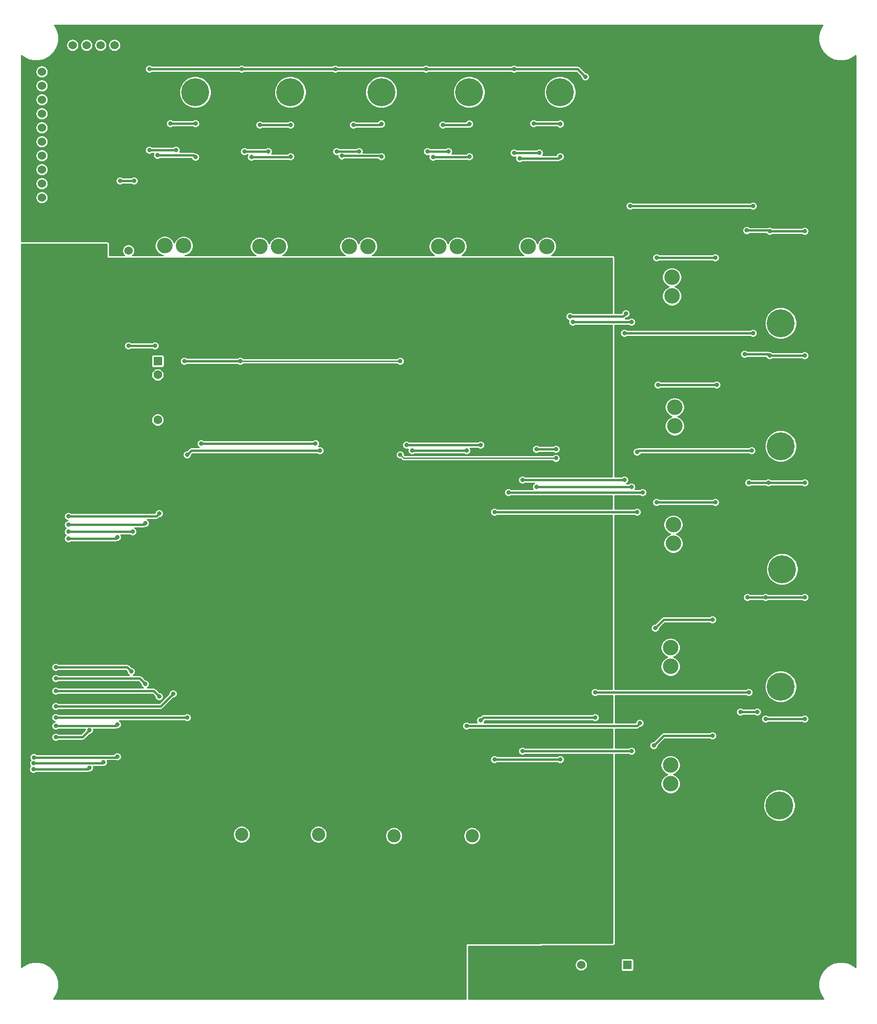
<source format=gbr>
%TF.GenerationSoftware,KiCad,Pcbnew,(5.1.4)-1*%
%TF.CreationDate,2021-04-02T11:00:34-05:00*%
%TF.ProjectId,PackVoltage_2021,5061636b-566f-46c7-9461-67655f323032,rev?*%
%TF.SameCoordinates,Original*%
%TF.FileFunction,Copper,L2,Bot*%
%TF.FilePolarity,Positive*%
%FSLAX46Y46*%
G04 Gerber Fmt 4.6, Leading zero omitted, Abs format (unit mm)*
G04 Created by KiCad (PCBNEW (5.1.4)-1) date 2021-04-02 11:00:34*
%MOMM*%
%LPD*%
G04 APERTURE LIST*
%TA.AperFunction,ComponentPad*%
%ADD10C,1.524000*%
%TD*%
%TA.AperFunction,ComponentPad*%
%ADD11O,3.200000X3.200000*%
%TD*%
%TA.AperFunction,ComponentPad*%
%ADD12R,3.200000X3.200000*%
%TD*%
%TA.AperFunction,ComponentPad*%
%ADD13C,2.400000*%
%TD*%
%TA.AperFunction,ComponentPad*%
%ADD14R,2.400000X2.400000*%
%TD*%
%TA.AperFunction,ComponentPad*%
%ADD15C,1.600000*%
%TD*%
%TA.AperFunction,ComponentPad*%
%ADD16R,1.600000X1.600000*%
%TD*%
%TA.AperFunction,ComponentPad*%
%ADD17C,5.080000*%
%TD*%
%TA.AperFunction,ComponentPad*%
%ADD18C,2.819400*%
%TD*%
%TA.AperFunction,ComponentPad*%
%ADD19C,18.288000*%
%TD*%
%TA.AperFunction,ViaPad*%
%ADD20C,0.800000*%
%TD*%
%TA.AperFunction,Conductor*%
%ADD21C,0.381000*%
%TD*%
%TA.AperFunction,Conductor*%
%ADD22C,0.250000*%
%TD*%
%TA.AperFunction,Conductor*%
%ADD23C,0.254000*%
%TD*%
G04 APERTURE END LIST*
D10*
%TO.P,Conn5,10*%
%TO.N,/DriveCTL*%
X80264000Y-8890000D03*
%TO.P,Conn5,9*%
%TO.N,/ExtraCTL*%
X80264000Y-11430000D03*
%TO.P,Conn5,8*%
%TO.N,/CameraCTL*%
X80264000Y-13970000D03*
%TO.P,Conn5,7*%
%TO.N,/NavBoardCTL*%
X80264000Y-16510000D03*
%TO.P,Conn5,6*%
%TO.N,/GimbalActCTL*%
X80264000Y-19050000D03*
%TO.P,Conn5,5*%
%TO.N,/GimbalLogCTL*%
X80264000Y-21590000D03*
%TO.P,Conn5,4*%
%TO.N,/AuxActCTL*%
X80264000Y-24130000D03*
%TO.P,Conn5,3*%
%TO.N,/AuxLogCTL*%
X80264000Y-26670000D03*
%TO.P,Conn5,2*%
%TO.N,/MultimediaActCTL*%
X80264000Y-29210000D03*
%TO.P,Conn5,1*%
%TO.N,/MultimediaLogCTL*%
X80264000Y-31750000D03*
%TD*%
D11*
%TO.P,D2,2*%
%TO.N,GND*%
X186436000Y-151892000D03*
D12*
%TO.P,D2,1*%
%TO.N,/PV*%
X181356000Y-151892000D03*
%TD*%
D11*
%TO.P,D1,2*%
%TO.N,GND*%
X186436000Y-158496000D03*
D12*
%TO.P,D1,1*%
%TO.N,/PV*%
X181356000Y-158496000D03*
%TD*%
D13*
%TO.P,C1,2*%
%TO.N,GND*%
X130556000Y-147494000D03*
D14*
%TO.P,C1,1*%
%TO.N,/PV*%
X130556000Y-142494000D03*
%TD*%
%TO.P,C2,1*%
%TO.N,/PV*%
X158496000Y-142748000D03*
D13*
%TO.P,C2,2*%
%TO.N,GND*%
X158496000Y-147748000D03*
%TD*%
%TO.P,C3,2*%
%TO.N,GND*%
X116586000Y-147494000D03*
D14*
%TO.P,C3,1*%
%TO.N,/PV*%
X116586000Y-142494000D03*
%TD*%
%TO.P,C4,1*%
%TO.N,/PV*%
X144272000Y-142748000D03*
D13*
%TO.P,C4,2*%
%TO.N,GND*%
X144272000Y-147748000D03*
%TD*%
D15*
%TO.P,C16,2*%
%TO.N,GND*%
X158964000Y-172974000D03*
D16*
%TO.P,C16,1*%
%TO.N,/PV*%
X156464000Y-172974000D03*
%TD*%
%TO.P,C17,1*%
%TO.N,/PV*%
X101346000Y-69650242D03*
D15*
%TO.P,C17,2*%
%TO.N,GND*%
X101346000Y-72150242D03*
%TD*%
D16*
%TO.P,C31,1*%
%TO.N,+3V3*%
X101346000Y-61468000D03*
D15*
%TO.P,C31,2*%
%TO.N,GND*%
X101346000Y-63968000D03*
%TD*%
%TO.P,C32,2*%
%TO.N,GND*%
X186690000Y-168696000D03*
D16*
%TO.P,C32,1*%
%TO.N,+5V*%
X186690000Y-171196000D03*
%TD*%
D17*
%TO.P,Conn1,1*%
%TO.N,GND*%
X108178000Y-4712000D03*
%TO.P,Conn1,2*%
%TO.N,N/C*%
X108178000Y-12612000D03*
%TD*%
%TO.P,Conn2,1*%
%TO.N,GND*%
X222237000Y-142214000D03*
%TO.P,Conn2,2*%
%TO.N,N/C*%
X214337000Y-142214000D03*
%TD*%
%TO.P,Conn3,1*%
%TO.N,GND*%
X125450000Y-4712000D03*
%TO.P,Conn3,2*%
%TO.N,N/C*%
X125450000Y-12612000D03*
%TD*%
%TO.P,Conn4,2*%
%TO.N,N/C*%
X214591000Y-120624000D03*
%TO.P,Conn4,1*%
%TO.N,GND*%
X222491000Y-120624000D03*
%TD*%
%TO.P,Conn7,1*%
%TO.N,GND*%
X141986000Y-4699000D03*
%TO.P,Conn7,2*%
%TO.N,N/C*%
X141986000Y-12599000D03*
%TD*%
%TO.P,Conn8,1*%
%TO.N,GND*%
X222491000Y-76936000D03*
%TO.P,Conn8,2*%
%TO.N,N/C*%
X214591000Y-76936000D03*
%TD*%
%TO.P,Conn9,2*%
%TO.N,N/C*%
X157962000Y-12612000D03*
%TO.P,Conn9,1*%
%TO.N,GND*%
X157962000Y-4712000D03*
%TD*%
%TO.P,Conn10,2*%
%TO.N,N/C*%
X174472000Y-12599000D03*
%TO.P,Conn10,1*%
%TO.N,GND*%
X174472000Y-4699000D03*
%TD*%
%TO.P,Conn11,2*%
%TO.N,N/C*%
X214845000Y-99288000D03*
%TO.P,Conn11,1*%
%TO.N,GND*%
X222745000Y-99288000D03*
%TD*%
%TO.P,Conn12,1*%
%TO.N,GND*%
X222491000Y-54584000D03*
%TO.P,Conn12,2*%
%TO.N,N/C*%
X214591000Y-54584000D03*
%TD*%
D18*
%TO.P,F1,1*%
%TO.N,/PV*%
X123317000Y-54102000D03*
X119888000Y-54102000D03*
%TO.P,F1,2*%
%TO.N,Net-(C8-Pad1)*%
X119888000Y-40640000D03*
X123317000Y-40640000D03*
%TD*%
%TO.P,F2,2*%
%TO.N,Net-(C9-Pad1)*%
X139573000Y-40640000D03*
X136144000Y-40640000D03*
%TO.P,F2,1*%
%TO.N,/PV*%
X136144000Y-54102000D03*
X139573000Y-54102000D03*
%TD*%
%TO.P,F3,2*%
%TO.N,Net-(C10-Pad1)*%
X106045000Y-40513000D03*
X102616000Y-40513000D03*
%TO.P,F3,1*%
%TO.N,/PV*%
X102616000Y-53975000D03*
X106045000Y-53975000D03*
%TD*%
%TO.P,F4,1*%
%TO.N,/PV*%
X155829000Y-54102000D03*
X152400000Y-54102000D03*
%TO.P,F4,2*%
%TO.N,Net-(C13-Pad1)*%
X152400000Y-40640000D03*
X155829000Y-40640000D03*
%TD*%
%TO.P,F5,1*%
%TO.N,/PV*%
X181356000Y-49657000D03*
X181356000Y-46228000D03*
%TO.P,F5,2*%
%TO.N,Net-(C14-Pad1)*%
X194818000Y-46228000D03*
X194818000Y-49657000D03*
%TD*%
%TO.P,F6,2*%
%TO.N,Net-(C24-Pad1)*%
X194564000Y-116967000D03*
X194564000Y-113538000D03*
%TO.P,F6,1*%
%TO.N,/PV*%
X181102000Y-113538000D03*
X181102000Y-116967000D03*
%TD*%
%TO.P,F7,2*%
%TO.N,Net-(C25-Pad1)*%
X195326000Y-73279000D03*
X195326000Y-69850000D03*
%TO.P,F7,1*%
%TO.N,/PV*%
X181864000Y-69850000D03*
X181864000Y-73279000D03*
%TD*%
%TO.P,F8,2*%
%TO.N,Net-(C26-Pad1)*%
X194564000Y-138303000D03*
X194564000Y-134874000D03*
%TO.P,F8,1*%
%TO.N,/PV*%
X181102000Y-134874000D03*
X181102000Y-138303000D03*
%TD*%
%TO.P,F9,1*%
%TO.N,/PV*%
X172085000Y-54102000D03*
X168656000Y-54102000D03*
%TO.P,F9,2*%
%TO.N,Net-(C29-Pad1)*%
X168656000Y-40640000D03*
X172085000Y-40640000D03*
%TD*%
%TO.P,F10,1*%
%TO.N,/PV*%
X181610000Y-94615000D03*
X181610000Y-91186000D03*
%TO.P,F10,2*%
%TO.N,Net-(C30-Pad1)*%
X195072000Y-91186000D03*
X195072000Y-94615000D03*
%TD*%
D19*
%TO.P,GND1,1*%
%TO.N,GND*%
X204978000Y-162306000D03*
%TD*%
D10*
%TO.P,U12,3*%
%TO.N,+3V3*%
X96012000Y-41402000D03*
%TO.P,U12,2*%
%TO.N,GND*%
X93472000Y-41402000D03*
%TO.P,U12,1*%
%TO.N,/PV*%
X90932000Y-41402000D03*
%TD*%
%TO.P,U13,1*%
%TO.N,/PV*%
X178308000Y-166116000D03*
%TO.P,U13,2*%
%TO.N,GND*%
X178308000Y-168656000D03*
%TO.P,U13,3*%
%TO.N,+5V*%
X178308000Y-171196000D03*
%TD*%
D19*
%TO.P,V1,1*%
%TO.N,/PV*%
X104140000Y-162560000D03*
%TD*%
D10*
%TO.P,Conn6,1*%
%TO.N,/AuxMountSense*%
X85852000Y-4064000D03*
%TO.P,Conn6,2*%
%TO.N,/MultimediaSense*%
X88392000Y-4064000D03*
%TO.P,Conn6,3*%
%TO.N,/LowCurrentSense*%
X90932000Y-4064000D03*
%TO.P,Conn6,4*%
%TO.N,/GimbalSense*%
X93472000Y-4064000D03*
X93472000Y-4064000D03*
%TD*%
D20*
%TO.N,+5V*%
X208407000Y-37719000D03*
X99822000Y-8382000D03*
X116586000Y-8382000D03*
X133604000Y-8382000D03*
X150114000Y-8382000D03*
X166116000Y-8382000D03*
X212598000Y-37846000D03*
X208026000Y-60198000D03*
X212598000Y-60452000D03*
X218948000Y-37846000D03*
X218948000Y-60452000D03*
X208788000Y-83566000D03*
X212344000Y-83566000D03*
X218948000Y-83566000D03*
X208534000Y-104394000D03*
X211836000Y-104394000D03*
X218948000Y-104394000D03*
X218948000Y-126492000D03*
X211836000Y-126492000D03*
X207264000Y-125222000D03*
X210312000Y-125222000D03*
X179070000Y-9793000D03*
%TO.N,+3V3*%
X96012000Y-58674000D03*
X100838000Y-58674000D03*
X116332000Y-61468000D03*
X106172000Y-61468000D03*
X173736000Y-79121000D03*
X145415000Y-78486000D03*
X145415000Y-61468000D03*
%TO.N,/GimbalSense*%
X101600000Y-89154000D03*
X85090000Y-89662000D03*
%TO.N,/LowCurrentSense*%
X85090000Y-91186000D03*
X99060000Y-90932000D03*
%TO.N,/MultimediaSense*%
X85090000Y-92456000D03*
X96774000Y-92456000D03*
%TO.N,/AuxMountSense*%
X85090000Y-93726000D03*
X93980000Y-93472000D03*
%TO.N,/CameraCTL*%
X78824260Y-133484388D03*
X93980000Y-133350000D03*
%TO.N,/NavBoardCTL*%
X82804000Y-129794000D03*
X88900000Y-128552500D03*
%TO.N,/ExtraCTL*%
X78790968Y-134569032D03*
X91440000Y-134366000D03*
%TO.N,Net-(R28-Pad1)*%
X166116000Y-23622000D03*
X170688000Y-23622000D03*
%TO.N,/Driver_M3*%
X130810000Y-77724000D03*
X106680000Y-78486000D03*
%TO.N,/Driver_M1*%
X94488000Y-28702000D03*
X97028000Y-28702000D03*
%TO.N,/Driver_M4*%
X147574000Y-77724000D03*
X157480000Y-77724000D03*
%TO.N,/Driver_S1*%
X187452000Y-54356000D03*
X176784000Y-54356000D03*
X173736000Y-77470000D03*
X170180000Y-77470000D03*
%TO.N,/Driver_T1*%
X187452000Y-132334000D03*
X167640000Y-132334000D03*
%TO.N,/Driver_V1*%
X187452000Y-84328000D03*
X170180000Y-84328000D03*
%TO.N,/Driver_R1*%
X188976000Y-127254000D03*
X157480000Y-127762000D03*
%TO.N,/Driver_A1*%
X189484000Y-85344000D03*
X165100000Y-85344000D03*
%TO.N,/Current_Sensor_A1*%
X209296000Y-77724000D03*
X188468000Y-77978000D03*
X188468000Y-88900000D03*
X162560000Y-88900000D03*
%TO.N,/Current_Sensor_T1*%
X162560000Y-133858000D03*
X174498000Y-133858000D03*
%TO.N,/Current_Sensor_S1*%
X209550000Y-33274000D03*
X187198000Y-33274000D03*
X186436000Y-52832000D03*
X176276000Y-53340000D03*
%TO.N,/Current_Sensor_R1*%
X208788000Y-121666000D03*
X160020000Y-126746000D03*
X180848000Y-121666000D03*
X180848000Y-126238000D03*
%TO.N,/Current_Sensor_V1*%
X209550000Y-56388000D03*
X167640000Y-83058000D03*
X186182000Y-56388000D03*
X186182000Y-83058000D03*
%TO.N,/Current_Sensor_M4*%
X146558000Y-76708000D03*
X160020000Y-76708000D03*
%TO.N,/Current_Sensor_M3*%
X130019500Y-76454000D03*
X109220000Y-76454000D03*
%TO.N,/Anderson_D1*%
X169672000Y-18288000D03*
X174498000Y-18348500D03*
%TO.N,/MultimediaLogCTL*%
X82804000Y-126238000D03*
X106680000Y-126238000D03*
%TO.N,/AuxLogCTL*%
X82804000Y-121412000D03*
X101600000Y-122428000D03*
%TO.N,/GimbalLogCTL*%
X82804000Y-117094000D03*
X96520000Y-117856000D03*
%TO.N,/MultimediaActCTL*%
X82804000Y-124206000D03*
X104140000Y-121920000D03*
%TO.N,/AuxActCTL*%
X82804000Y-119126000D03*
X99060000Y-120142000D03*
%TO.N,/GimbalActCTL*%
X82804000Y-127762000D03*
X93980000Y-127508000D03*
%TO.N,/DriveCTL*%
X78740000Y-135636000D03*
X88900000Y-135382000D03*
%TO.N,Net-(R1-Pad1)*%
X121412000Y-23368000D03*
X117094000Y-23368000D03*
%TO.N,Net-(R3-Pad1)*%
X99822000Y-23114000D03*
X104648000Y-23114000D03*
%TO.N,Net-(R2-Pad1)*%
X137922000Y-23368000D03*
X133858000Y-23368000D03*
%TO.N,/Anderson_M2*%
X125476000Y-18542000D03*
X119888000Y-18542000D03*
%TO.N,/Anderson_M3*%
X136906000Y-18542000D03*
X141986000Y-18348500D03*
%TO.N,/Anderson_M1*%
X108204000Y-18288000D03*
X103632000Y-18288000D03*
%TO.N,Net-(R10-Pad1)*%
X150368000Y-23368000D03*
X154178000Y-23368000D03*
%TO.N,/Anderson_M4*%
X153162000Y-18542000D03*
X157988000Y-18348500D03*
%TO.N,Net-(Q1-Pad1)*%
X118364000Y-24384000D03*
X125476000Y-24323500D03*
%TO.N,Net-(Q2-Pad1)*%
X134808000Y-24158500D03*
X141986000Y-24323500D03*
%TO.N,Net-(Q3-Pad1)*%
X108204000Y-24384000D03*
X101280000Y-24064000D03*
%TO.N,Net-(Q4-Pad1)*%
X151384000Y-24384000D03*
X157988000Y-24323500D03*
%TO.N,Net-(Q5-Pad4)*%
X192024000Y-42672000D03*
X202692000Y-42672000D03*
%TO.N,Net-(Q6-Pad4)*%
X202184000Y-108458000D03*
X191770000Y-109982000D03*
%TO.N,Net-(Q7-Pad4)*%
X192278000Y-65786000D03*
X202946000Y-65786000D03*
%TO.N,Net-(Q8-Pad4)*%
X191516000Y-131318000D03*
X202184000Y-129540000D03*
%TO.N,Net-(Q9-Pad1)*%
X167132000Y-24638000D03*
X174498000Y-24323500D03*
%TO.N,Net-(Q10-Pad4)*%
X192024000Y-87122000D03*
X202692000Y-87122000D03*
%TD*%
D21*
%TO.N,+5V*%
X99822000Y-8382000D02*
X116586000Y-8382000D01*
X116586000Y-8382000D02*
X133604000Y-8382000D01*
X133604000Y-8382000D02*
X150114000Y-8382000D01*
X150114000Y-8382000D02*
X166116000Y-8382000D01*
X212471000Y-37719000D02*
X212598000Y-37846000D01*
X209042000Y-37719000D02*
X212471000Y-37719000D01*
X209042000Y-37719000D02*
X208407000Y-37719000D01*
X208026000Y-60198000D02*
X212344000Y-60198000D01*
X212344000Y-60198000D02*
X212598000Y-60452000D01*
X212598000Y-37846000D02*
X218948000Y-37846000D01*
X218948000Y-60452000D02*
X212598000Y-60452000D01*
X208788000Y-83566000D02*
X212344000Y-83566000D01*
X218948000Y-83566000D02*
X212344000Y-83566000D01*
X208534000Y-104394000D02*
X211836000Y-104394000D01*
X218948000Y-104394000D02*
X211836000Y-104394000D01*
X218948000Y-126492000D02*
X211836000Y-126492000D01*
X207264000Y-125222000D02*
X210312000Y-125222000D01*
X177659000Y-8382000D02*
X179070000Y-9793000D01*
X166116000Y-8382000D02*
X177659000Y-8382000D01*
%TO.N,+3V3*%
X96012000Y-58674000D02*
X100838000Y-58674000D01*
X116332000Y-61468000D02*
X106172000Y-61468000D01*
D22*
X173736000Y-79121000D02*
X146050000Y-79121000D01*
X146050000Y-79121000D02*
X145415000Y-78486000D01*
X145415000Y-61468000D02*
X116332000Y-61468000D01*
D21*
%TO.N,/GimbalSense*%
X101092000Y-89662000D02*
X101600000Y-89154000D01*
X85090000Y-89662000D02*
X101092000Y-89662000D01*
%TO.N,/LowCurrentSense*%
X85090000Y-91186000D02*
X98806000Y-91186000D01*
X98806000Y-91186000D02*
X99060000Y-90932000D01*
%TO.N,/MultimediaSense*%
X85090000Y-92456000D02*
X96774000Y-92456000D01*
%TO.N,/AuxMountSense*%
X85090000Y-93726000D02*
X93726000Y-93726000D01*
X93726000Y-93726000D02*
X93980000Y-93472000D01*
%TO.N,/CameraCTL*%
X78824260Y-133484388D02*
X93845612Y-133484388D01*
X93845612Y-133484388D02*
X93980000Y-133350000D01*
%TO.N,/NavBoardCTL*%
X82804000Y-129794000D02*
X87658500Y-129794000D01*
X87658500Y-129794000D02*
X88900000Y-128552500D01*
%TO.N,/ExtraCTL*%
X78790968Y-134569032D02*
X91236968Y-134569032D01*
X91236968Y-134569032D02*
X91440000Y-134366000D01*
%TO.N,Net-(R28-Pad1)*%
X166116000Y-23622000D02*
X170688000Y-23622000D01*
%TO.N,/Driver_M3*%
X130810000Y-77724000D02*
X110236000Y-77724000D01*
X110236000Y-77724000D02*
X109474000Y-77724000D01*
X109474000Y-77724000D02*
X107442000Y-77724000D01*
X107442000Y-77724000D02*
X106680000Y-78486000D01*
%TO.N,/Driver_M1*%
X94488000Y-28702000D02*
X97028000Y-28702000D01*
%TO.N,/Driver_M4*%
X147574000Y-77724000D02*
X157480000Y-77724000D01*
%TO.N,/Driver_S1*%
X187452000Y-54356000D02*
X176784000Y-54356000D01*
X173736000Y-77470000D02*
X170180000Y-77470000D01*
%TO.N,/Driver_T1*%
X187452000Y-132334000D02*
X167640000Y-132334000D01*
%TO.N,/Driver_V1*%
X187452000Y-84328000D02*
X170180000Y-84328000D01*
%TO.N,/Driver_R1*%
X188976000Y-127254000D02*
X188468000Y-127762000D01*
X188468000Y-127762000D02*
X157480000Y-127762000D01*
%TO.N,/Driver_A1*%
X189484000Y-85344000D02*
X165100000Y-85344000D01*
%TO.N,/Current_Sensor_A1*%
X209296000Y-77724000D02*
X188722000Y-77724000D01*
X188722000Y-77724000D02*
X188468000Y-77978000D01*
X188468000Y-88900000D02*
X162560000Y-88900000D01*
%TO.N,/Current_Sensor_T1*%
X174498000Y-133858000D02*
X162560000Y-133858000D01*
%TO.N,/Current_Sensor_S1*%
X209550000Y-33274000D02*
X188976000Y-33274000D01*
X188976000Y-33274000D02*
X187198000Y-33274000D01*
X186436000Y-52832000D02*
X185928000Y-53340000D01*
X185928000Y-53340000D02*
X176276000Y-53340000D01*
%TO.N,/Current_Sensor_R1*%
X208788000Y-121666000D02*
X180848000Y-121666000D01*
X160528000Y-126238000D02*
X160020000Y-126746000D01*
X180848000Y-126238000D02*
X180848000Y-126238000D01*
X180848000Y-121666000D02*
X180848000Y-121666000D01*
X180848000Y-126238000D02*
X160528000Y-126238000D01*
%TO.N,/Current_Sensor_V1*%
X186182000Y-83058000D02*
X167640000Y-83058000D01*
X188468000Y-56388000D02*
X186182000Y-56388000D01*
X209550000Y-56388000D02*
X188468000Y-56388000D01*
%TO.N,/Current_Sensor_M4*%
X146558000Y-76708000D02*
X160020000Y-76708000D01*
%TO.N,/Current_Sensor_M3*%
X130019500Y-76454000D02*
X109220000Y-76454000D01*
%TO.N,/Anderson_D1*%
X174437500Y-18288000D02*
X174498000Y-18348500D01*
X169672000Y-18288000D02*
X174437500Y-18288000D01*
%TO.N,/MultimediaLogCTL*%
X82804000Y-126238000D02*
X106680000Y-126238000D01*
%TO.N,/AuxLogCTL*%
X82804000Y-121412000D02*
X100584000Y-121412000D01*
X100584000Y-121412000D02*
X101600000Y-122428000D01*
%TO.N,/GimbalLogCTL*%
X82804000Y-117094000D02*
X95250000Y-117094000D01*
X95250000Y-117094000D02*
X95758000Y-117094000D01*
X95758000Y-117094000D02*
X96520000Y-117856000D01*
%TO.N,/MultimediaActCTL*%
X82804000Y-124206000D02*
X101092000Y-124206000D01*
X101092000Y-124206000D02*
X101854000Y-124206000D01*
X101854000Y-124206000D02*
X104140000Y-121920000D01*
%TO.N,/AuxActCTL*%
X82804000Y-119126000D02*
X98044000Y-119126000D01*
X98044000Y-119126000D02*
X99060000Y-120142000D01*
%TO.N,/GimbalActCTL*%
X82804000Y-127762000D02*
X93726000Y-127762000D01*
X93726000Y-127762000D02*
X93980000Y-127508000D01*
%TO.N,/DriveCTL*%
X78740000Y-135636000D02*
X87884000Y-135636000D01*
X87884000Y-135636000D02*
X88646000Y-135636000D01*
X88646000Y-135636000D02*
X88900000Y-135382000D01*
%TO.N,Net-(R1-Pad1)*%
X119888000Y-23368000D02*
X117094000Y-23368000D01*
X119888000Y-23368000D02*
X121412000Y-23368000D01*
%TO.N,Net-(R3-Pad1)*%
X102362000Y-23114000D02*
X99822000Y-23114000D01*
X104648000Y-23114000D02*
X102362000Y-23114000D01*
%TO.N,Net-(R2-Pad1)*%
X137922000Y-23368000D02*
X133858000Y-23368000D01*
%TO.N,/Anderson_M2*%
X119888000Y-18542000D02*
X125476000Y-18542000D01*
%TO.N,/Anderson_M3*%
X141792500Y-18542000D02*
X141986000Y-18348500D01*
X136906000Y-18542000D02*
X141792500Y-18542000D01*
%TO.N,/Anderson_M1*%
X108204000Y-18288000D02*
X103632000Y-18288000D01*
%TO.N,Net-(R10-Pad1)*%
X150368000Y-23368000D02*
X154178000Y-23368000D01*
%TO.N,/Anderson_M4*%
X157794500Y-18542000D02*
X157988000Y-18348500D01*
X153162000Y-18542000D02*
X157794500Y-18542000D01*
%TO.N,Net-(Q1-Pad1)*%
X118364000Y-24384000D02*
X125415500Y-24384000D01*
X125415500Y-24384000D02*
X125476000Y-24323500D01*
%TO.N,Net-(Q2-Pad1)*%
X134808000Y-24158500D02*
X141821000Y-24158500D01*
X141821000Y-24158500D02*
X141986000Y-24323500D01*
%TO.N,Net-(Q3-Pad1)*%
X107884000Y-24064000D02*
X108204000Y-24384000D01*
X101280000Y-24064000D02*
X107884000Y-24064000D01*
%TO.N,Net-(Q4-Pad1)*%
X151384000Y-24384000D02*
X157927500Y-24384000D01*
X157927500Y-24384000D02*
X157988000Y-24323500D01*
%TO.N,Net-(Q5-Pad4)*%
X202692000Y-42672000D02*
X202692000Y-42672000D01*
X192024000Y-42672000D02*
X202692000Y-42672000D01*
%TO.N,Net-(Q6-Pad4)*%
X193294000Y-108458000D02*
X202184000Y-108458000D01*
X191770000Y-109982000D02*
X193294000Y-108458000D01*
%TO.N,Net-(Q7-Pad4)*%
X192278000Y-65786000D02*
X202946000Y-65786000D01*
%TO.N,Net-(Q8-Pad4)*%
X191516000Y-131318000D02*
X193294000Y-129540000D01*
X193294000Y-129540000D02*
X202184000Y-129540000D01*
%TO.N,Net-(Q9-Pad1)*%
X167132000Y-24638000D02*
X174183500Y-24638000D01*
X174183500Y-24638000D02*
X174498000Y-24323500D01*
%TO.N,Net-(Q10-Pad4)*%
X192024000Y-87122000D02*
X202692000Y-87122000D01*
%TD*%
D23*
%TO.N,/PV*%
G36*
X92075000Y-42672000D02*
G01*
X92077440Y-42696776D01*
X92084667Y-42720601D01*
X92096403Y-42742557D01*
X92112197Y-42761803D01*
X92131443Y-42777597D01*
X92153399Y-42789333D01*
X92177224Y-42796560D01*
X92202088Y-42799000D01*
X183896129Y-42735588D01*
X183906345Y-52768500D01*
X176809001Y-52768500D01*
X176773859Y-52733358D01*
X176645942Y-52647887D01*
X176503809Y-52589013D01*
X176352922Y-52559000D01*
X176199078Y-52559000D01*
X176048191Y-52589013D01*
X175906058Y-52647887D01*
X175778141Y-52733358D01*
X175669358Y-52842141D01*
X175583887Y-52970058D01*
X175525013Y-53112191D01*
X175495000Y-53263078D01*
X175495000Y-53416922D01*
X175525013Y-53567809D01*
X175583887Y-53709942D01*
X175669358Y-53837859D01*
X175778141Y-53946642D01*
X175906058Y-54032113D01*
X176048191Y-54090987D01*
X176048406Y-54091030D01*
X176033013Y-54128191D01*
X176003000Y-54279078D01*
X176003000Y-54432922D01*
X176033013Y-54583809D01*
X176091887Y-54725942D01*
X176177358Y-54853859D01*
X176286141Y-54962642D01*
X176414058Y-55048113D01*
X176556191Y-55106987D01*
X176707078Y-55137000D01*
X176860922Y-55137000D01*
X177011809Y-55106987D01*
X177153942Y-55048113D01*
X177281859Y-54962642D01*
X177317001Y-54927500D01*
X183908544Y-54927500D01*
X183936606Y-82486500D01*
X168173001Y-82486500D01*
X168137859Y-82451358D01*
X168009942Y-82365887D01*
X167867809Y-82307013D01*
X167716922Y-82277000D01*
X167563078Y-82277000D01*
X167412191Y-82307013D01*
X167270058Y-82365887D01*
X167142141Y-82451358D01*
X167033358Y-82560141D01*
X166947887Y-82688058D01*
X166889013Y-82830191D01*
X166859000Y-82981078D01*
X166859000Y-83134922D01*
X166889013Y-83285809D01*
X166947887Y-83427942D01*
X167033358Y-83555859D01*
X167142141Y-83664642D01*
X167270058Y-83750113D01*
X167412191Y-83808987D01*
X167563078Y-83839000D01*
X167716922Y-83839000D01*
X167867809Y-83808987D01*
X168009942Y-83750113D01*
X168137859Y-83664642D01*
X168173001Y-83629500D01*
X169825477Y-83629500D01*
X169810058Y-83635887D01*
X169682141Y-83721358D01*
X169573358Y-83830141D01*
X169487887Y-83958058D01*
X169429013Y-84100191D01*
X169399000Y-84251078D01*
X169399000Y-84404922D01*
X169429013Y-84555809D01*
X169487887Y-84697942D01*
X169537705Y-84772500D01*
X165633001Y-84772500D01*
X165597859Y-84737358D01*
X165469942Y-84651887D01*
X165327809Y-84593013D01*
X165176922Y-84563000D01*
X165023078Y-84563000D01*
X164872191Y-84593013D01*
X164730058Y-84651887D01*
X164602141Y-84737358D01*
X164493358Y-84846141D01*
X164407887Y-84974058D01*
X164349013Y-85116191D01*
X164319000Y-85267078D01*
X164319000Y-85420922D01*
X164349013Y-85571809D01*
X164407887Y-85713942D01*
X164493358Y-85841859D01*
X164602141Y-85950642D01*
X164730058Y-86036113D01*
X164872191Y-86094987D01*
X165023078Y-86125000D01*
X165176922Y-86125000D01*
X165327809Y-86094987D01*
X165469942Y-86036113D01*
X165597859Y-85950642D01*
X165633001Y-85915500D01*
X183940098Y-85915500D01*
X183942555Y-88328500D01*
X163093001Y-88328500D01*
X163057859Y-88293358D01*
X162929942Y-88207887D01*
X162787809Y-88149013D01*
X162636922Y-88119000D01*
X162483078Y-88119000D01*
X162332191Y-88149013D01*
X162190058Y-88207887D01*
X162062141Y-88293358D01*
X161953358Y-88402141D01*
X161867887Y-88530058D01*
X161809013Y-88672191D01*
X161779000Y-88823078D01*
X161779000Y-88976922D01*
X161809013Y-89127809D01*
X161867887Y-89269942D01*
X161953358Y-89397859D01*
X162062141Y-89506642D01*
X162190058Y-89592113D01*
X162332191Y-89650987D01*
X162483078Y-89681000D01*
X162636922Y-89681000D01*
X162787809Y-89650987D01*
X162929942Y-89592113D01*
X163057859Y-89506642D01*
X163093001Y-89471500D01*
X183943719Y-89471500D01*
X183975920Y-121094500D01*
X181381001Y-121094500D01*
X181345859Y-121059358D01*
X181217942Y-120973887D01*
X181075809Y-120915013D01*
X180924922Y-120885000D01*
X180771078Y-120885000D01*
X180620191Y-120915013D01*
X180478058Y-120973887D01*
X180350141Y-121059358D01*
X180241358Y-121168141D01*
X180155887Y-121296058D01*
X180097013Y-121438191D01*
X180067000Y-121589078D01*
X180067000Y-121742922D01*
X180097013Y-121893809D01*
X180155887Y-122035942D01*
X180241358Y-122163859D01*
X180350141Y-122272642D01*
X180478058Y-122358113D01*
X180620191Y-122416987D01*
X180771078Y-122447000D01*
X180924922Y-122447000D01*
X181075809Y-122416987D01*
X181217942Y-122358113D01*
X181345859Y-122272642D01*
X181381001Y-122237500D01*
X183977084Y-122237500D01*
X183982127Y-127190500D01*
X160662295Y-127190500D01*
X160712113Y-127115942D01*
X160770987Y-126973809D01*
X160801000Y-126822922D01*
X160801000Y-126809500D01*
X180314999Y-126809500D01*
X180350141Y-126844642D01*
X180478058Y-126930113D01*
X180620191Y-126988987D01*
X180771078Y-127019000D01*
X180924922Y-127019000D01*
X181075809Y-126988987D01*
X181217942Y-126930113D01*
X181345859Y-126844642D01*
X181454642Y-126735859D01*
X181540113Y-126607942D01*
X181598987Y-126465809D01*
X181629000Y-126314922D01*
X181629000Y-126161078D01*
X181598987Y-126010191D01*
X181540113Y-125868058D01*
X181454642Y-125740141D01*
X181345859Y-125631358D01*
X181217942Y-125545887D01*
X181075809Y-125487013D01*
X180924922Y-125457000D01*
X180771078Y-125457000D01*
X180620191Y-125487013D01*
X180478058Y-125545887D01*
X180350141Y-125631358D01*
X180314999Y-125666500D01*
X160556071Y-125666500D01*
X160527999Y-125663735D01*
X160499927Y-125666500D01*
X160499926Y-125666500D01*
X160415966Y-125674769D01*
X160308238Y-125707448D01*
X160208955Y-125760516D01*
X160121933Y-125831933D01*
X160104034Y-125853743D01*
X159992777Y-125965000D01*
X159943078Y-125965000D01*
X159792191Y-125995013D01*
X159650058Y-126053887D01*
X159522141Y-126139358D01*
X159413358Y-126248141D01*
X159327887Y-126376058D01*
X159269013Y-126518191D01*
X159239000Y-126669078D01*
X159239000Y-126822922D01*
X159269013Y-126973809D01*
X159327887Y-127115942D01*
X159377705Y-127190500D01*
X158013001Y-127190500D01*
X157977859Y-127155358D01*
X157849942Y-127069887D01*
X157707809Y-127011013D01*
X157556922Y-126981000D01*
X157403078Y-126981000D01*
X157252191Y-127011013D01*
X157110058Y-127069887D01*
X156982141Y-127155358D01*
X156873358Y-127264141D01*
X156787887Y-127392058D01*
X156729013Y-127534191D01*
X156699000Y-127685078D01*
X156699000Y-127838922D01*
X156729013Y-127989809D01*
X156787887Y-128131942D01*
X156873358Y-128259859D01*
X156982141Y-128368642D01*
X157110058Y-128454113D01*
X157252191Y-128512987D01*
X157403078Y-128543000D01*
X157556922Y-128543000D01*
X157707809Y-128512987D01*
X157849942Y-128454113D01*
X157977859Y-128368642D01*
X158013001Y-128333500D01*
X183983291Y-128333500D01*
X183986783Y-131762500D01*
X168173001Y-131762500D01*
X168137859Y-131727358D01*
X168009942Y-131641887D01*
X167867809Y-131583013D01*
X167716922Y-131553000D01*
X167563078Y-131553000D01*
X167412191Y-131583013D01*
X167270058Y-131641887D01*
X167142141Y-131727358D01*
X167033358Y-131836141D01*
X166947887Y-131964058D01*
X166889013Y-132106191D01*
X166859000Y-132257078D01*
X166859000Y-132410922D01*
X166889013Y-132561809D01*
X166947887Y-132703942D01*
X167033358Y-132831859D01*
X167142141Y-132940642D01*
X167270058Y-133026113D01*
X167412191Y-133084987D01*
X167563078Y-133115000D01*
X167716922Y-133115000D01*
X167867809Y-133084987D01*
X168009942Y-133026113D01*
X168137859Y-132940642D01*
X168173001Y-132905500D01*
X183987947Y-132905500D01*
X184022871Y-167203252D01*
X157511213Y-167315285D01*
X157486447Y-167317830D01*
X157462654Y-167325158D01*
X157440747Y-167336986D01*
X157421569Y-167352862D01*
X157405856Y-167372173D01*
X157394213Y-167394179D01*
X157387087Y-167418034D01*
X157384752Y-167441505D01*
X157323736Y-177394000D01*
X82404558Y-177394000D01*
X82432833Y-177365725D01*
X82881550Y-176694173D01*
X83190632Y-175947984D01*
X83348200Y-175155834D01*
X83348200Y-174348166D01*
X83190632Y-173556016D01*
X82881550Y-172809827D01*
X82432833Y-172138275D01*
X81861725Y-171567167D01*
X81190173Y-171118450D01*
X80443984Y-170809368D01*
X79651834Y-170651800D01*
X78844166Y-170651800D01*
X78052016Y-170809368D01*
X77305827Y-171118450D01*
X76634275Y-171567167D01*
X76606000Y-171595442D01*
X76606000Y-147338285D01*
X115005000Y-147338285D01*
X115005000Y-147649715D01*
X115065757Y-147955161D01*
X115184936Y-148242884D01*
X115357957Y-148501829D01*
X115578171Y-148722043D01*
X115837116Y-148895064D01*
X116124839Y-149014243D01*
X116430285Y-149075000D01*
X116741715Y-149075000D01*
X117047161Y-149014243D01*
X117334884Y-148895064D01*
X117593829Y-148722043D01*
X117814043Y-148501829D01*
X117987064Y-148242884D01*
X118106243Y-147955161D01*
X118167000Y-147649715D01*
X118167000Y-147338285D01*
X128975000Y-147338285D01*
X128975000Y-147649715D01*
X129035757Y-147955161D01*
X129154936Y-148242884D01*
X129327957Y-148501829D01*
X129548171Y-148722043D01*
X129807116Y-148895064D01*
X130094839Y-149014243D01*
X130400285Y-149075000D01*
X130711715Y-149075000D01*
X131017161Y-149014243D01*
X131304884Y-148895064D01*
X131563829Y-148722043D01*
X131784043Y-148501829D01*
X131957064Y-148242884D01*
X132076243Y-147955161D01*
X132137000Y-147649715D01*
X132137000Y-147592285D01*
X142691000Y-147592285D01*
X142691000Y-147903715D01*
X142751757Y-148209161D01*
X142870936Y-148496884D01*
X143043957Y-148755829D01*
X143264171Y-148976043D01*
X143523116Y-149149064D01*
X143810839Y-149268243D01*
X144116285Y-149329000D01*
X144427715Y-149329000D01*
X144733161Y-149268243D01*
X145020884Y-149149064D01*
X145279829Y-148976043D01*
X145500043Y-148755829D01*
X145673064Y-148496884D01*
X145792243Y-148209161D01*
X145853000Y-147903715D01*
X145853000Y-147592285D01*
X156915000Y-147592285D01*
X156915000Y-147903715D01*
X156975757Y-148209161D01*
X157094936Y-148496884D01*
X157267957Y-148755829D01*
X157488171Y-148976043D01*
X157747116Y-149149064D01*
X158034839Y-149268243D01*
X158340285Y-149329000D01*
X158651715Y-149329000D01*
X158957161Y-149268243D01*
X159244884Y-149149064D01*
X159503829Y-148976043D01*
X159724043Y-148755829D01*
X159897064Y-148496884D01*
X160016243Y-148209161D01*
X160077000Y-147903715D01*
X160077000Y-147592285D01*
X160016243Y-147286839D01*
X159897064Y-146999116D01*
X159724043Y-146740171D01*
X159503829Y-146519957D01*
X159244884Y-146346936D01*
X158957161Y-146227757D01*
X158651715Y-146167000D01*
X158340285Y-146167000D01*
X158034839Y-146227757D01*
X157747116Y-146346936D01*
X157488171Y-146519957D01*
X157267957Y-146740171D01*
X157094936Y-146999116D01*
X156975757Y-147286839D01*
X156915000Y-147592285D01*
X145853000Y-147592285D01*
X145792243Y-147286839D01*
X145673064Y-146999116D01*
X145500043Y-146740171D01*
X145279829Y-146519957D01*
X145020884Y-146346936D01*
X144733161Y-146227757D01*
X144427715Y-146167000D01*
X144116285Y-146167000D01*
X143810839Y-146227757D01*
X143523116Y-146346936D01*
X143264171Y-146519957D01*
X143043957Y-146740171D01*
X142870936Y-146999116D01*
X142751757Y-147286839D01*
X142691000Y-147592285D01*
X132137000Y-147592285D01*
X132137000Y-147338285D01*
X132076243Y-147032839D01*
X131957064Y-146745116D01*
X131784043Y-146486171D01*
X131563829Y-146265957D01*
X131304884Y-146092936D01*
X131017161Y-145973757D01*
X130711715Y-145913000D01*
X130400285Y-145913000D01*
X130094839Y-145973757D01*
X129807116Y-146092936D01*
X129548171Y-146265957D01*
X129327957Y-146486171D01*
X129154936Y-146745116D01*
X129035757Y-147032839D01*
X128975000Y-147338285D01*
X118167000Y-147338285D01*
X118106243Y-147032839D01*
X117987064Y-146745116D01*
X117814043Y-146486171D01*
X117593829Y-146265957D01*
X117334884Y-146092936D01*
X117047161Y-145973757D01*
X116741715Y-145913000D01*
X116430285Y-145913000D01*
X116124839Y-145973757D01*
X115837116Y-146092936D01*
X115578171Y-146265957D01*
X115357957Y-146486171D01*
X115184936Y-146745116D01*
X115065757Y-147032839D01*
X115005000Y-147338285D01*
X76606000Y-147338285D01*
X76606000Y-135559078D01*
X77959000Y-135559078D01*
X77959000Y-135712922D01*
X77989013Y-135863809D01*
X78047887Y-136005942D01*
X78133358Y-136133859D01*
X78242141Y-136242642D01*
X78370058Y-136328113D01*
X78512191Y-136386987D01*
X78663078Y-136417000D01*
X78816922Y-136417000D01*
X78967809Y-136386987D01*
X79109942Y-136328113D01*
X79237859Y-136242642D01*
X79273001Y-136207500D01*
X88617926Y-136207500D01*
X88646000Y-136210265D01*
X88674074Y-136207500D01*
X88758034Y-136199231D01*
X88865762Y-136166552D01*
X88872407Y-136163000D01*
X88976922Y-136163000D01*
X89127809Y-136132987D01*
X89269942Y-136074113D01*
X89397859Y-135988642D01*
X89506642Y-135879859D01*
X89592113Y-135751942D01*
X89650987Y-135609809D01*
X89681000Y-135458922D01*
X89681000Y-135305078D01*
X89650987Y-135154191D01*
X89645329Y-135140532D01*
X91208894Y-135140532D01*
X91236968Y-135143297D01*
X91265042Y-135140532D01*
X91308863Y-135136216D01*
X91363078Y-135147000D01*
X91516922Y-135147000D01*
X91667809Y-135116987D01*
X91809942Y-135058113D01*
X91937859Y-134972642D01*
X92046642Y-134863859D01*
X92132113Y-134735942D01*
X92190987Y-134593809D01*
X92221000Y-134442922D01*
X92221000Y-134289078D01*
X92190987Y-134138191D01*
X92156896Y-134055888D01*
X93643313Y-134055888D01*
X93752191Y-134100987D01*
X93903078Y-134131000D01*
X94056922Y-134131000D01*
X94207809Y-134100987D01*
X94349942Y-134042113D01*
X94477859Y-133956642D01*
X94586642Y-133847859D01*
X94631263Y-133781078D01*
X161779000Y-133781078D01*
X161779000Y-133934922D01*
X161809013Y-134085809D01*
X161867887Y-134227942D01*
X161953358Y-134355859D01*
X162062141Y-134464642D01*
X162190058Y-134550113D01*
X162332191Y-134608987D01*
X162483078Y-134639000D01*
X162636922Y-134639000D01*
X162787809Y-134608987D01*
X162929942Y-134550113D01*
X163057859Y-134464642D01*
X163093001Y-134429500D01*
X173964999Y-134429500D01*
X174000141Y-134464642D01*
X174128058Y-134550113D01*
X174270191Y-134608987D01*
X174421078Y-134639000D01*
X174574922Y-134639000D01*
X174725809Y-134608987D01*
X174867942Y-134550113D01*
X174995859Y-134464642D01*
X175104642Y-134355859D01*
X175190113Y-134227942D01*
X175248987Y-134085809D01*
X175279000Y-133934922D01*
X175279000Y-133781078D01*
X175248987Y-133630191D01*
X175190113Y-133488058D01*
X175104642Y-133360141D01*
X174995859Y-133251358D01*
X174867942Y-133165887D01*
X174725809Y-133107013D01*
X174574922Y-133077000D01*
X174421078Y-133077000D01*
X174270191Y-133107013D01*
X174128058Y-133165887D01*
X174000141Y-133251358D01*
X173964999Y-133286500D01*
X163093001Y-133286500D01*
X163057859Y-133251358D01*
X162929942Y-133165887D01*
X162787809Y-133107013D01*
X162636922Y-133077000D01*
X162483078Y-133077000D01*
X162332191Y-133107013D01*
X162190058Y-133165887D01*
X162062141Y-133251358D01*
X161953358Y-133360141D01*
X161867887Y-133488058D01*
X161809013Y-133630191D01*
X161779000Y-133781078D01*
X94631263Y-133781078D01*
X94672113Y-133719942D01*
X94730987Y-133577809D01*
X94761000Y-133426922D01*
X94761000Y-133273078D01*
X94730987Y-133122191D01*
X94672113Y-132980058D01*
X94586642Y-132852141D01*
X94477859Y-132743358D01*
X94349942Y-132657887D01*
X94207809Y-132599013D01*
X94056922Y-132569000D01*
X93903078Y-132569000D01*
X93752191Y-132599013D01*
X93610058Y-132657887D01*
X93482141Y-132743358D01*
X93373358Y-132852141D01*
X93332768Y-132912888D01*
X79357261Y-132912888D01*
X79322119Y-132877746D01*
X79194202Y-132792275D01*
X79052069Y-132733401D01*
X78901182Y-132703388D01*
X78747338Y-132703388D01*
X78596451Y-132733401D01*
X78454318Y-132792275D01*
X78326401Y-132877746D01*
X78217618Y-132986529D01*
X78132147Y-133114446D01*
X78073273Y-133256579D01*
X78043260Y-133407466D01*
X78043260Y-133561310D01*
X78073273Y-133712197D01*
X78132147Y-133854330D01*
X78217618Y-133982247D01*
X78245435Y-134010064D01*
X78184326Y-134071173D01*
X78098855Y-134199090D01*
X78039981Y-134341223D01*
X78009968Y-134492110D01*
X78009968Y-134645954D01*
X78039981Y-134796841D01*
X78098855Y-134938974D01*
X78184326Y-135066891D01*
X78194467Y-135077032D01*
X78133358Y-135138141D01*
X78047887Y-135266058D01*
X77989013Y-135408191D01*
X77959000Y-135559078D01*
X76606000Y-135559078D01*
X76606000Y-126161078D01*
X82023000Y-126161078D01*
X82023000Y-126314922D01*
X82053013Y-126465809D01*
X82111887Y-126607942D01*
X82197358Y-126735859D01*
X82306141Y-126844642D01*
X82434058Y-126930113D01*
X82576191Y-126988987D01*
X82631558Y-127000000D01*
X82576191Y-127011013D01*
X82434058Y-127069887D01*
X82306141Y-127155358D01*
X82197358Y-127264141D01*
X82111887Y-127392058D01*
X82053013Y-127534191D01*
X82023000Y-127685078D01*
X82023000Y-127838922D01*
X82053013Y-127989809D01*
X82111887Y-128131942D01*
X82197358Y-128259859D01*
X82306141Y-128368642D01*
X82434058Y-128454113D01*
X82576191Y-128512987D01*
X82727078Y-128543000D01*
X82880922Y-128543000D01*
X83031809Y-128512987D01*
X83173942Y-128454113D01*
X83301859Y-128368642D01*
X83337001Y-128333500D01*
X88147261Y-128333500D01*
X88119000Y-128475578D01*
X88119000Y-128525277D01*
X87421778Y-129222500D01*
X83337001Y-129222500D01*
X83301859Y-129187358D01*
X83173942Y-129101887D01*
X83031809Y-129043013D01*
X82880922Y-129013000D01*
X82727078Y-129013000D01*
X82576191Y-129043013D01*
X82434058Y-129101887D01*
X82306141Y-129187358D01*
X82197358Y-129296141D01*
X82111887Y-129424058D01*
X82053013Y-129566191D01*
X82023000Y-129717078D01*
X82023000Y-129870922D01*
X82053013Y-130021809D01*
X82111887Y-130163942D01*
X82197358Y-130291859D01*
X82306141Y-130400642D01*
X82434058Y-130486113D01*
X82576191Y-130544987D01*
X82727078Y-130575000D01*
X82880922Y-130575000D01*
X83031809Y-130544987D01*
X83173942Y-130486113D01*
X83301859Y-130400642D01*
X83337001Y-130365500D01*
X87630426Y-130365500D01*
X87658500Y-130368265D01*
X87686574Y-130365500D01*
X87770534Y-130357231D01*
X87878262Y-130324552D01*
X87977545Y-130271484D01*
X88064567Y-130200067D01*
X88082470Y-130178252D01*
X88927223Y-129333500D01*
X88976922Y-129333500D01*
X89127809Y-129303487D01*
X89269942Y-129244613D01*
X89397859Y-129159142D01*
X89506642Y-129050359D01*
X89592113Y-128922442D01*
X89650987Y-128780309D01*
X89681000Y-128629422D01*
X89681000Y-128475578D01*
X89652739Y-128333500D01*
X93697926Y-128333500D01*
X93726000Y-128336265D01*
X93754074Y-128333500D01*
X93838034Y-128325231D01*
X93945762Y-128292552D01*
X93952407Y-128289000D01*
X94056922Y-128289000D01*
X94207809Y-128258987D01*
X94349942Y-128200113D01*
X94477859Y-128114642D01*
X94586642Y-128005859D01*
X94672113Y-127877942D01*
X94730987Y-127735809D01*
X94761000Y-127584922D01*
X94761000Y-127431078D01*
X94730987Y-127280191D01*
X94672113Y-127138058D01*
X94586642Y-127010141D01*
X94477859Y-126901358D01*
X94349942Y-126815887D01*
X94334523Y-126809500D01*
X106146999Y-126809500D01*
X106182141Y-126844642D01*
X106310058Y-126930113D01*
X106452191Y-126988987D01*
X106603078Y-127019000D01*
X106756922Y-127019000D01*
X106907809Y-126988987D01*
X107049942Y-126930113D01*
X107177859Y-126844642D01*
X107286642Y-126735859D01*
X107372113Y-126607942D01*
X107430987Y-126465809D01*
X107461000Y-126314922D01*
X107461000Y-126161078D01*
X107430987Y-126010191D01*
X107372113Y-125868058D01*
X107286642Y-125740141D01*
X107177859Y-125631358D01*
X107049942Y-125545887D01*
X106907809Y-125487013D01*
X106756922Y-125457000D01*
X106603078Y-125457000D01*
X106452191Y-125487013D01*
X106310058Y-125545887D01*
X106182141Y-125631358D01*
X106146999Y-125666500D01*
X83337001Y-125666500D01*
X83301859Y-125631358D01*
X83173942Y-125545887D01*
X83031809Y-125487013D01*
X82880922Y-125457000D01*
X82727078Y-125457000D01*
X82576191Y-125487013D01*
X82434058Y-125545887D01*
X82306141Y-125631358D01*
X82197358Y-125740141D01*
X82111887Y-125868058D01*
X82053013Y-126010191D01*
X82023000Y-126161078D01*
X76606000Y-126161078D01*
X76606000Y-124129078D01*
X82023000Y-124129078D01*
X82023000Y-124282922D01*
X82053013Y-124433809D01*
X82111887Y-124575942D01*
X82197358Y-124703859D01*
X82306141Y-124812642D01*
X82434058Y-124898113D01*
X82576191Y-124956987D01*
X82727078Y-124987000D01*
X82880922Y-124987000D01*
X83031809Y-124956987D01*
X83173942Y-124898113D01*
X83301859Y-124812642D01*
X83337001Y-124777500D01*
X101825926Y-124777500D01*
X101854000Y-124780265D01*
X101882074Y-124777500D01*
X101966034Y-124769231D01*
X102073762Y-124736552D01*
X102173045Y-124683484D01*
X102260067Y-124612067D01*
X102277970Y-124590252D01*
X104167223Y-122701000D01*
X104216922Y-122701000D01*
X104367809Y-122670987D01*
X104509942Y-122612113D01*
X104637859Y-122526642D01*
X104746642Y-122417859D01*
X104832113Y-122289942D01*
X104890987Y-122147809D01*
X104921000Y-121996922D01*
X104921000Y-121843078D01*
X104890987Y-121692191D01*
X104832113Y-121550058D01*
X104746642Y-121422141D01*
X104637859Y-121313358D01*
X104509942Y-121227887D01*
X104367809Y-121169013D01*
X104216922Y-121139000D01*
X104063078Y-121139000D01*
X103912191Y-121169013D01*
X103770058Y-121227887D01*
X103642141Y-121313358D01*
X103533358Y-121422141D01*
X103447887Y-121550058D01*
X103389013Y-121692191D01*
X103359000Y-121843078D01*
X103359000Y-121892777D01*
X101617278Y-123634500D01*
X83337001Y-123634500D01*
X83301859Y-123599358D01*
X83173942Y-123513887D01*
X83031809Y-123455013D01*
X82880922Y-123425000D01*
X82727078Y-123425000D01*
X82576191Y-123455013D01*
X82434058Y-123513887D01*
X82306141Y-123599358D01*
X82197358Y-123708141D01*
X82111887Y-123836058D01*
X82053013Y-123978191D01*
X82023000Y-124129078D01*
X76606000Y-124129078D01*
X76606000Y-117017078D01*
X82023000Y-117017078D01*
X82023000Y-117170922D01*
X82053013Y-117321809D01*
X82111887Y-117463942D01*
X82197358Y-117591859D01*
X82306141Y-117700642D01*
X82434058Y-117786113D01*
X82576191Y-117844987D01*
X82727078Y-117875000D01*
X82880922Y-117875000D01*
X83031809Y-117844987D01*
X83173942Y-117786113D01*
X83301859Y-117700642D01*
X83337001Y-117665500D01*
X95521278Y-117665500D01*
X95739000Y-117883223D01*
X95739000Y-117932922D01*
X95769013Y-118083809D01*
X95827887Y-118225942D01*
X95913358Y-118353859D01*
X96022141Y-118462642D01*
X96150058Y-118548113D01*
X96165477Y-118554500D01*
X83337001Y-118554500D01*
X83301859Y-118519358D01*
X83173942Y-118433887D01*
X83031809Y-118375013D01*
X82880922Y-118345000D01*
X82727078Y-118345000D01*
X82576191Y-118375013D01*
X82434058Y-118433887D01*
X82306141Y-118519358D01*
X82197358Y-118628141D01*
X82111887Y-118756058D01*
X82053013Y-118898191D01*
X82023000Y-119049078D01*
X82023000Y-119202922D01*
X82053013Y-119353809D01*
X82111887Y-119495942D01*
X82197358Y-119623859D01*
X82306141Y-119732642D01*
X82434058Y-119818113D01*
X82576191Y-119876987D01*
X82727078Y-119907000D01*
X82880922Y-119907000D01*
X83031809Y-119876987D01*
X83173942Y-119818113D01*
X83301859Y-119732642D01*
X83337001Y-119697500D01*
X97807278Y-119697500D01*
X98279000Y-120169223D01*
X98279000Y-120218922D01*
X98309013Y-120369809D01*
X98367887Y-120511942D01*
X98453358Y-120639859D01*
X98562141Y-120748642D01*
X98690058Y-120834113D01*
X98705477Y-120840500D01*
X83337001Y-120840500D01*
X83301859Y-120805358D01*
X83173942Y-120719887D01*
X83031809Y-120661013D01*
X82880922Y-120631000D01*
X82727078Y-120631000D01*
X82576191Y-120661013D01*
X82434058Y-120719887D01*
X82306141Y-120805358D01*
X82197358Y-120914141D01*
X82111887Y-121042058D01*
X82053013Y-121184191D01*
X82023000Y-121335078D01*
X82023000Y-121488922D01*
X82053013Y-121639809D01*
X82111887Y-121781942D01*
X82197358Y-121909859D01*
X82306141Y-122018642D01*
X82434058Y-122104113D01*
X82576191Y-122162987D01*
X82727078Y-122193000D01*
X82880922Y-122193000D01*
X83031809Y-122162987D01*
X83173942Y-122104113D01*
X83301859Y-122018642D01*
X83337001Y-121983500D01*
X100347278Y-121983500D01*
X100819000Y-122455223D01*
X100819000Y-122504922D01*
X100849013Y-122655809D01*
X100907887Y-122797942D01*
X100993358Y-122925859D01*
X101102141Y-123034642D01*
X101230058Y-123120113D01*
X101372191Y-123178987D01*
X101523078Y-123209000D01*
X101676922Y-123209000D01*
X101827809Y-123178987D01*
X101969942Y-123120113D01*
X102097859Y-123034642D01*
X102206642Y-122925859D01*
X102292113Y-122797942D01*
X102350987Y-122655809D01*
X102381000Y-122504922D01*
X102381000Y-122351078D01*
X102350987Y-122200191D01*
X102292113Y-122058058D01*
X102206642Y-121930141D01*
X102097859Y-121821358D01*
X101969942Y-121735887D01*
X101827809Y-121677013D01*
X101676922Y-121647000D01*
X101627223Y-121647000D01*
X101007970Y-121027748D01*
X100990067Y-121005933D01*
X100903045Y-120934516D01*
X100803762Y-120881448D01*
X100696034Y-120848769D01*
X100612074Y-120840500D01*
X100584000Y-120837735D01*
X100555926Y-120840500D01*
X99414523Y-120840500D01*
X99429942Y-120834113D01*
X99557859Y-120748642D01*
X99666642Y-120639859D01*
X99752113Y-120511942D01*
X99810987Y-120369809D01*
X99841000Y-120218922D01*
X99841000Y-120065078D01*
X99810987Y-119914191D01*
X99752113Y-119772058D01*
X99666642Y-119644141D01*
X99557859Y-119535358D01*
X99429942Y-119449887D01*
X99287809Y-119391013D01*
X99136922Y-119361000D01*
X99087223Y-119361000D01*
X98467970Y-118741748D01*
X98450067Y-118719933D01*
X98363045Y-118648516D01*
X98263762Y-118595448D01*
X98156034Y-118562769D01*
X98072074Y-118554500D01*
X98044000Y-118551735D01*
X98015926Y-118554500D01*
X96874523Y-118554500D01*
X96889942Y-118548113D01*
X97017859Y-118462642D01*
X97126642Y-118353859D01*
X97212113Y-118225942D01*
X97270987Y-118083809D01*
X97301000Y-117932922D01*
X97301000Y-117779078D01*
X97270987Y-117628191D01*
X97212113Y-117486058D01*
X97126642Y-117358141D01*
X97017859Y-117249358D01*
X96889942Y-117163887D01*
X96747809Y-117105013D01*
X96596922Y-117075000D01*
X96547223Y-117075000D01*
X96181970Y-116709748D01*
X96164067Y-116687933D01*
X96077045Y-116616516D01*
X95977762Y-116563448D01*
X95870034Y-116530769D01*
X95786074Y-116522500D01*
X95758000Y-116519735D01*
X95729926Y-116522500D01*
X83337001Y-116522500D01*
X83301859Y-116487358D01*
X83173942Y-116401887D01*
X83031809Y-116343013D01*
X82880922Y-116313000D01*
X82727078Y-116313000D01*
X82576191Y-116343013D01*
X82434058Y-116401887D01*
X82306141Y-116487358D01*
X82197358Y-116596141D01*
X82111887Y-116724058D01*
X82053013Y-116866191D01*
X82023000Y-117017078D01*
X76606000Y-117017078D01*
X76606000Y-89585078D01*
X84309000Y-89585078D01*
X84309000Y-89738922D01*
X84339013Y-89889809D01*
X84397887Y-90031942D01*
X84483358Y-90159859D01*
X84592141Y-90268642D01*
X84720058Y-90354113D01*
X84862191Y-90412987D01*
X84917558Y-90424000D01*
X84862191Y-90435013D01*
X84720058Y-90493887D01*
X84592141Y-90579358D01*
X84483358Y-90688141D01*
X84397887Y-90816058D01*
X84339013Y-90958191D01*
X84309000Y-91109078D01*
X84309000Y-91262922D01*
X84339013Y-91413809D01*
X84397887Y-91555942D01*
X84483358Y-91683859D01*
X84592141Y-91792642D01*
X84634582Y-91821000D01*
X84592141Y-91849358D01*
X84483358Y-91958141D01*
X84397887Y-92086058D01*
X84339013Y-92228191D01*
X84309000Y-92379078D01*
X84309000Y-92532922D01*
X84339013Y-92683809D01*
X84397887Y-92825942D01*
X84483358Y-92953859D01*
X84592141Y-93062642D01*
X84634582Y-93091000D01*
X84592141Y-93119358D01*
X84483358Y-93228141D01*
X84397887Y-93356058D01*
X84339013Y-93498191D01*
X84309000Y-93649078D01*
X84309000Y-93802922D01*
X84339013Y-93953809D01*
X84397887Y-94095942D01*
X84483358Y-94223859D01*
X84592141Y-94332642D01*
X84720058Y-94418113D01*
X84862191Y-94476987D01*
X85013078Y-94507000D01*
X85166922Y-94507000D01*
X85317809Y-94476987D01*
X85459942Y-94418113D01*
X85587859Y-94332642D01*
X85623001Y-94297500D01*
X93697926Y-94297500D01*
X93726000Y-94300265D01*
X93754074Y-94297500D01*
X93838034Y-94289231D01*
X93945762Y-94256552D01*
X93952407Y-94253000D01*
X94056922Y-94253000D01*
X94207809Y-94222987D01*
X94349942Y-94164113D01*
X94477859Y-94078642D01*
X94586642Y-93969859D01*
X94672113Y-93841942D01*
X94730987Y-93699809D01*
X94761000Y-93548922D01*
X94761000Y-93395078D01*
X94730987Y-93244191D01*
X94672113Y-93102058D01*
X94622295Y-93027500D01*
X96240999Y-93027500D01*
X96276141Y-93062642D01*
X96404058Y-93148113D01*
X96546191Y-93206987D01*
X96697078Y-93237000D01*
X96850922Y-93237000D01*
X97001809Y-93206987D01*
X97143942Y-93148113D01*
X97271859Y-93062642D01*
X97380642Y-92953859D01*
X97466113Y-92825942D01*
X97524987Y-92683809D01*
X97555000Y-92532922D01*
X97555000Y-92379078D01*
X97524987Y-92228191D01*
X97466113Y-92086058D01*
X97380642Y-91958141D01*
X97271859Y-91849358D01*
X97143942Y-91763887D01*
X97128523Y-91757500D01*
X98777926Y-91757500D01*
X98806000Y-91760265D01*
X98834074Y-91757500D01*
X98918034Y-91749231D01*
X99025762Y-91716552D01*
X99032407Y-91713000D01*
X99136922Y-91713000D01*
X99287809Y-91682987D01*
X99429942Y-91624113D01*
X99557859Y-91538642D01*
X99666642Y-91429859D01*
X99752113Y-91301942D01*
X99810987Y-91159809D01*
X99841000Y-91008922D01*
X99841000Y-90855078D01*
X99810987Y-90704191D01*
X99752113Y-90562058D01*
X99666642Y-90434141D01*
X99557859Y-90325358D01*
X99429942Y-90239887D01*
X99414523Y-90233500D01*
X101063926Y-90233500D01*
X101092000Y-90236265D01*
X101120074Y-90233500D01*
X101204034Y-90225231D01*
X101311762Y-90192552D01*
X101411045Y-90139484D01*
X101498067Y-90068067D01*
X101515970Y-90046252D01*
X101627222Y-89935000D01*
X101676922Y-89935000D01*
X101827809Y-89904987D01*
X101969942Y-89846113D01*
X102097859Y-89760642D01*
X102206642Y-89651859D01*
X102292113Y-89523942D01*
X102350987Y-89381809D01*
X102381000Y-89230922D01*
X102381000Y-89077078D01*
X102350987Y-88926191D01*
X102292113Y-88784058D01*
X102206642Y-88656141D01*
X102097859Y-88547358D01*
X101969942Y-88461887D01*
X101827809Y-88403013D01*
X101676922Y-88373000D01*
X101523078Y-88373000D01*
X101372191Y-88403013D01*
X101230058Y-88461887D01*
X101102141Y-88547358D01*
X100993358Y-88656141D01*
X100907887Y-88784058D01*
X100849013Y-88926191D01*
X100819000Y-89077078D01*
X100819000Y-89090500D01*
X85623001Y-89090500D01*
X85587859Y-89055358D01*
X85459942Y-88969887D01*
X85317809Y-88911013D01*
X85166922Y-88881000D01*
X85013078Y-88881000D01*
X84862191Y-88911013D01*
X84720058Y-88969887D01*
X84592141Y-89055358D01*
X84483358Y-89164141D01*
X84397887Y-89292058D01*
X84339013Y-89434191D01*
X84309000Y-89585078D01*
X76606000Y-89585078D01*
X76606000Y-78409078D01*
X105899000Y-78409078D01*
X105899000Y-78562922D01*
X105929013Y-78713809D01*
X105987887Y-78855942D01*
X106073358Y-78983859D01*
X106182141Y-79092642D01*
X106310058Y-79178113D01*
X106452191Y-79236987D01*
X106603078Y-79267000D01*
X106756922Y-79267000D01*
X106907809Y-79236987D01*
X107049942Y-79178113D01*
X107177859Y-79092642D01*
X107286642Y-78983859D01*
X107372113Y-78855942D01*
X107430987Y-78713809D01*
X107461000Y-78562922D01*
X107461000Y-78513223D01*
X107678724Y-78295500D01*
X130276999Y-78295500D01*
X130312141Y-78330642D01*
X130440058Y-78416113D01*
X130582191Y-78474987D01*
X130733078Y-78505000D01*
X130886922Y-78505000D01*
X131037809Y-78474987D01*
X131179942Y-78416113D01*
X131190470Y-78409078D01*
X144634000Y-78409078D01*
X144634000Y-78562922D01*
X144664013Y-78713809D01*
X144722887Y-78855942D01*
X144808358Y-78983859D01*
X144917141Y-79092642D01*
X145045058Y-79178113D01*
X145187191Y-79236987D01*
X145338078Y-79267000D01*
X145480408Y-79267000D01*
X145674628Y-79461220D01*
X145690473Y-79480527D01*
X145767521Y-79543759D01*
X145855425Y-79590745D01*
X145950807Y-79619678D01*
X146050000Y-79629448D01*
X146074854Y-79627000D01*
X173137499Y-79627000D01*
X173238141Y-79727642D01*
X173366058Y-79813113D01*
X173508191Y-79871987D01*
X173659078Y-79902000D01*
X173812922Y-79902000D01*
X173963809Y-79871987D01*
X174105942Y-79813113D01*
X174233859Y-79727642D01*
X174342642Y-79618859D01*
X174428113Y-79490942D01*
X174486987Y-79348809D01*
X174517000Y-79197922D01*
X174517000Y-79044078D01*
X174486987Y-78893191D01*
X174428113Y-78751058D01*
X174342642Y-78623141D01*
X174233859Y-78514358D01*
X174105942Y-78428887D01*
X173963809Y-78370013D01*
X173812922Y-78340000D01*
X173659078Y-78340000D01*
X173508191Y-78370013D01*
X173366058Y-78428887D01*
X173238141Y-78514358D01*
X173137499Y-78615000D01*
X146259592Y-78615000D01*
X146196000Y-78551408D01*
X146196000Y-78409078D01*
X146165987Y-78258191D01*
X146107113Y-78116058D01*
X146021642Y-77988141D01*
X145912859Y-77879358D01*
X145784942Y-77793887D01*
X145642809Y-77735013D01*
X145491922Y-77705000D01*
X145338078Y-77705000D01*
X145187191Y-77735013D01*
X145045058Y-77793887D01*
X144917141Y-77879358D01*
X144808358Y-77988141D01*
X144722887Y-78116058D01*
X144664013Y-78258191D01*
X144634000Y-78409078D01*
X131190470Y-78409078D01*
X131307859Y-78330642D01*
X131416642Y-78221859D01*
X131502113Y-78093942D01*
X131560987Y-77951809D01*
X131591000Y-77800922D01*
X131591000Y-77647078D01*
X131560987Y-77496191D01*
X131502113Y-77354058D01*
X131416642Y-77226141D01*
X131307859Y-77117358D01*
X131179942Y-77031887D01*
X131037809Y-76973013D01*
X130886922Y-76943000D01*
X130733078Y-76943000D01*
X130610648Y-76967353D01*
X130626142Y-76951859D01*
X130711613Y-76823942D01*
X130770487Y-76681809D01*
X130780577Y-76631078D01*
X145777000Y-76631078D01*
X145777000Y-76784922D01*
X145807013Y-76935809D01*
X145865887Y-77077942D01*
X145951358Y-77205859D01*
X146060141Y-77314642D01*
X146188058Y-77400113D01*
X146330191Y-77458987D01*
X146481078Y-77489000D01*
X146634922Y-77489000D01*
X146785809Y-77458987D01*
X146849321Y-77432679D01*
X146823013Y-77496191D01*
X146793000Y-77647078D01*
X146793000Y-77800922D01*
X146823013Y-77951809D01*
X146881887Y-78093942D01*
X146967358Y-78221859D01*
X147076141Y-78330642D01*
X147204058Y-78416113D01*
X147346191Y-78474987D01*
X147497078Y-78505000D01*
X147650922Y-78505000D01*
X147801809Y-78474987D01*
X147943942Y-78416113D01*
X148071859Y-78330642D01*
X148107001Y-78295500D01*
X156946999Y-78295500D01*
X156982141Y-78330642D01*
X157110058Y-78416113D01*
X157252191Y-78474987D01*
X157403078Y-78505000D01*
X157556922Y-78505000D01*
X157707809Y-78474987D01*
X157849942Y-78416113D01*
X157977859Y-78330642D01*
X158086642Y-78221859D01*
X158172113Y-78093942D01*
X158230987Y-77951809D01*
X158261000Y-77800922D01*
X158261000Y-77647078D01*
X158230987Y-77496191D01*
X158172113Y-77354058D01*
X158122295Y-77279500D01*
X159486999Y-77279500D01*
X159522141Y-77314642D01*
X159650058Y-77400113D01*
X159792191Y-77458987D01*
X159943078Y-77489000D01*
X160096922Y-77489000D01*
X160247809Y-77458987D01*
X160389942Y-77400113D01*
X160400470Y-77393078D01*
X169399000Y-77393078D01*
X169399000Y-77546922D01*
X169429013Y-77697809D01*
X169487887Y-77839942D01*
X169573358Y-77967859D01*
X169682141Y-78076642D01*
X169810058Y-78162113D01*
X169952191Y-78220987D01*
X170103078Y-78251000D01*
X170256922Y-78251000D01*
X170407809Y-78220987D01*
X170549942Y-78162113D01*
X170677859Y-78076642D01*
X170713001Y-78041500D01*
X173202999Y-78041500D01*
X173238141Y-78076642D01*
X173366058Y-78162113D01*
X173508191Y-78220987D01*
X173659078Y-78251000D01*
X173812922Y-78251000D01*
X173963809Y-78220987D01*
X174105942Y-78162113D01*
X174233859Y-78076642D01*
X174342642Y-77967859D01*
X174428113Y-77839942D01*
X174486987Y-77697809D01*
X174517000Y-77546922D01*
X174517000Y-77393078D01*
X174486987Y-77242191D01*
X174428113Y-77100058D01*
X174342642Y-76972141D01*
X174233859Y-76863358D01*
X174105942Y-76777887D01*
X173963809Y-76719013D01*
X173812922Y-76689000D01*
X173659078Y-76689000D01*
X173508191Y-76719013D01*
X173366058Y-76777887D01*
X173238141Y-76863358D01*
X173202999Y-76898500D01*
X170713001Y-76898500D01*
X170677859Y-76863358D01*
X170549942Y-76777887D01*
X170407809Y-76719013D01*
X170256922Y-76689000D01*
X170103078Y-76689000D01*
X169952191Y-76719013D01*
X169810058Y-76777887D01*
X169682141Y-76863358D01*
X169573358Y-76972141D01*
X169487887Y-77100058D01*
X169429013Y-77242191D01*
X169399000Y-77393078D01*
X160400470Y-77393078D01*
X160517859Y-77314642D01*
X160626642Y-77205859D01*
X160712113Y-77077942D01*
X160770987Y-76935809D01*
X160801000Y-76784922D01*
X160801000Y-76631078D01*
X160770987Y-76480191D01*
X160712113Y-76338058D01*
X160626642Y-76210141D01*
X160517859Y-76101358D01*
X160389942Y-76015887D01*
X160247809Y-75957013D01*
X160096922Y-75927000D01*
X159943078Y-75927000D01*
X159792191Y-75957013D01*
X159650058Y-76015887D01*
X159522141Y-76101358D01*
X159486999Y-76136500D01*
X147091001Y-76136500D01*
X147055859Y-76101358D01*
X146927942Y-76015887D01*
X146785809Y-75957013D01*
X146634922Y-75927000D01*
X146481078Y-75927000D01*
X146330191Y-75957013D01*
X146188058Y-76015887D01*
X146060141Y-76101358D01*
X145951358Y-76210141D01*
X145865887Y-76338058D01*
X145807013Y-76480191D01*
X145777000Y-76631078D01*
X130780577Y-76631078D01*
X130800500Y-76530922D01*
X130800500Y-76377078D01*
X130770487Y-76226191D01*
X130711613Y-76084058D01*
X130626142Y-75956141D01*
X130517359Y-75847358D01*
X130389442Y-75761887D01*
X130247309Y-75703013D01*
X130096422Y-75673000D01*
X129942578Y-75673000D01*
X129791691Y-75703013D01*
X129649558Y-75761887D01*
X129521641Y-75847358D01*
X129486499Y-75882500D01*
X109753001Y-75882500D01*
X109717859Y-75847358D01*
X109589942Y-75761887D01*
X109447809Y-75703013D01*
X109296922Y-75673000D01*
X109143078Y-75673000D01*
X108992191Y-75703013D01*
X108850058Y-75761887D01*
X108722141Y-75847358D01*
X108613358Y-75956141D01*
X108527887Y-76084058D01*
X108469013Y-76226191D01*
X108439000Y-76377078D01*
X108439000Y-76530922D01*
X108469013Y-76681809D01*
X108527887Y-76823942D01*
X108613358Y-76951859D01*
X108722141Y-77060642D01*
X108850058Y-77146113D01*
X108865477Y-77152500D01*
X107470074Y-77152500D01*
X107442000Y-77149735D01*
X107329966Y-77160769D01*
X107222238Y-77193448D01*
X107122955Y-77246516D01*
X107092840Y-77271231D01*
X107035933Y-77317933D01*
X107018038Y-77339738D01*
X106652777Y-77705000D01*
X106603078Y-77705000D01*
X106452191Y-77735013D01*
X106310058Y-77793887D01*
X106182141Y-77879358D01*
X106073358Y-77988141D01*
X105987887Y-78116058D01*
X105929013Y-78258191D01*
X105899000Y-78409078D01*
X76606000Y-78409078D01*
X76606000Y-72033924D01*
X100165000Y-72033924D01*
X100165000Y-72266560D01*
X100210386Y-72494727D01*
X100299412Y-72709655D01*
X100428658Y-72903085D01*
X100593157Y-73067584D01*
X100786587Y-73196830D01*
X101001515Y-73285856D01*
X101229682Y-73331242D01*
X101462318Y-73331242D01*
X101690485Y-73285856D01*
X101905413Y-73196830D01*
X102098843Y-73067584D01*
X102263342Y-72903085D01*
X102392588Y-72709655D01*
X102481614Y-72494727D01*
X102527000Y-72266560D01*
X102527000Y-72033924D01*
X102481614Y-71805757D01*
X102392588Y-71590829D01*
X102263342Y-71397399D01*
X102098843Y-71232900D01*
X101905413Y-71103654D01*
X101690485Y-71014628D01*
X101462318Y-70969242D01*
X101229682Y-70969242D01*
X101001515Y-71014628D01*
X100786587Y-71103654D01*
X100593157Y-71232900D01*
X100428658Y-71397399D01*
X100299412Y-71590829D01*
X100210386Y-71805757D01*
X100165000Y-72033924D01*
X76606000Y-72033924D01*
X76606000Y-63851682D01*
X100165000Y-63851682D01*
X100165000Y-64084318D01*
X100210386Y-64312485D01*
X100299412Y-64527413D01*
X100428658Y-64720843D01*
X100593157Y-64885342D01*
X100786587Y-65014588D01*
X101001515Y-65103614D01*
X101229682Y-65149000D01*
X101462318Y-65149000D01*
X101690485Y-65103614D01*
X101905413Y-65014588D01*
X102098843Y-64885342D01*
X102263342Y-64720843D01*
X102392588Y-64527413D01*
X102481614Y-64312485D01*
X102527000Y-64084318D01*
X102527000Y-63851682D01*
X102481614Y-63623515D01*
X102392588Y-63408587D01*
X102263342Y-63215157D01*
X102098843Y-63050658D01*
X101905413Y-62921412D01*
X101690485Y-62832386D01*
X101462318Y-62787000D01*
X101229682Y-62787000D01*
X101001515Y-62832386D01*
X100786587Y-62921412D01*
X100593157Y-63050658D01*
X100428658Y-63215157D01*
X100299412Y-63408587D01*
X100210386Y-63623515D01*
X100165000Y-63851682D01*
X76606000Y-63851682D01*
X76606000Y-60668000D01*
X100163157Y-60668000D01*
X100163157Y-62268000D01*
X100170513Y-62342689D01*
X100192299Y-62414508D01*
X100227678Y-62480696D01*
X100275289Y-62538711D01*
X100333304Y-62586322D01*
X100399492Y-62621701D01*
X100471311Y-62643487D01*
X100546000Y-62650843D01*
X102146000Y-62650843D01*
X102220689Y-62643487D01*
X102292508Y-62621701D01*
X102358696Y-62586322D01*
X102416711Y-62538711D01*
X102464322Y-62480696D01*
X102499701Y-62414508D01*
X102521487Y-62342689D01*
X102528843Y-62268000D01*
X102528843Y-61391078D01*
X105391000Y-61391078D01*
X105391000Y-61544922D01*
X105421013Y-61695809D01*
X105479887Y-61837942D01*
X105565358Y-61965859D01*
X105674141Y-62074642D01*
X105802058Y-62160113D01*
X105944191Y-62218987D01*
X106095078Y-62249000D01*
X106248922Y-62249000D01*
X106399809Y-62218987D01*
X106541942Y-62160113D01*
X106669859Y-62074642D01*
X106705001Y-62039500D01*
X115798999Y-62039500D01*
X115834141Y-62074642D01*
X115962058Y-62160113D01*
X116104191Y-62218987D01*
X116255078Y-62249000D01*
X116408922Y-62249000D01*
X116559809Y-62218987D01*
X116701942Y-62160113D01*
X116829859Y-62074642D01*
X116930501Y-61974000D01*
X144816499Y-61974000D01*
X144917141Y-62074642D01*
X145045058Y-62160113D01*
X145187191Y-62218987D01*
X145338078Y-62249000D01*
X145491922Y-62249000D01*
X145642809Y-62218987D01*
X145784942Y-62160113D01*
X145912859Y-62074642D01*
X146021642Y-61965859D01*
X146107113Y-61837942D01*
X146165987Y-61695809D01*
X146196000Y-61544922D01*
X146196000Y-61391078D01*
X146165987Y-61240191D01*
X146107113Y-61098058D01*
X146021642Y-60970141D01*
X145912859Y-60861358D01*
X145784942Y-60775887D01*
X145642809Y-60717013D01*
X145491922Y-60687000D01*
X145338078Y-60687000D01*
X145187191Y-60717013D01*
X145045058Y-60775887D01*
X144917141Y-60861358D01*
X144816499Y-60962000D01*
X116930501Y-60962000D01*
X116829859Y-60861358D01*
X116701942Y-60775887D01*
X116559809Y-60717013D01*
X116408922Y-60687000D01*
X116255078Y-60687000D01*
X116104191Y-60717013D01*
X115962058Y-60775887D01*
X115834141Y-60861358D01*
X115798999Y-60896500D01*
X106705001Y-60896500D01*
X106669859Y-60861358D01*
X106541942Y-60775887D01*
X106399809Y-60717013D01*
X106248922Y-60687000D01*
X106095078Y-60687000D01*
X105944191Y-60717013D01*
X105802058Y-60775887D01*
X105674141Y-60861358D01*
X105565358Y-60970141D01*
X105479887Y-61098058D01*
X105421013Y-61240191D01*
X105391000Y-61391078D01*
X102528843Y-61391078D01*
X102528843Y-60668000D01*
X102521487Y-60593311D01*
X102499701Y-60521492D01*
X102464322Y-60455304D01*
X102416711Y-60397289D01*
X102358696Y-60349678D01*
X102292508Y-60314299D01*
X102220689Y-60292513D01*
X102146000Y-60285157D01*
X100546000Y-60285157D01*
X100471311Y-60292513D01*
X100399492Y-60314299D01*
X100333304Y-60349678D01*
X100275289Y-60397289D01*
X100227678Y-60455304D01*
X100192299Y-60521492D01*
X100170513Y-60593311D01*
X100163157Y-60668000D01*
X76606000Y-60668000D01*
X76606000Y-58597078D01*
X95231000Y-58597078D01*
X95231000Y-58750922D01*
X95261013Y-58901809D01*
X95319887Y-59043942D01*
X95405358Y-59171859D01*
X95514141Y-59280642D01*
X95642058Y-59366113D01*
X95784191Y-59424987D01*
X95935078Y-59455000D01*
X96088922Y-59455000D01*
X96239809Y-59424987D01*
X96381942Y-59366113D01*
X96509859Y-59280642D01*
X96545001Y-59245500D01*
X100304999Y-59245500D01*
X100340141Y-59280642D01*
X100468058Y-59366113D01*
X100610191Y-59424987D01*
X100761078Y-59455000D01*
X100914922Y-59455000D01*
X101065809Y-59424987D01*
X101207942Y-59366113D01*
X101335859Y-59280642D01*
X101444642Y-59171859D01*
X101530113Y-59043942D01*
X101588987Y-58901809D01*
X101619000Y-58750922D01*
X101619000Y-58597078D01*
X101588987Y-58446191D01*
X101530113Y-58304058D01*
X101444642Y-58176141D01*
X101335859Y-58067358D01*
X101207942Y-57981887D01*
X101065809Y-57923013D01*
X100914922Y-57893000D01*
X100761078Y-57893000D01*
X100610191Y-57923013D01*
X100468058Y-57981887D01*
X100340141Y-58067358D01*
X100304999Y-58102500D01*
X96545001Y-58102500D01*
X96509859Y-58067358D01*
X96381942Y-57981887D01*
X96239809Y-57923013D01*
X96088922Y-57893000D01*
X95935078Y-57893000D01*
X95784191Y-57923013D01*
X95642058Y-57981887D01*
X95514141Y-58067358D01*
X95405358Y-58176141D01*
X95319887Y-58304058D01*
X95261013Y-58446191D01*
X95231000Y-58597078D01*
X76606000Y-58597078D01*
X76606000Y-40259000D01*
X92075000Y-40259000D01*
X92075000Y-42672000D01*
X92075000Y-42672000D01*
G37*
X92075000Y-42672000D02*
X92077440Y-42696776D01*
X92084667Y-42720601D01*
X92096403Y-42742557D01*
X92112197Y-42761803D01*
X92131443Y-42777597D01*
X92153399Y-42789333D01*
X92177224Y-42796560D01*
X92202088Y-42799000D01*
X183896129Y-42735588D01*
X183906345Y-52768500D01*
X176809001Y-52768500D01*
X176773859Y-52733358D01*
X176645942Y-52647887D01*
X176503809Y-52589013D01*
X176352922Y-52559000D01*
X176199078Y-52559000D01*
X176048191Y-52589013D01*
X175906058Y-52647887D01*
X175778141Y-52733358D01*
X175669358Y-52842141D01*
X175583887Y-52970058D01*
X175525013Y-53112191D01*
X175495000Y-53263078D01*
X175495000Y-53416922D01*
X175525013Y-53567809D01*
X175583887Y-53709942D01*
X175669358Y-53837859D01*
X175778141Y-53946642D01*
X175906058Y-54032113D01*
X176048191Y-54090987D01*
X176048406Y-54091030D01*
X176033013Y-54128191D01*
X176003000Y-54279078D01*
X176003000Y-54432922D01*
X176033013Y-54583809D01*
X176091887Y-54725942D01*
X176177358Y-54853859D01*
X176286141Y-54962642D01*
X176414058Y-55048113D01*
X176556191Y-55106987D01*
X176707078Y-55137000D01*
X176860922Y-55137000D01*
X177011809Y-55106987D01*
X177153942Y-55048113D01*
X177281859Y-54962642D01*
X177317001Y-54927500D01*
X183908544Y-54927500D01*
X183936606Y-82486500D01*
X168173001Y-82486500D01*
X168137859Y-82451358D01*
X168009942Y-82365887D01*
X167867809Y-82307013D01*
X167716922Y-82277000D01*
X167563078Y-82277000D01*
X167412191Y-82307013D01*
X167270058Y-82365887D01*
X167142141Y-82451358D01*
X167033358Y-82560141D01*
X166947887Y-82688058D01*
X166889013Y-82830191D01*
X166859000Y-82981078D01*
X166859000Y-83134922D01*
X166889013Y-83285809D01*
X166947887Y-83427942D01*
X167033358Y-83555859D01*
X167142141Y-83664642D01*
X167270058Y-83750113D01*
X167412191Y-83808987D01*
X167563078Y-83839000D01*
X167716922Y-83839000D01*
X167867809Y-83808987D01*
X168009942Y-83750113D01*
X168137859Y-83664642D01*
X168173001Y-83629500D01*
X169825477Y-83629500D01*
X169810058Y-83635887D01*
X169682141Y-83721358D01*
X169573358Y-83830141D01*
X169487887Y-83958058D01*
X169429013Y-84100191D01*
X169399000Y-84251078D01*
X169399000Y-84404922D01*
X169429013Y-84555809D01*
X169487887Y-84697942D01*
X169537705Y-84772500D01*
X165633001Y-84772500D01*
X165597859Y-84737358D01*
X165469942Y-84651887D01*
X165327809Y-84593013D01*
X165176922Y-84563000D01*
X165023078Y-84563000D01*
X164872191Y-84593013D01*
X164730058Y-84651887D01*
X164602141Y-84737358D01*
X164493358Y-84846141D01*
X164407887Y-84974058D01*
X164349013Y-85116191D01*
X164319000Y-85267078D01*
X164319000Y-85420922D01*
X164349013Y-85571809D01*
X164407887Y-85713942D01*
X164493358Y-85841859D01*
X164602141Y-85950642D01*
X164730058Y-86036113D01*
X164872191Y-86094987D01*
X165023078Y-86125000D01*
X165176922Y-86125000D01*
X165327809Y-86094987D01*
X165469942Y-86036113D01*
X165597859Y-85950642D01*
X165633001Y-85915500D01*
X183940098Y-85915500D01*
X183942555Y-88328500D01*
X163093001Y-88328500D01*
X163057859Y-88293358D01*
X162929942Y-88207887D01*
X162787809Y-88149013D01*
X162636922Y-88119000D01*
X162483078Y-88119000D01*
X162332191Y-88149013D01*
X162190058Y-88207887D01*
X162062141Y-88293358D01*
X161953358Y-88402141D01*
X161867887Y-88530058D01*
X161809013Y-88672191D01*
X161779000Y-88823078D01*
X161779000Y-88976922D01*
X161809013Y-89127809D01*
X161867887Y-89269942D01*
X161953358Y-89397859D01*
X162062141Y-89506642D01*
X162190058Y-89592113D01*
X162332191Y-89650987D01*
X162483078Y-89681000D01*
X162636922Y-89681000D01*
X162787809Y-89650987D01*
X162929942Y-89592113D01*
X163057859Y-89506642D01*
X163093001Y-89471500D01*
X183943719Y-89471500D01*
X183975920Y-121094500D01*
X181381001Y-121094500D01*
X181345859Y-121059358D01*
X181217942Y-120973887D01*
X181075809Y-120915013D01*
X180924922Y-120885000D01*
X180771078Y-120885000D01*
X180620191Y-120915013D01*
X180478058Y-120973887D01*
X180350141Y-121059358D01*
X180241358Y-121168141D01*
X180155887Y-121296058D01*
X180097013Y-121438191D01*
X180067000Y-121589078D01*
X180067000Y-121742922D01*
X180097013Y-121893809D01*
X180155887Y-122035942D01*
X180241358Y-122163859D01*
X180350141Y-122272642D01*
X180478058Y-122358113D01*
X180620191Y-122416987D01*
X180771078Y-122447000D01*
X180924922Y-122447000D01*
X181075809Y-122416987D01*
X181217942Y-122358113D01*
X181345859Y-122272642D01*
X181381001Y-122237500D01*
X183977084Y-122237500D01*
X183982127Y-127190500D01*
X160662295Y-127190500D01*
X160712113Y-127115942D01*
X160770987Y-126973809D01*
X160801000Y-126822922D01*
X160801000Y-126809500D01*
X180314999Y-126809500D01*
X180350141Y-126844642D01*
X180478058Y-126930113D01*
X180620191Y-126988987D01*
X180771078Y-127019000D01*
X180924922Y-127019000D01*
X181075809Y-126988987D01*
X181217942Y-126930113D01*
X181345859Y-126844642D01*
X181454642Y-126735859D01*
X181540113Y-126607942D01*
X181598987Y-126465809D01*
X181629000Y-126314922D01*
X181629000Y-126161078D01*
X181598987Y-126010191D01*
X181540113Y-125868058D01*
X181454642Y-125740141D01*
X181345859Y-125631358D01*
X181217942Y-125545887D01*
X181075809Y-125487013D01*
X180924922Y-125457000D01*
X180771078Y-125457000D01*
X180620191Y-125487013D01*
X180478058Y-125545887D01*
X180350141Y-125631358D01*
X180314999Y-125666500D01*
X160556071Y-125666500D01*
X160527999Y-125663735D01*
X160499927Y-125666500D01*
X160499926Y-125666500D01*
X160415966Y-125674769D01*
X160308238Y-125707448D01*
X160208955Y-125760516D01*
X160121933Y-125831933D01*
X160104034Y-125853743D01*
X159992777Y-125965000D01*
X159943078Y-125965000D01*
X159792191Y-125995013D01*
X159650058Y-126053887D01*
X159522141Y-126139358D01*
X159413358Y-126248141D01*
X159327887Y-126376058D01*
X159269013Y-126518191D01*
X159239000Y-126669078D01*
X159239000Y-126822922D01*
X159269013Y-126973809D01*
X159327887Y-127115942D01*
X159377705Y-127190500D01*
X158013001Y-127190500D01*
X157977859Y-127155358D01*
X157849942Y-127069887D01*
X157707809Y-127011013D01*
X157556922Y-126981000D01*
X157403078Y-126981000D01*
X157252191Y-127011013D01*
X157110058Y-127069887D01*
X156982141Y-127155358D01*
X156873358Y-127264141D01*
X156787887Y-127392058D01*
X156729013Y-127534191D01*
X156699000Y-127685078D01*
X156699000Y-127838922D01*
X156729013Y-127989809D01*
X156787887Y-128131942D01*
X156873358Y-128259859D01*
X156982141Y-128368642D01*
X157110058Y-128454113D01*
X157252191Y-128512987D01*
X157403078Y-128543000D01*
X157556922Y-128543000D01*
X157707809Y-128512987D01*
X157849942Y-128454113D01*
X157977859Y-128368642D01*
X158013001Y-128333500D01*
X183983291Y-128333500D01*
X183986783Y-131762500D01*
X168173001Y-131762500D01*
X168137859Y-131727358D01*
X168009942Y-131641887D01*
X167867809Y-131583013D01*
X167716922Y-131553000D01*
X167563078Y-131553000D01*
X167412191Y-131583013D01*
X167270058Y-131641887D01*
X167142141Y-131727358D01*
X167033358Y-131836141D01*
X166947887Y-131964058D01*
X166889013Y-132106191D01*
X166859000Y-132257078D01*
X166859000Y-132410922D01*
X166889013Y-132561809D01*
X166947887Y-132703942D01*
X167033358Y-132831859D01*
X167142141Y-132940642D01*
X167270058Y-133026113D01*
X167412191Y-133084987D01*
X167563078Y-133115000D01*
X167716922Y-133115000D01*
X167867809Y-133084987D01*
X168009942Y-133026113D01*
X168137859Y-132940642D01*
X168173001Y-132905500D01*
X183987947Y-132905500D01*
X184022871Y-167203252D01*
X157511213Y-167315285D01*
X157486447Y-167317830D01*
X157462654Y-167325158D01*
X157440747Y-167336986D01*
X157421569Y-167352862D01*
X157405856Y-167372173D01*
X157394213Y-167394179D01*
X157387087Y-167418034D01*
X157384752Y-167441505D01*
X157323736Y-177394000D01*
X82404558Y-177394000D01*
X82432833Y-177365725D01*
X82881550Y-176694173D01*
X83190632Y-175947984D01*
X83348200Y-175155834D01*
X83348200Y-174348166D01*
X83190632Y-173556016D01*
X82881550Y-172809827D01*
X82432833Y-172138275D01*
X81861725Y-171567167D01*
X81190173Y-171118450D01*
X80443984Y-170809368D01*
X79651834Y-170651800D01*
X78844166Y-170651800D01*
X78052016Y-170809368D01*
X77305827Y-171118450D01*
X76634275Y-171567167D01*
X76606000Y-171595442D01*
X76606000Y-147338285D01*
X115005000Y-147338285D01*
X115005000Y-147649715D01*
X115065757Y-147955161D01*
X115184936Y-148242884D01*
X115357957Y-148501829D01*
X115578171Y-148722043D01*
X115837116Y-148895064D01*
X116124839Y-149014243D01*
X116430285Y-149075000D01*
X116741715Y-149075000D01*
X117047161Y-149014243D01*
X117334884Y-148895064D01*
X117593829Y-148722043D01*
X117814043Y-148501829D01*
X117987064Y-148242884D01*
X118106243Y-147955161D01*
X118167000Y-147649715D01*
X118167000Y-147338285D01*
X128975000Y-147338285D01*
X128975000Y-147649715D01*
X129035757Y-147955161D01*
X129154936Y-148242884D01*
X129327957Y-148501829D01*
X129548171Y-148722043D01*
X129807116Y-148895064D01*
X130094839Y-149014243D01*
X130400285Y-149075000D01*
X130711715Y-149075000D01*
X131017161Y-149014243D01*
X131304884Y-148895064D01*
X131563829Y-148722043D01*
X131784043Y-148501829D01*
X131957064Y-148242884D01*
X132076243Y-147955161D01*
X132137000Y-147649715D01*
X132137000Y-147592285D01*
X142691000Y-147592285D01*
X142691000Y-147903715D01*
X142751757Y-148209161D01*
X142870936Y-148496884D01*
X143043957Y-148755829D01*
X143264171Y-148976043D01*
X143523116Y-149149064D01*
X143810839Y-149268243D01*
X144116285Y-149329000D01*
X144427715Y-149329000D01*
X144733161Y-149268243D01*
X145020884Y-149149064D01*
X145279829Y-148976043D01*
X145500043Y-148755829D01*
X145673064Y-148496884D01*
X145792243Y-148209161D01*
X145853000Y-147903715D01*
X145853000Y-147592285D01*
X156915000Y-147592285D01*
X156915000Y-147903715D01*
X156975757Y-148209161D01*
X157094936Y-148496884D01*
X157267957Y-148755829D01*
X157488171Y-148976043D01*
X157747116Y-149149064D01*
X158034839Y-149268243D01*
X158340285Y-149329000D01*
X158651715Y-149329000D01*
X158957161Y-149268243D01*
X159244884Y-149149064D01*
X159503829Y-148976043D01*
X159724043Y-148755829D01*
X159897064Y-148496884D01*
X160016243Y-148209161D01*
X160077000Y-147903715D01*
X160077000Y-147592285D01*
X160016243Y-147286839D01*
X159897064Y-146999116D01*
X159724043Y-146740171D01*
X159503829Y-146519957D01*
X159244884Y-146346936D01*
X158957161Y-146227757D01*
X158651715Y-146167000D01*
X158340285Y-146167000D01*
X158034839Y-146227757D01*
X157747116Y-146346936D01*
X157488171Y-146519957D01*
X157267957Y-146740171D01*
X157094936Y-146999116D01*
X156975757Y-147286839D01*
X156915000Y-147592285D01*
X145853000Y-147592285D01*
X145792243Y-147286839D01*
X145673064Y-146999116D01*
X145500043Y-146740171D01*
X145279829Y-146519957D01*
X145020884Y-146346936D01*
X144733161Y-146227757D01*
X144427715Y-146167000D01*
X144116285Y-146167000D01*
X143810839Y-146227757D01*
X143523116Y-146346936D01*
X143264171Y-146519957D01*
X143043957Y-146740171D01*
X142870936Y-146999116D01*
X142751757Y-147286839D01*
X142691000Y-147592285D01*
X132137000Y-147592285D01*
X132137000Y-147338285D01*
X132076243Y-147032839D01*
X131957064Y-146745116D01*
X131784043Y-146486171D01*
X131563829Y-146265957D01*
X131304884Y-146092936D01*
X131017161Y-145973757D01*
X130711715Y-145913000D01*
X130400285Y-145913000D01*
X130094839Y-145973757D01*
X129807116Y-146092936D01*
X129548171Y-146265957D01*
X129327957Y-146486171D01*
X129154936Y-146745116D01*
X129035757Y-147032839D01*
X128975000Y-147338285D01*
X118167000Y-147338285D01*
X118106243Y-147032839D01*
X117987064Y-146745116D01*
X117814043Y-146486171D01*
X117593829Y-146265957D01*
X117334884Y-146092936D01*
X117047161Y-145973757D01*
X116741715Y-145913000D01*
X116430285Y-145913000D01*
X116124839Y-145973757D01*
X115837116Y-146092936D01*
X115578171Y-146265957D01*
X115357957Y-146486171D01*
X115184936Y-146745116D01*
X115065757Y-147032839D01*
X115005000Y-147338285D01*
X76606000Y-147338285D01*
X76606000Y-135559078D01*
X77959000Y-135559078D01*
X77959000Y-135712922D01*
X77989013Y-135863809D01*
X78047887Y-136005942D01*
X78133358Y-136133859D01*
X78242141Y-136242642D01*
X78370058Y-136328113D01*
X78512191Y-136386987D01*
X78663078Y-136417000D01*
X78816922Y-136417000D01*
X78967809Y-136386987D01*
X79109942Y-136328113D01*
X79237859Y-136242642D01*
X79273001Y-136207500D01*
X88617926Y-136207500D01*
X88646000Y-136210265D01*
X88674074Y-136207500D01*
X88758034Y-136199231D01*
X88865762Y-136166552D01*
X88872407Y-136163000D01*
X88976922Y-136163000D01*
X89127809Y-136132987D01*
X89269942Y-136074113D01*
X89397859Y-135988642D01*
X89506642Y-135879859D01*
X89592113Y-135751942D01*
X89650987Y-135609809D01*
X89681000Y-135458922D01*
X89681000Y-135305078D01*
X89650987Y-135154191D01*
X89645329Y-135140532D01*
X91208894Y-135140532D01*
X91236968Y-135143297D01*
X91265042Y-135140532D01*
X91308863Y-135136216D01*
X91363078Y-135147000D01*
X91516922Y-135147000D01*
X91667809Y-135116987D01*
X91809942Y-135058113D01*
X91937859Y-134972642D01*
X92046642Y-134863859D01*
X92132113Y-134735942D01*
X92190987Y-134593809D01*
X92221000Y-134442922D01*
X92221000Y-134289078D01*
X92190987Y-134138191D01*
X92156896Y-134055888D01*
X93643313Y-134055888D01*
X93752191Y-134100987D01*
X93903078Y-134131000D01*
X94056922Y-134131000D01*
X94207809Y-134100987D01*
X94349942Y-134042113D01*
X94477859Y-133956642D01*
X94586642Y-133847859D01*
X94631263Y-133781078D01*
X161779000Y-133781078D01*
X161779000Y-133934922D01*
X161809013Y-134085809D01*
X161867887Y-134227942D01*
X161953358Y-134355859D01*
X162062141Y-134464642D01*
X162190058Y-134550113D01*
X162332191Y-134608987D01*
X162483078Y-134639000D01*
X162636922Y-134639000D01*
X162787809Y-134608987D01*
X162929942Y-134550113D01*
X163057859Y-134464642D01*
X163093001Y-134429500D01*
X173964999Y-134429500D01*
X174000141Y-134464642D01*
X174128058Y-134550113D01*
X174270191Y-134608987D01*
X174421078Y-134639000D01*
X174574922Y-134639000D01*
X174725809Y-134608987D01*
X174867942Y-134550113D01*
X174995859Y-134464642D01*
X175104642Y-134355859D01*
X175190113Y-134227942D01*
X175248987Y-134085809D01*
X175279000Y-133934922D01*
X175279000Y-133781078D01*
X175248987Y-133630191D01*
X175190113Y-133488058D01*
X175104642Y-133360141D01*
X174995859Y-133251358D01*
X174867942Y-133165887D01*
X174725809Y-133107013D01*
X174574922Y-133077000D01*
X174421078Y-133077000D01*
X174270191Y-133107013D01*
X174128058Y-133165887D01*
X174000141Y-133251358D01*
X173964999Y-133286500D01*
X163093001Y-133286500D01*
X163057859Y-133251358D01*
X162929942Y-133165887D01*
X162787809Y-133107013D01*
X162636922Y-133077000D01*
X162483078Y-133077000D01*
X162332191Y-133107013D01*
X162190058Y-133165887D01*
X162062141Y-133251358D01*
X161953358Y-133360141D01*
X161867887Y-133488058D01*
X161809013Y-133630191D01*
X161779000Y-133781078D01*
X94631263Y-133781078D01*
X94672113Y-133719942D01*
X94730987Y-133577809D01*
X94761000Y-133426922D01*
X94761000Y-133273078D01*
X94730987Y-133122191D01*
X94672113Y-132980058D01*
X94586642Y-132852141D01*
X94477859Y-132743358D01*
X94349942Y-132657887D01*
X94207809Y-132599013D01*
X94056922Y-132569000D01*
X93903078Y-132569000D01*
X93752191Y-132599013D01*
X93610058Y-132657887D01*
X93482141Y-132743358D01*
X93373358Y-132852141D01*
X93332768Y-132912888D01*
X79357261Y-132912888D01*
X79322119Y-132877746D01*
X79194202Y-132792275D01*
X79052069Y-132733401D01*
X78901182Y-132703388D01*
X78747338Y-132703388D01*
X78596451Y-132733401D01*
X78454318Y-132792275D01*
X78326401Y-132877746D01*
X78217618Y-132986529D01*
X78132147Y-133114446D01*
X78073273Y-133256579D01*
X78043260Y-133407466D01*
X78043260Y-133561310D01*
X78073273Y-133712197D01*
X78132147Y-133854330D01*
X78217618Y-133982247D01*
X78245435Y-134010064D01*
X78184326Y-134071173D01*
X78098855Y-134199090D01*
X78039981Y-134341223D01*
X78009968Y-134492110D01*
X78009968Y-134645954D01*
X78039981Y-134796841D01*
X78098855Y-134938974D01*
X78184326Y-135066891D01*
X78194467Y-135077032D01*
X78133358Y-135138141D01*
X78047887Y-135266058D01*
X77989013Y-135408191D01*
X77959000Y-135559078D01*
X76606000Y-135559078D01*
X76606000Y-126161078D01*
X82023000Y-126161078D01*
X82023000Y-126314922D01*
X82053013Y-126465809D01*
X82111887Y-126607942D01*
X82197358Y-126735859D01*
X82306141Y-126844642D01*
X82434058Y-126930113D01*
X82576191Y-126988987D01*
X82631558Y-127000000D01*
X82576191Y-127011013D01*
X82434058Y-127069887D01*
X82306141Y-127155358D01*
X82197358Y-127264141D01*
X82111887Y-127392058D01*
X82053013Y-127534191D01*
X82023000Y-127685078D01*
X82023000Y-127838922D01*
X82053013Y-127989809D01*
X82111887Y-128131942D01*
X82197358Y-128259859D01*
X82306141Y-128368642D01*
X82434058Y-128454113D01*
X82576191Y-128512987D01*
X82727078Y-128543000D01*
X82880922Y-128543000D01*
X83031809Y-128512987D01*
X83173942Y-128454113D01*
X83301859Y-128368642D01*
X83337001Y-128333500D01*
X88147261Y-128333500D01*
X88119000Y-128475578D01*
X88119000Y-128525277D01*
X87421778Y-129222500D01*
X83337001Y-129222500D01*
X83301859Y-129187358D01*
X83173942Y-129101887D01*
X83031809Y-129043013D01*
X82880922Y-129013000D01*
X82727078Y-129013000D01*
X82576191Y-129043013D01*
X82434058Y-129101887D01*
X82306141Y-129187358D01*
X82197358Y-129296141D01*
X82111887Y-129424058D01*
X82053013Y-129566191D01*
X82023000Y-129717078D01*
X82023000Y-129870922D01*
X82053013Y-130021809D01*
X82111887Y-130163942D01*
X82197358Y-130291859D01*
X82306141Y-130400642D01*
X82434058Y-130486113D01*
X82576191Y-130544987D01*
X82727078Y-130575000D01*
X82880922Y-130575000D01*
X83031809Y-130544987D01*
X83173942Y-130486113D01*
X83301859Y-130400642D01*
X83337001Y-130365500D01*
X87630426Y-130365500D01*
X87658500Y-130368265D01*
X87686574Y-130365500D01*
X87770534Y-130357231D01*
X87878262Y-130324552D01*
X87977545Y-130271484D01*
X88064567Y-130200067D01*
X88082470Y-130178252D01*
X88927223Y-129333500D01*
X88976922Y-129333500D01*
X89127809Y-129303487D01*
X89269942Y-129244613D01*
X89397859Y-129159142D01*
X89506642Y-129050359D01*
X89592113Y-128922442D01*
X89650987Y-128780309D01*
X89681000Y-128629422D01*
X89681000Y-128475578D01*
X89652739Y-128333500D01*
X93697926Y-128333500D01*
X93726000Y-128336265D01*
X93754074Y-128333500D01*
X93838034Y-128325231D01*
X93945762Y-128292552D01*
X93952407Y-128289000D01*
X94056922Y-128289000D01*
X94207809Y-128258987D01*
X94349942Y-128200113D01*
X94477859Y-128114642D01*
X94586642Y-128005859D01*
X94672113Y-127877942D01*
X94730987Y-127735809D01*
X94761000Y-127584922D01*
X94761000Y-127431078D01*
X94730987Y-127280191D01*
X94672113Y-127138058D01*
X94586642Y-127010141D01*
X94477859Y-126901358D01*
X94349942Y-126815887D01*
X94334523Y-126809500D01*
X106146999Y-126809500D01*
X106182141Y-126844642D01*
X106310058Y-126930113D01*
X106452191Y-126988987D01*
X106603078Y-127019000D01*
X106756922Y-127019000D01*
X106907809Y-126988987D01*
X107049942Y-126930113D01*
X107177859Y-126844642D01*
X107286642Y-126735859D01*
X107372113Y-126607942D01*
X107430987Y-126465809D01*
X107461000Y-126314922D01*
X107461000Y-126161078D01*
X107430987Y-126010191D01*
X107372113Y-125868058D01*
X107286642Y-125740141D01*
X107177859Y-125631358D01*
X107049942Y-125545887D01*
X106907809Y-125487013D01*
X106756922Y-125457000D01*
X106603078Y-125457000D01*
X106452191Y-125487013D01*
X106310058Y-125545887D01*
X106182141Y-125631358D01*
X106146999Y-125666500D01*
X83337001Y-125666500D01*
X83301859Y-125631358D01*
X83173942Y-125545887D01*
X83031809Y-125487013D01*
X82880922Y-125457000D01*
X82727078Y-125457000D01*
X82576191Y-125487013D01*
X82434058Y-125545887D01*
X82306141Y-125631358D01*
X82197358Y-125740141D01*
X82111887Y-125868058D01*
X82053013Y-126010191D01*
X82023000Y-126161078D01*
X76606000Y-126161078D01*
X76606000Y-124129078D01*
X82023000Y-124129078D01*
X82023000Y-124282922D01*
X82053013Y-124433809D01*
X82111887Y-124575942D01*
X82197358Y-124703859D01*
X82306141Y-124812642D01*
X82434058Y-124898113D01*
X82576191Y-124956987D01*
X82727078Y-124987000D01*
X82880922Y-124987000D01*
X83031809Y-124956987D01*
X83173942Y-124898113D01*
X83301859Y-124812642D01*
X83337001Y-124777500D01*
X101825926Y-124777500D01*
X101854000Y-124780265D01*
X101882074Y-124777500D01*
X101966034Y-124769231D01*
X102073762Y-124736552D01*
X102173045Y-124683484D01*
X102260067Y-124612067D01*
X102277970Y-124590252D01*
X104167223Y-122701000D01*
X104216922Y-122701000D01*
X104367809Y-122670987D01*
X104509942Y-122612113D01*
X104637859Y-122526642D01*
X104746642Y-122417859D01*
X104832113Y-122289942D01*
X104890987Y-122147809D01*
X104921000Y-121996922D01*
X104921000Y-121843078D01*
X104890987Y-121692191D01*
X104832113Y-121550058D01*
X104746642Y-121422141D01*
X104637859Y-121313358D01*
X104509942Y-121227887D01*
X104367809Y-121169013D01*
X104216922Y-121139000D01*
X104063078Y-121139000D01*
X103912191Y-121169013D01*
X103770058Y-121227887D01*
X103642141Y-121313358D01*
X103533358Y-121422141D01*
X103447887Y-121550058D01*
X103389013Y-121692191D01*
X103359000Y-121843078D01*
X103359000Y-121892777D01*
X101617278Y-123634500D01*
X83337001Y-123634500D01*
X83301859Y-123599358D01*
X83173942Y-123513887D01*
X83031809Y-123455013D01*
X82880922Y-123425000D01*
X82727078Y-123425000D01*
X82576191Y-123455013D01*
X82434058Y-123513887D01*
X82306141Y-123599358D01*
X82197358Y-123708141D01*
X82111887Y-123836058D01*
X82053013Y-123978191D01*
X82023000Y-124129078D01*
X76606000Y-124129078D01*
X76606000Y-117017078D01*
X82023000Y-117017078D01*
X82023000Y-117170922D01*
X82053013Y-117321809D01*
X82111887Y-117463942D01*
X82197358Y-117591859D01*
X82306141Y-117700642D01*
X82434058Y-117786113D01*
X82576191Y-117844987D01*
X82727078Y-117875000D01*
X82880922Y-117875000D01*
X83031809Y-117844987D01*
X83173942Y-117786113D01*
X83301859Y-117700642D01*
X83337001Y-117665500D01*
X95521278Y-117665500D01*
X95739000Y-117883223D01*
X95739000Y-117932922D01*
X95769013Y-118083809D01*
X95827887Y-118225942D01*
X95913358Y-118353859D01*
X96022141Y-118462642D01*
X96150058Y-118548113D01*
X96165477Y-118554500D01*
X83337001Y-118554500D01*
X83301859Y-118519358D01*
X83173942Y-118433887D01*
X83031809Y-118375013D01*
X82880922Y-118345000D01*
X82727078Y-118345000D01*
X82576191Y-118375013D01*
X82434058Y-118433887D01*
X82306141Y-118519358D01*
X82197358Y-118628141D01*
X82111887Y-118756058D01*
X82053013Y-118898191D01*
X82023000Y-119049078D01*
X82023000Y-119202922D01*
X82053013Y-119353809D01*
X82111887Y-119495942D01*
X82197358Y-119623859D01*
X82306141Y-119732642D01*
X82434058Y-119818113D01*
X82576191Y-119876987D01*
X82727078Y-119907000D01*
X82880922Y-119907000D01*
X83031809Y-119876987D01*
X83173942Y-119818113D01*
X83301859Y-119732642D01*
X83337001Y-119697500D01*
X97807278Y-119697500D01*
X98279000Y-120169223D01*
X98279000Y-120218922D01*
X98309013Y-120369809D01*
X98367887Y-120511942D01*
X98453358Y-120639859D01*
X98562141Y-120748642D01*
X98690058Y-120834113D01*
X98705477Y-120840500D01*
X83337001Y-120840500D01*
X83301859Y-120805358D01*
X83173942Y-120719887D01*
X83031809Y-120661013D01*
X82880922Y-120631000D01*
X82727078Y-120631000D01*
X82576191Y-120661013D01*
X82434058Y-120719887D01*
X82306141Y-120805358D01*
X82197358Y-120914141D01*
X82111887Y-121042058D01*
X82053013Y-121184191D01*
X82023000Y-121335078D01*
X82023000Y-121488922D01*
X82053013Y-121639809D01*
X82111887Y-121781942D01*
X82197358Y-121909859D01*
X82306141Y-122018642D01*
X82434058Y-122104113D01*
X82576191Y-122162987D01*
X82727078Y-122193000D01*
X82880922Y-122193000D01*
X83031809Y-122162987D01*
X83173942Y-122104113D01*
X83301859Y-122018642D01*
X83337001Y-121983500D01*
X100347278Y-121983500D01*
X100819000Y-122455223D01*
X100819000Y-122504922D01*
X100849013Y-122655809D01*
X100907887Y-122797942D01*
X100993358Y-122925859D01*
X101102141Y-123034642D01*
X101230058Y-123120113D01*
X101372191Y-123178987D01*
X101523078Y-123209000D01*
X101676922Y-123209000D01*
X101827809Y-123178987D01*
X101969942Y-123120113D01*
X102097859Y-123034642D01*
X102206642Y-122925859D01*
X102292113Y-122797942D01*
X102350987Y-122655809D01*
X102381000Y-122504922D01*
X102381000Y-122351078D01*
X102350987Y-122200191D01*
X102292113Y-122058058D01*
X102206642Y-121930141D01*
X102097859Y-121821358D01*
X101969942Y-121735887D01*
X101827809Y-121677013D01*
X101676922Y-121647000D01*
X101627223Y-121647000D01*
X101007970Y-121027748D01*
X100990067Y-121005933D01*
X100903045Y-120934516D01*
X100803762Y-120881448D01*
X100696034Y-120848769D01*
X100612074Y-120840500D01*
X100584000Y-120837735D01*
X100555926Y-120840500D01*
X99414523Y-120840500D01*
X99429942Y-120834113D01*
X99557859Y-120748642D01*
X99666642Y-120639859D01*
X99752113Y-120511942D01*
X99810987Y-120369809D01*
X99841000Y-120218922D01*
X99841000Y-120065078D01*
X99810987Y-119914191D01*
X99752113Y-119772058D01*
X99666642Y-119644141D01*
X99557859Y-119535358D01*
X99429942Y-119449887D01*
X99287809Y-119391013D01*
X99136922Y-119361000D01*
X99087223Y-119361000D01*
X98467970Y-118741748D01*
X98450067Y-118719933D01*
X98363045Y-118648516D01*
X98263762Y-118595448D01*
X98156034Y-118562769D01*
X98072074Y-118554500D01*
X98044000Y-118551735D01*
X98015926Y-118554500D01*
X96874523Y-118554500D01*
X96889942Y-118548113D01*
X97017859Y-118462642D01*
X97126642Y-118353859D01*
X97212113Y-118225942D01*
X97270987Y-118083809D01*
X97301000Y-117932922D01*
X97301000Y-117779078D01*
X97270987Y-117628191D01*
X97212113Y-117486058D01*
X97126642Y-117358141D01*
X97017859Y-117249358D01*
X96889942Y-117163887D01*
X96747809Y-117105013D01*
X96596922Y-117075000D01*
X96547223Y-117075000D01*
X96181970Y-116709748D01*
X96164067Y-116687933D01*
X96077045Y-116616516D01*
X95977762Y-116563448D01*
X95870034Y-116530769D01*
X95786074Y-116522500D01*
X95758000Y-116519735D01*
X95729926Y-116522500D01*
X83337001Y-116522500D01*
X83301859Y-116487358D01*
X83173942Y-116401887D01*
X83031809Y-116343013D01*
X82880922Y-116313000D01*
X82727078Y-116313000D01*
X82576191Y-116343013D01*
X82434058Y-116401887D01*
X82306141Y-116487358D01*
X82197358Y-116596141D01*
X82111887Y-116724058D01*
X82053013Y-116866191D01*
X82023000Y-117017078D01*
X76606000Y-117017078D01*
X76606000Y-89585078D01*
X84309000Y-89585078D01*
X84309000Y-89738922D01*
X84339013Y-89889809D01*
X84397887Y-90031942D01*
X84483358Y-90159859D01*
X84592141Y-90268642D01*
X84720058Y-90354113D01*
X84862191Y-90412987D01*
X84917558Y-90424000D01*
X84862191Y-90435013D01*
X84720058Y-90493887D01*
X84592141Y-90579358D01*
X84483358Y-90688141D01*
X84397887Y-90816058D01*
X84339013Y-90958191D01*
X84309000Y-91109078D01*
X84309000Y-91262922D01*
X84339013Y-91413809D01*
X84397887Y-91555942D01*
X84483358Y-91683859D01*
X84592141Y-91792642D01*
X84634582Y-91821000D01*
X84592141Y-91849358D01*
X84483358Y-91958141D01*
X84397887Y-92086058D01*
X84339013Y-92228191D01*
X84309000Y-92379078D01*
X84309000Y-92532922D01*
X84339013Y-92683809D01*
X84397887Y-92825942D01*
X84483358Y-92953859D01*
X84592141Y-93062642D01*
X84634582Y-93091000D01*
X84592141Y-93119358D01*
X84483358Y-93228141D01*
X84397887Y-93356058D01*
X84339013Y-93498191D01*
X84309000Y-93649078D01*
X84309000Y-93802922D01*
X84339013Y-93953809D01*
X84397887Y-94095942D01*
X84483358Y-94223859D01*
X84592141Y-94332642D01*
X84720058Y-94418113D01*
X84862191Y-94476987D01*
X85013078Y-94507000D01*
X85166922Y-94507000D01*
X85317809Y-94476987D01*
X85459942Y-94418113D01*
X85587859Y-94332642D01*
X85623001Y-94297500D01*
X93697926Y-94297500D01*
X93726000Y-94300265D01*
X93754074Y-94297500D01*
X93838034Y-94289231D01*
X93945762Y-94256552D01*
X93952407Y-94253000D01*
X94056922Y-94253000D01*
X94207809Y-94222987D01*
X94349942Y-94164113D01*
X94477859Y-94078642D01*
X94586642Y-93969859D01*
X94672113Y-93841942D01*
X94730987Y-93699809D01*
X94761000Y-93548922D01*
X94761000Y-93395078D01*
X94730987Y-93244191D01*
X94672113Y-93102058D01*
X94622295Y-93027500D01*
X96240999Y-93027500D01*
X96276141Y-93062642D01*
X96404058Y-93148113D01*
X96546191Y-93206987D01*
X96697078Y-93237000D01*
X96850922Y-93237000D01*
X97001809Y-93206987D01*
X97143942Y-93148113D01*
X97271859Y-93062642D01*
X97380642Y-92953859D01*
X97466113Y-92825942D01*
X97524987Y-92683809D01*
X97555000Y-92532922D01*
X97555000Y-92379078D01*
X97524987Y-92228191D01*
X97466113Y-92086058D01*
X97380642Y-91958141D01*
X97271859Y-91849358D01*
X97143942Y-91763887D01*
X97128523Y-91757500D01*
X98777926Y-91757500D01*
X98806000Y-91760265D01*
X98834074Y-91757500D01*
X98918034Y-91749231D01*
X99025762Y-91716552D01*
X99032407Y-91713000D01*
X99136922Y-91713000D01*
X99287809Y-91682987D01*
X99429942Y-91624113D01*
X99557859Y-91538642D01*
X99666642Y-91429859D01*
X99752113Y-91301942D01*
X99810987Y-91159809D01*
X99841000Y-91008922D01*
X99841000Y-90855078D01*
X99810987Y-90704191D01*
X99752113Y-90562058D01*
X99666642Y-90434141D01*
X99557859Y-90325358D01*
X99429942Y-90239887D01*
X99414523Y-90233500D01*
X101063926Y-90233500D01*
X101092000Y-90236265D01*
X101120074Y-90233500D01*
X101204034Y-90225231D01*
X101311762Y-90192552D01*
X101411045Y-90139484D01*
X101498067Y-90068067D01*
X101515970Y-90046252D01*
X101627222Y-89935000D01*
X101676922Y-89935000D01*
X101827809Y-89904987D01*
X101969942Y-89846113D01*
X102097859Y-89760642D01*
X102206642Y-89651859D01*
X102292113Y-89523942D01*
X102350987Y-89381809D01*
X102381000Y-89230922D01*
X102381000Y-89077078D01*
X102350987Y-88926191D01*
X102292113Y-88784058D01*
X102206642Y-88656141D01*
X102097859Y-88547358D01*
X101969942Y-88461887D01*
X101827809Y-88403013D01*
X101676922Y-88373000D01*
X101523078Y-88373000D01*
X101372191Y-88403013D01*
X101230058Y-88461887D01*
X101102141Y-88547358D01*
X100993358Y-88656141D01*
X100907887Y-88784058D01*
X100849013Y-88926191D01*
X100819000Y-89077078D01*
X100819000Y-89090500D01*
X85623001Y-89090500D01*
X85587859Y-89055358D01*
X85459942Y-88969887D01*
X85317809Y-88911013D01*
X85166922Y-88881000D01*
X85013078Y-88881000D01*
X84862191Y-88911013D01*
X84720058Y-88969887D01*
X84592141Y-89055358D01*
X84483358Y-89164141D01*
X84397887Y-89292058D01*
X84339013Y-89434191D01*
X84309000Y-89585078D01*
X76606000Y-89585078D01*
X76606000Y-78409078D01*
X105899000Y-78409078D01*
X105899000Y-78562922D01*
X105929013Y-78713809D01*
X105987887Y-78855942D01*
X106073358Y-78983859D01*
X106182141Y-79092642D01*
X106310058Y-79178113D01*
X106452191Y-79236987D01*
X106603078Y-79267000D01*
X106756922Y-79267000D01*
X106907809Y-79236987D01*
X107049942Y-79178113D01*
X107177859Y-79092642D01*
X107286642Y-78983859D01*
X107372113Y-78855942D01*
X107430987Y-78713809D01*
X107461000Y-78562922D01*
X107461000Y-78513223D01*
X107678724Y-78295500D01*
X130276999Y-78295500D01*
X130312141Y-78330642D01*
X130440058Y-78416113D01*
X130582191Y-78474987D01*
X130733078Y-78505000D01*
X130886922Y-78505000D01*
X131037809Y-78474987D01*
X131179942Y-78416113D01*
X131190470Y-78409078D01*
X144634000Y-78409078D01*
X144634000Y-78562922D01*
X144664013Y-78713809D01*
X144722887Y-78855942D01*
X144808358Y-78983859D01*
X144917141Y-79092642D01*
X145045058Y-79178113D01*
X145187191Y-79236987D01*
X145338078Y-79267000D01*
X145480408Y-79267000D01*
X145674628Y-79461220D01*
X145690473Y-79480527D01*
X145767521Y-79543759D01*
X145855425Y-79590745D01*
X145950807Y-79619678D01*
X146050000Y-79629448D01*
X146074854Y-79627000D01*
X173137499Y-79627000D01*
X173238141Y-79727642D01*
X173366058Y-79813113D01*
X173508191Y-79871987D01*
X173659078Y-79902000D01*
X173812922Y-79902000D01*
X173963809Y-79871987D01*
X174105942Y-79813113D01*
X174233859Y-79727642D01*
X174342642Y-79618859D01*
X174428113Y-79490942D01*
X174486987Y-79348809D01*
X174517000Y-79197922D01*
X174517000Y-79044078D01*
X174486987Y-78893191D01*
X174428113Y-78751058D01*
X174342642Y-78623141D01*
X174233859Y-78514358D01*
X174105942Y-78428887D01*
X173963809Y-78370013D01*
X173812922Y-78340000D01*
X173659078Y-78340000D01*
X173508191Y-78370013D01*
X173366058Y-78428887D01*
X173238141Y-78514358D01*
X173137499Y-78615000D01*
X146259592Y-78615000D01*
X146196000Y-78551408D01*
X146196000Y-78409078D01*
X146165987Y-78258191D01*
X146107113Y-78116058D01*
X146021642Y-77988141D01*
X145912859Y-77879358D01*
X145784942Y-77793887D01*
X145642809Y-77735013D01*
X145491922Y-77705000D01*
X145338078Y-77705000D01*
X145187191Y-77735013D01*
X145045058Y-77793887D01*
X144917141Y-77879358D01*
X144808358Y-77988141D01*
X144722887Y-78116058D01*
X144664013Y-78258191D01*
X144634000Y-78409078D01*
X131190470Y-78409078D01*
X131307859Y-78330642D01*
X131416642Y-78221859D01*
X131502113Y-78093942D01*
X131560987Y-77951809D01*
X131591000Y-77800922D01*
X131591000Y-77647078D01*
X131560987Y-77496191D01*
X131502113Y-77354058D01*
X131416642Y-77226141D01*
X131307859Y-77117358D01*
X131179942Y-77031887D01*
X131037809Y-76973013D01*
X130886922Y-76943000D01*
X130733078Y-76943000D01*
X130610648Y-76967353D01*
X130626142Y-76951859D01*
X130711613Y-76823942D01*
X130770487Y-76681809D01*
X130780577Y-76631078D01*
X145777000Y-76631078D01*
X145777000Y-76784922D01*
X145807013Y-76935809D01*
X145865887Y-77077942D01*
X145951358Y-77205859D01*
X146060141Y-77314642D01*
X146188058Y-77400113D01*
X146330191Y-77458987D01*
X146481078Y-77489000D01*
X146634922Y-77489000D01*
X146785809Y-77458987D01*
X146849321Y-77432679D01*
X146823013Y-77496191D01*
X146793000Y-77647078D01*
X146793000Y-77800922D01*
X146823013Y-77951809D01*
X146881887Y-78093942D01*
X146967358Y-78221859D01*
X147076141Y-78330642D01*
X147204058Y-78416113D01*
X147346191Y-78474987D01*
X147497078Y-78505000D01*
X147650922Y-78505000D01*
X147801809Y-78474987D01*
X147943942Y-78416113D01*
X148071859Y-78330642D01*
X148107001Y-78295500D01*
X156946999Y-78295500D01*
X156982141Y-78330642D01*
X157110058Y-78416113D01*
X157252191Y-78474987D01*
X157403078Y-78505000D01*
X157556922Y-78505000D01*
X157707809Y-78474987D01*
X157849942Y-78416113D01*
X157977859Y-78330642D01*
X158086642Y-78221859D01*
X158172113Y-78093942D01*
X158230987Y-77951809D01*
X158261000Y-77800922D01*
X158261000Y-77647078D01*
X158230987Y-77496191D01*
X158172113Y-77354058D01*
X158122295Y-77279500D01*
X159486999Y-77279500D01*
X159522141Y-77314642D01*
X159650058Y-77400113D01*
X159792191Y-77458987D01*
X159943078Y-77489000D01*
X160096922Y-77489000D01*
X160247809Y-77458987D01*
X160389942Y-77400113D01*
X160400470Y-77393078D01*
X169399000Y-77393078D01*
X169399000Y-77546922D01*
X169429013Y-77697809D01*
X169487887Y-77839942D01*
X169573358Y-77967859D01*
X169682141Y-78076642D01*
X169810058Y-78162113D01*
X169952191Y-78220987D01*
X170103078Y-78251000D01*
X170256922Y-78251000D01*
X170407809Y-78220987D01*
X170549942Y-78162113D01*
X170677859Y-78076642D01*
X170713001Y-78041500D01*
X173202999Y-78041500D01*
X173238141Y-78076642D01*
X173366058Y-78162113D01*
X173508191Y-78220987D01*
X173659078Y-78251000D01*
X173812922Y-78251000D01*
X173963809Y-78220987D01*
X174105942Y-78162113D01*
X174233859Y-78076642D01*
X174342642Y-77967859D01*
X174428113Y-77839942D01*
X174486987Y-77697809D01*
X174517000Y-77546922D01*
X174517000Y-77393078D01*
X174486987Y-77242191D01*
X174428113Y-77100058D01*
X174342642Y-76972141D01*
X174233859Y-76863358D01*
X174105942Y-76777887D01*
X173963809Y-76719013D01*
X173812922Y-76689000D01*
X173659078Y-76689000D01*
X173508191Y-76719013D01*
X173366058Y-76777887D01*
X173238141Y-76863358D01*
X173202999Y-76898500D01*
X170713001Y-76898500D01*
X170677859Y-76863358D01*
X170549942Y-76777887D01*
X170407809Y-76719013D01*
X170256922Y-76689000D01*
X170103078Y-76689000D01*
X169952191Y-76719013D01*
X169810058Y-76777887D01*
X169682141Y-76863358D01*
X169573358Y-76972141D01*
X169487887Y-77100058D01*
X169429013Y-77242191D01*
X169399000Y-77393078D01*
X160400470Y-77393078D01*
X160517859Y-77314642D01*
X160626642Y-77205859D01*
X160712113Y-77077942D01*
X160770987Y-76935809D01*
X160801000Y-76784922D01*
X160801000Y-76631078D01*
X160770987Y-76480191D01*
X160712113Y-76338058D01*
X160626642Y-76210141D01*
X160517859Y-76101358D01*
X160389942Y-76015887D01*
X160247809Y-75957013D01*
X160096922Y-75927000D01*
X159943078Y-75927000D01*
X159792191Y-75957013D01*
X159650058Y-76015887D01*
X159522141Y-76101358D01*
X159486999Y-76136500D01*
X147091001Y-76136500D01*
X147055859Y-76101358D01*
X146927942Y-76015887D01*
X146785809Y-75957013D01*
X146634922Y-75927000D01*
X146481078Y-75927000D01*
X146330191Y-75957013D01*
X146188058Y-76015887D01*
X146060141Y-76101358D01*
X145951358Y-76210141D01*
X145865887Y-76338058D01*
X145807013Y-76480191D01*
X145777000Y-76631078D01*
X130780577Y-76631078D01*
X130800500Y-76530922D01*
X130800500Y-76377078D01*
X130770487Y-76226191D01*
X130711613Y-76084058D01*
X130626142Y-75956141D01*
X130517359Y-75847358D01*
X130389442Y-75761887D01*
X130247309Y-75703013D01*
X130096422Y-75673000D01*
X129942578Y-75673000D01*
X129791691Y-75703013D01*
X129649558Y-75761887D01*
X129521641Y-75847358D01*
X129486499Y-75882500D01*
X109753001Y-75882500D01*
X109717859Y-75847358D01*
X109589942Y-75761887D01*
X109447809Y-75703013D01*
X109296922Y-75673000D01*
X109143078Y-75673000D01*
X108992191Y-75703013D01*
X108850058Y-75761887D01*
X108722141Y-75847358D01*
X108613358Y-75956141D01*
X108527887Y-76084058D01*
X108469013Y-76226191D01*
X108439000Y-76377078D01*
X108439000Y-76530922D01*
X108469013Y-76681809D01*
X108527887Y-76823942D01*
X108613358Y-76951859D01*
X108722141Y-77060642D01*
X108850058Y-77146113D01*
X108865477Y-77152500D01*
X107470074Y-77152500D01*
X107442000Y-77149735D01*
X107329966Y-77160769D01*
X107222238Y-77193448D01*
X107122955Y-77246516D01*
X107092840Y-77271231D01*
X107035933Y-77317933D01*
X107018038Y-77339738D01*
X106652777Y-77705000D01*
X106603078Y-77705000D01*
X106452191Y-77735013D01*
X106310058Y-77793887D01*
X106182141Y-77879358D01*
X106073358Y-77988141D01*
X105987887Y-78116058D01*
X105929013Y-78258191D01*
X105899000Y-78409078D01*
X76606000Y-78409078D01*
X76606000Y-72033924D01*
X100165000Y-72033924D01*
X100165000Y-72266560D01*
X100210386Y-72494727D01*
X100299412Y-72709655D01*
X100428658Y-72903085D01*
X100593157Y-73067584D01*
X100786587Y-73196830D01*
X101001515Y-73285856D01*
X101229682Y-73331242D01*
X101462318Y-73331242D01*
X101690485Y-73285856D01*
X101905413Y-73196830D01*
X102098843Y-73067584D01*
X102263342Y-72903085D01*
X102392588Y-72709655D01*
X102481614Y-72494727D01*
X102527000Y-72266560D01*
X102527000Y-72033924D01*
X102481614Y-71805757D01*
X102392588Y-71590829D01*
X102263342Y-71397399D01*
X102098843Y-71232900D01*
X101905413Y-71103654D01*
X101690485Y-71014628D01*
X101462318Y-70969242D01*
X101229682Y-70969242D01*
X101001515Y-71014628D01*
X100786587Y-71103654D01*
X100593157Y-71232900D01*
X100428658Y-71397399D01*
X100299412Y-71590829D01*
X100210386Y-71805757D01*
X100165000Y-72033924D01*
X76606000Y-72033924D01*
X76606000Y-63851682D01*
X100165000Y-63851682D01*
X100165000Y-64084318D01*
X100210386Y-64312485D01*
X100299412Y-64527413D01*
X100428658Y-64720843D01*
X100593157Y-64885342D01*
X100786587Y-65014588D01*
X101001515Y-65103614D01*
X101229682Y-65149000D01*
X101462318Y-65149000D01*
X101690485Y-65103614D01*
X101905413Y-65014588D01*
X102098843Y-64885342D01*
X102263342Y-64720843D01*
X102392588Y-64527413D01*
X102481614Y-64312485D01*
X102527000Y-64084318D01*
X102527000Y-63851682D01*
X102481614Y-63623515D01*
X102392588Y-63408587D01*
X102263342Y-63215157D01*
X102098843Y-63050658D01*
X101905413Y-62921412D01*
X101690485Y-62832386D01*
X101462318Y-62787000D01*
X101229682Y-62787000D01*
X101001515Y-62832386D01*
X100786587Y-62921412D01*
X100593157Y-63050658D01*
X100428658Y-63215157D01*
X100299412Y-63408587D01*
X100210386Y-63623515D01*
X100165000Y-63851682D01*
X76606000Y-63851682D01*
X76606000Y-60668000D01*
X100163157Y-60668000D01*
X100163157Y-62268000D01*
X100170513Y-62342689D01*
X100192299Y-62414508D01*
X100227678Y-62480696D01*
X100275289Y-62538711D01*
X100333304Y-62586322D01*
X100399492Y-62621701D01*
X100471311Y-62643487D01*
X100546000Y-62650843D01*
X102146000Y-62650843D01*
X102220689Y-62643487D01*
X102292508Y-62621701D01*
X102358696Y-62586322D01*
X102416711Y-62538711D01*
X102464322Y-62480696D01*
X102499701Y-62414508D01*
X102521487Y-62342689D01*
X102528843Y-62268000D01*
X102528843Y-61391078D01*
X105391000Y-61391078D01*
X105391000Y-61544922D01*
X105421013Y-61695809D01*
X105479887Y-61837942D01*
X105565358Y-61965859D01*
X105674141Y-62074642D01*
X105802058Y-62160113D01*
X105944191Y-62218987D01*
X106095078Y-62249000D01*
X106248922Y-62249000D01*
X106399809Y-62218987D01*
X106541942Y-62160113D01*
X106669859Y-62074642D01*
X106705001Y-62039500D01*
X115798999Y-62039500D01*
X115834141Y-62074642D01*
X115962058Y-62160113D01*
X116104191Y-62218987D01*
X116255078Y-62249000D01*
X116408922Y-62249000D01*
X116559809Y-62218987D01*
X116701942Y-62160113D01*
X116829859Y-62074642D01*
X116930501Y-61974000D01*
X144816499Y-61974000D01*
X144917141Y-62074642D01*
X145045058Y-62160113D01*
X145187191Y-62218987D01*
X145338078Y-62249000D01*
X145491922Y-62249000D01*
X145642809Y-62218987D01*
X145784942Y-62160113D01*
X145912859Y-62074642D01*
X146021642Y-61965859D01*
X146107113Y-61837942D01*
X146165987Y-61695809D01*
X146196000Y-61544922D01*
X146196000Y-61391078D01*
X146165987Y-61240191D01*
X146107113Y-61098058D01*
X146021642Y-60970141D01*
X145912859Y-60861358D01*
X145784942Y-60775887D01*
X145642809Y-60717013D01*
X145491922Y-60687000D01*
X145338078Y-60687000D01*
X145187191Y-60717013D01*
X145045058Y-60775887D01*
X144917141Y-60861358D01*
X144816499Y-60962000D01*
X116930501Y-60962000D01*
X116829859Y-60861358D01*
X116701942Y-60775887D01*
X116559809Y-60717013D01*
X116408922Y-60687000D01*
X116255078Y-60687000D01*
X116104191Y-60717013D01*
X115962058Y-60775887D01*
X115834141Y-60861358D01*
X115798999Y-60896500D01*
X106705001Y-60896500D01*
X106669859Y-60861358D01*
X106541942Y-60775887D01*
X106399809Y-60717013D01*
X106248922Y-60687000D01*
X106095078Y-60687000D01*
X105944191Y-60717013D01*
X105802058Y-60775887D01*
X105674141Y-60861358D01*
X105565358Y-60970141D01*
X105479887Y-61098058D01*
X105421013Y-61240191D01*
X105391000Y-61391078D01*
X102528843Y-61391078D01*
X102528843Y-60668000D01*
X102521487Y-60593311D01*
X102499701Y-60521492D01*
X102464322Y-60455304D01*
X102416711Y-60397289D01*
X102358696Y-60349678D01*
X102292508Y-60314299D01*
X102220689Y-60292513D01*
X102146000Y-60285157D01*
X100546000Y-60285157D01*
X100471311Y-60292513D01*
X100399492Y-60314299D01*
X100333304Y-60349678D01*
X100275289Y-60397289D01*
X100227678Y-60455304D01*
X100192299Y-60521492D01*
X100170513Y-60593311D01*
X100163157Y-60668000D01*
X76606000Y-60668000D01*
X76606000Y-58597078D01*
X95231000Y-58597078D01*
X95231000Y-58750922D01*
X95261013Y-58901809D01*
X95319887Y-59043942D01*
X95405358Y-59171859D01*
X95514141Y-59280642D01*
X95642058Y-59366113D01*
X95784191Y-59424987D01*
X95935078Y-59455000D01*
X96088922Y-59455000D01*
X96239809Y-59424987D01*
X96381942Y-59366113D01*
X96509859Y-59280642D01*
X96545001Y-59245500D01*
X100304999Y-59245500D01*
X100340141Y-59280642D01*
X100468058Y-59366113D01*
X100610191Y-59424987D01*
X100761078Y-59455000D01*
X100914922Y-59455000D01*
X101065809Y-59424987D01*
X101207942Y-59366113D01*
X101335859Y-59280642D01*
X101444642Y-59171859D01*
X101530113Y-59043942D01*
X101588987Y-58901809D01*
X101619000Y-58750922D01*
X101619000Y-58597078D01*
X101588987Y-58446191D01*
X101530113Y-58304058D01*
X101444642Y-58176141D01*
X101335859Y-58067358D01*
X101207942Y-57981887D01*
X101065809Y-57923013D01*
X100914922Y-57893000D01*
X100761078Y-57893000D01*
X100610191Y-57923013D01*
X100468058Y-57981887D01*
X100340141Y-58067358D01*
X100304999Y-58102500D01*
X96545001Y-58102500D01*
X96509859Y-58067358D01*
X96381942Y-57981887D01*
X96239809Y-57923013D01*
X96088922Y-57893000D01*
X95935078Y-57893000D01*
X95784191Y-57923013D01*
X95642058Y-57981887D01*
X95514141Y-58067358D01*
X95405358Y-58176141D01*
X95319887Y-58304058D01*
X95261013Y-58446191D01*
X95231000Y-58597078D01*
X76606000Y-58597078D01*
X76606000Y-40259000D01*
X92075000Y-40259000D01*
X92075000Y-42672000D01*
%TO.N,GND*%
G36*
X221918450Y-851827D02*
G01*
X221609368Y-1598016D01*
X221451800Y-2390166D01*
X221451800Y-3197834D01*
X221609368Y-3989984D01*
X221918450Y-4736173D01*
X222367167Y-5407725D01*
X222938275Y-5978833D01*
X223609827Y-6427550D01*
X224356016Y-6736632D01*
X225148166Y-6894200D01*
X225955834Y-6894200D01*
X226747984Y-6736632D01*
X227494173Y-6427550D01*
X228165725Y-5978833D01*
X228194000Y-5950558D01*
X228194001Y-171595443D01*
X228165725Y-171567167D01*
X227494173Y-171118450D01*
X226747984Y-170809368D01*
X225955834Y-170651800D01*
X225148166Y-170651800D01*
X224356016Y-170809368D01*
X223609827Y-171118450D01*
X222938275Y-171567167D01*
X222367167Y-172138275D01*
X221918450Y-172809827D01*
X221609368Y-173556016D01*
X221451800Y-174348166D01*
X221451800Y-175155834D01*
X221609368Y-175947984D01*
X221918450Y-176694173D01*
X222367167Y-177365725D01*
X222395442Y-177394000D01*
X157831746Y-177394000D01*
X157870434Y-171083424D01*
X177165000Y-171083424D01*
X177165000Y-171308576D01*
X177208925Y-171529401D01*
X177295087Y-171737413D01*
X177420174Y-171924620D01*
X177579380Y-172083826D01*
X177766587Y-172208913D01*
X177974599Y-172295075D01*
X178195424Y-172339000D01*
X178420576Y-172339000D01*
X178641401Y-172295075D01*
X178849413Y-172208913D01*
X179036620Y-172083826D01*
X179195826Y-171924620D01*
X179320913Y-171737413D01*
X179407075Y-171529401D01*
X179451000Y-171308576D01*
X179451000Y-171083424D01*
X179407075Y-170862599D01*
X179320913Y-170654587D01*
X179195826Y-170467380D01*
X179124446Y-170396000D01*
X185507157Y-170396000D01*
X185507157Y-171996000D01*
X185514513Y-172070689D01*
X185536299Y-172142508D01*
X185571678Y-172208696D01*
X185619289Y-172266711D01*
X185677304Y-172314322D01*
X185743492Y-172349701D01*
X185815311Y-172371487D01*
X185890000Y-172378843D01*
X187490000Y-172378843D01*
X187564689Y-172371487D01*
X187636508Y-172349701D01*
X187702696Y-172314322D01*
X187760711Y-172266711D01*
X187808322Y-172208696D01*
X187843701Y-172142508D01*
X187865487Y-172070689D01*
X187872843Y-171996000D01*
X187872843Y-170396000D01*
X187865487Y-170321311D01*
X187843701Y-170249492D01*
X187808322Y-170183304D01*
X187760711Y-170125289D01*
X187702696Y-170077678D01*
X187636508Y-170042299D01*
X187564689Y-170020513D01*
X187490000Y-170013157D01*
X185890000Y-170013157D01*
X185815311Y-170020513D01*
X185743492Y-170042299D01*
X185677304Y-170077678D01*
X185619289Y-170125289D01*
X185571678Y-170183304D01*
X185536299Y-170249492D01*
X185514513Y-170321311D01*
X185507157Y-170396000D01*
X179124446Y-170396000D01*
X179036620Y-170308174D01*
X178849413Y-170183087D01*
X178641401Y-170096925D01*
X178420576Y-170053000D01*
X178195424Y-170053000D01*
X177974599Y-170096925D01*
X177766587Y-170183087D01*
X177579380Y-170308174D01*
X177420174Y-170467380D01*
X177295087Y-170654587D01*
X177208925Y-170862599D01*
X177165000Y-171083424D01*
X157870434Y-171083424D01*
X157890431Y-167821688D01*
X184151610Y-167710713D01*
X184224710Y-167703319D01*
X184296161Y-167681565D01*
X184361995Y-167646290D01*
X184419682Y-167598849D01*
X184467005Y-167541066D01*
X184502146Y-167475160D01*
X184523755Y-167403665D01*
X184531000Y-167329328D01*
X184505133Y-141926307D01*
X211416000Y-141926307D01*
X211416000Y-142501693D01*
X211528253Y-143066024D01*
X211748444Y-143597612D01*
X212068112Y-144076029D01*
X212474971Y-144482888D01*
X212953388Y-144802556D01*
X213484976Y-145022747D01*
X214049307Y-145135000D01*
X214624693Y-145135000D01*
X215189024Y-145022747D01*
X215720612Y-144802556D01*
X216199029Y-144482888D01*
X216605888Y-144076029D01*
X216925556Y-143597612D01*
X217145747Y-143066024D01*
X217258000Y-142501693D01*
X217258000Y-141926307D01*
X217145747Y-141361976D01*
X216925556Y-140830388D01*
X216605888Y-140351971D01*
X216199029Y-139945112D01*
X215720612Y-139625444D01*
X215189024Y-139405253D01*
X214624693Y-139293000D01*
X214049307Y-139293000D01*
X213484976Y-139405253D01*
X212953388Y-139625444D01*
X212474971Y-139945112D01*
X212068112Y-140351971D01*
X211748444Y-140830388D01*
X211528253Y-141361976D01*
X211416000Y-141926307D01*
X184505133Y-141926307D01*
X184497772Y-134697631D01*
X192773300Y-134697631D01*
X192773300Y-135050369D01*
X192842116Y-135396328D01*
X192977103Y-135722214D01*
X193173073Y-136015504D01*
X193422496Y-136264927D01*
X193715786Y-136460897D01*
X194023846Y-136588500D01*
X193715786Y-136716103D01*
X193422496Y-136912073D01*
X193173073Y-137161496D01*
X192977103Y-137454786D01*
X192842116Y-137780672D01*
X192773300Y-138126631D01*
X192773300Y-138479369D01*
X192842116Y-138825328D01*
X192977103Y-139151214D01*
X193173073Y-139444504D01*
X193422496Y-139693927D01*
X193715786Y-139889897D01*
X194041672Y-140024884D01*
X194387631Y-140093700D01*
X194740369Y-140093700D01*
X195086328Y-140024884D01*
X195412214Y-139889897D01*
X195705504Y-139693927D01*
X195954927Y-139444504D01*
X196150897Y-139151214D01*
X196285884Y-138825328D01*
X196354700Y-138479369D01*
X196354700Y-138126631D01*
X196285884Y-137780672D01*
X196150897Y-137454786D01*
X195954927Y-137161496D01*
X195705504Y-136912073D01*
X195412214Y-136716103D01*
X195104154Y-136588500D01*
X195412214Y-136460897D01*
X195705504Y-136264927D01*
X195954927Y-136015504D01*
X196150897Y-135722214D01*
X196285884Y-135396328D01*
X196354700Y-135050369D01*
X196354700Y-134697631D01*
X196285884Y-134351672D01*
X196150897Y-134025786D01*
X195954927Y-133732496D01*
X195705504Y-133483073D01*
X195412214Y-133287103D01*
X195086328Y-133152116D01*
X194740369Y-133083300D01*
X194387631Y-133083300D01*
X194041672Y-133152116D01*
X193715786Y-133287103D01*
X193422496Y-133483073D01*
X193173073Y-133732496D01*
X192977103Y-134025786D01*
X192842116Y-134351672D01*
X192773300Y-134697631D01*
X184497772Y-134697631D01*
X184495947Y-132905500D01*
X186918999Y-132905500D01*
X186954141Y-132940642D01*
X187082058Y-133026113D01*
X187224191Y-133084987D01*
X187375078Y-133115000D01*
X187528922Y-133115000D01*
X187679809Y-133084987D01*
X187821942Y-133026113D01*
X187949859Y-132940642D01*
X188058642Y-132831859D01*
X188144113Y-132703942D01*
X188202987Y-132561809D01*
X188233000Y-132410922D01*
X188233000Y-132257078D01*
X188202987Y-132106191D01*
X188144113Y-131964058D01*
X188058642Y-131836141D01*
X187949859Y-131727358D01*
X187821942Y-131641887D01*
X187679809Y-131583013D01*
X187528922Y-131553000D01*
X187375078Y-131553000D01*
X187224191Y-131583013D01*
X187082058Y-131641887D01*
X186954141Y-131727358D01*
X186918999Y-131762500D01*
X184494783Y-131762500D01*
X184494253Y-131241078D01*
X190735000Y-131241078D01*
X190735000Y-131394922D01*
X190765013Y-131545809D01*
X190823887Y-131687942D01*
X190909358Y-131815859D01*
X191018141Y-131924642D01*
X191146058Y-132010113D01*
X191288191Y-132068987D01*
X191439078Y-132099000D01*
X191592922Y-132099000D01*
X191743809Y-132068987D01*
X191885942Y-132010113D01*
X192013859Y-131924642D01*
X192122642Y-131815859D01*
X192208113Y-131687942D01*
X192266987Y-131545809D01*
X192297000Y-131394922D01*
X192297000Y-131345222D01*
X193530724Y-130111500D01*
X201650999Y-130111500D01*
X201686141Y-130146642D01*
X201814058Y-130232113D01*
X201956191Y-130290987D01*
X202107078Y-130321000D01*
X202260922Y-130321000D01*
X202411809Y-130290987D01*
X202553942Y-130232113D01*
X202681859Y-130146642D01*
X202790642Y-130037859D01*
X202876113Y-129909942D01*
X202934987Y-129767809D01*
X202965000Y-129616922D01*
X202965000Y-129463078D01*
X202934987Y-129312191D01*
X202876113Y-129170058D01*
X202790642Y-129042141D01*
X202681859Y-128933358D01*
X202553942Y-128847887D01*
X202411809Y-128789013D01*
X202260922Y-128759000D01*
X202107078Y-128759000D01*
X201956191Y-128789013D01*
X201814058Y-128847887D01*
X201686141Y-128933358D01*
X201650999Y-128968500D01*
X193322074Y-128968500D01*
X193294000Y-128965735D01*
X193265926Y-128968500D01*
X193181966Y-128976769D01*
X193074238Y-129009448D01*
X192974955Y-129062516D01*
X192887933Y-129133933D01*
X192870039Y-129155738D01*
X191488778Y-130537000D01*
X191439078Y-130537000D01*
X191288191Y-130567013D01*
X191146058Y-130625887D01*
X191018141Y-130711358D01*
X190909358Y-130820141D01*
X190823887Y-130948058D01*
X190765013Y-131090191D01*
X190735000Y-131241078D01*
X184494253Y-131241078D01*
X184491292Y-128333500D01*
X188439926Y-128333500D01*
X188468000Y-128336265D01*
X188496074Y-128333500D01*
X188580034Y-128325231D01*
X188687762Y-128292552D01*
X188787045Y-128239484D01*
X188874067Y-128168067D01*
X188891970Y-128146252D01*
X189003222Y-128035000D01*
X189052922Y-128035000D01*
X189203809Y-128004987D01*
X189345942Y-127946113D01*
X189473859Y-127860642D01*
X189582642Y-127751859D01*
X189668113Y-127623942D01*
X189726987Y-127481809D01*
X189757000Y-127330922D01*
X189757000Y-127177078D01*
X189726987Y-127026191D01*
X189668113Y-126884058D01*
X189582642Y-126756141D01*
X189473859Y-126647358D01*
X189345942Y-126561887D01*
X189203809Y-126503013D01*
X189052922Y-126473000D01*
X188899078Y-126473000D01*
X188748191Y-126503013D01*
X188606058Y-126561887D01*
X188478141Y-126647358D01*
X188369358Y-126756141D01*
X188283887Y-126884058D01*
X188225013Y-127026191D01*
X188195000Y-127177078D01*
X188195000Y-127190500D01*
X184490128Y-127190500D01*
X184489339Y-126415078D01*
X211055000Y-126415078D01*
X211055000Y-126568922D01*
X211085013Y-126719809D01*
X211143887Y-126861942D01*
X211229358Y-126989859D01*
X211338141Y-127098642D01*
X211466058Y-127184113D01*
X211608191Y-127242987D01*
X211759078Y-127273000D01*
X211912922Y-127273000D01*
X212063809Y-127242987D01*
X212205942Y-127184113D01*
X212333859Y-127098642D01*
X212369001Y-127063500D01*
X218414999Y-127063500D01*
X218450141Y-127098642D01*
X218578058Y-127184113D01*
X218720191Y-127242987D01*
X218871078Y-127273000D01*
X219024922Y-127273000D01*
X219175809Y-127242987D01*
X219317942Y-127184113D01*
X219445859Y-127098642D01*
X219554642Y-126989859D01*
X219640113Y-126861942D01*
X219698987Y-126719809D01*
X219729000Y-126568922D01*
X219729000Y-126415078D01*
X219698987Y-126264191D01*
X219640113Y-126122058D01*
X219554642Y-125994141D01*
X219445859Y-125885358D01*
X219317942Y-125799887D01*
X219175809Y-125741013D01*
X219024922Y-125711000D01*
X218871078Y-125711000D01*
X218720191Y-125741013D01*
X218578058Y-125799887D01*
X218450141Y-125885358D01*
X218414999Y-125920500D01*
X212369001Y-125920500D01*
X212333859Y-125885358D01*
X212205942Y-125799887D01*
X212063809Y-125741013D01*
X211912922Y-125711000D01*
X211759078Y-125711000D01*
X211608191Y-125741013D01*
X211466058Y-125799887D01*
X211338141Y-125885358D01*
X211229358Y-125994141D01*
X211143887Y-126122058D01*
X211085013Y-126264191D01*
X211055000Y-126415078D01*
X184489339Y-126415078D01*
X184488045Y-125145078D01*
X206483000Y-125145078D01*
X206483000Y-125298922D01*
X206513013Y-125449809D01*
X206571887Y-125591942D01*
X206657358Y-125719859D01*
X206766141Y-125828642D01*
X206894058Y-125914113D01*
X207036191Y-125972987D01*
X207187078Y-126003000D01*
X207340922Y-126003000D01*
X207491809Y-125972987D01*
X207633942Y-125914113D01*
X207761859Y-125828642D01*
X207797001Y-125793500D01*
X209778999Y-125793500D01*
X209814141Y-125828642D01*
X209942058Y-125914113D01*
X210084191Y-125972987D01*
X210235078Y-126003000D01*
X210388922Y-126003000D01*
X210539809Y-125972987D01*
X210681942Y-125914113D01*
X210809859Y-125828642D01*
X210918642Y-125719859D01*
X211004113Y-125591942D01*
X211062987Y-125449809D01*
X211093000Y-125298922D01*
X211093000Y-125145078D01*
X211062987Y-124994191D01*
X211004113Y-124852058D01*
X210918642Y-124724141D01*
X210809859Y-124615358D01*
X210681942Y-124529887D01*
X210539809Y-124471013D01*
X210388922Y-124441000D01*
X210235078Y-124441000D01*
X210084191Y-124471013D01*
X209942058Y-124529887D01*
X209814141Y-124615358D01*
X209778999Y-124650500D01*
X207797001Y-124650500D01*
X207761859Y-124615358D01*
X207633942Y-124529887D01*
X207491809Y-124471013D01*
X207340922Y-124441000D01*
X207187078Y-124441000D01*
X207036191Y-124471013D01*
X206894058Y-124529887D01*
X206766141Y-124615358D01*
X206657358Y-124724141D01*
X206571887Y-124852058D01*
X206513013Y-124994191D01*
X206483000Y-125145078D01*
X184488045Y-125145078D01*
X184485084Y-122237500D01*
X208254999Y-122237500D01*
X208290141Y-122272642D01*
X208418058Y-122358113D01*
X208560191Y-122416987D01*
X208711078Y-122447000D01*
X208864922Y-122447000D01*
X209015809Y-122416987D01*
X209157942Y-122358113D01*
X209285859Y-122272642D01*
X209394642Y-122163859D01*
X209480113Y-122035942D01*
X209538987Y-121893809D01*
X209569000Y-121742922D01*
X209569000Y-121589078D01*
X209538987Y-121438191D01*
X209480113Y-121296058D01*
X209394642Y-121168141D01*
X209285859Y-121059358D01*
X209157942Y-120973887D01*
X209015809Y-120915013D01*
X208864922Y-120885000D01*
X208711078Y-120885000D01*
X208560191Y-120915013D01*
X208418058Y-120973887D01*
X208290141Y-121059358D01*
X208254999Y-121094500D01*
X184483920Y-121094500D01*
X184483149Y-120336307D01*
X211670000Y-120336307D01*
X211670000Y-120911693D01*
X211782253Y-121476024D01*
X212002444Y-122007612D01*
X212322112Y-122486029D01*
X212728971Y-122892888D01*
X213207388Y-123212556D01*
X213738976Y-123432747D01*
X214303307Y-123545000D01*
X214878693Y-123545000D01*
X215443024Y-123432747D01*
X215974612Y-123212556D01*
X216453029Y-122892888D01*
X216859888Y-122486029D01*
X217179556Y-122007612D01*
X217399747Y-121476024D01*
X217512000Y-120911693D01*
X217512000Y-120336307D01*
X217399747Y-119771976D01*
X217179556Y-119240388D01*
X216859888Y-118761971D01*
X216453029Y-118355112D01*
X215974612Y-118035444D01*
X215443024Y-117815253D01*
X214878693Y-117703000D01*
X214303307Y-117703000D01*
X213738976Y-117815253D01*
X213207388Y-118035444D01*
X212728971Y-118355112D01*
X212322112Y-118761971D01*
X212002444Y-119240388D01*
X211782253Y-119771976D01*
X211670000Y-120336307D01*
X184483149Y-120336307D01*
X184476047Y-113361631D01*
X192773300Y-113361631D01*
X192773300Y-113714369D01*
X192842116Y-114060328D01*
X192977103Y-114386214D01*
X193173073Y-114679504D01*
X193422496Y-114928927D01*
X193715786Y-115124897D01*
X194023846Y-115252500D01*
X193715786Y-115380103D01*
X193422496Y-115576073D01*
X193173073Y-115825496D01*
X192977103Y-116118786D01*
X192842116Y-116444672D01*
X192773300Y-116790631D01*
X192773300Y-117143369D01*
X192842116Y-117489328D01*
X192977103Y-117815214D01*
X193173073Y-118108504D01*
X193422496Y-118357927D01*
X193715786Y-118553897D01*
X194041672Y-118688884D01*
X194387631Y-118757700D01*
X194740369Y-118757700D01*
X195086328Y-118688884D01*
X195412214Y-118553897D01*
X195705504Y-118357927D01*
X195954927Y-118108504D01*
X196150897Y-117815214D01*
X196285884Y-117489328D01*
X196354700Y-117143369D01*
X196354700Y-116790631D01*
X196285884Y-116444672D01*
X196150897Y-116118786D01*
X195954927Y-115825496D01*
X195705504Y-115576073D01*
X195412214Y-115380103D01*
X195104154Y-115252500D01*
X195412214Y-115124897D01*
X195705504Y-114928927D01*
X195954927Y-114679504D01*
X196150897Y-114386214D01*
X196285884Y-114060328D01*
X196354700Y-113714369D01*
X196354700Y-113361631D01*
X196285884Y-113015672D01*
X196150897Y-112689786D01*
X195954927Y-112396496D01*
X195705504Y-112147073D01*
X195412214Y-111951103D01*
X195086328Y-111816116D01*
X194740369Y-111747300D01*
X194387631Y-111747300D01*
X194041672Y-111816116D01*
X193715786Y-111951103D01*
X193422496Y-112147073D01*
X193173073Y-112396496D01*
X192977103Y-112689786D01*
X192842116Y-113015672D01*
X192773300Y-113361631D01*
X184476047Y-113361631D01*
X184472527Y-109905078D01*
X190989000Y-109905078D01*
X190989000Y-110058922D01*
X191019013Y-110209809D01*
X191077887Y-110351942D01*
X191163358Y-110479859D01*
X191272141Y-110588642D01*
X191400058Y-110674113D01*
X191542191Y-110732987D01*
X191693078Y-110763000D01*
X191846922Y-110763000D01*
X191997809Y-110732987D01*
X192139942Y-110674113D01*
X192267859Y-110588642D01*
X192376642Y-110479859D01*
X192462113Y-110351942D01*
X192520987Y-110209809D01*
X192551000Y-110058922D01*
X192551000Y-110009222D01*
X193530723Y-109029500D01*
X201650999Y-109029500D01*
X201686141Y-109064642D01*
X201814058Y-109150113D01*
X201956191Y-109208987D01*
X202107078Y-109239000D01*
X202260922Y-109239000D01*
X202411809Y-109208987D01*
X202553942Y-109150113D01*
X202681859Y-109064642D01*
X202790642Y-108955859D01*
X202876113Y-108827942D01*
X202934987Y-108685809D01*
X202965000Y-108534922D01*
X202965000Y-108381078D01*
X202934987Y-108230191D01*
X202876113Y-108088058D01*
X202790642Y-107960141D01*
X202681859Y-107851358D01*
X202553942Y-107765887D01*
X202411809Y-107707013D01*
X202260922Y-107677000D01*
X202107078Y-107677000D01*
X201956191Y-107707013D01*
X201814058Y-107765887D01*
X201686141Y-107851358D01*
X201650999Y-107886500D01*
X193322071Y-107886500D01*
X193293999Y-107883735D01*
X193265927Y-107886500D01*
X193265926Y-107886500D01*
X193181966Y-107894769D01*
X193074238Y-107927448D01*
X192974955Y-107980516D01*
X192887933Y-108051933D01*
X192870034Y-108073743D01*
X191742778Y-109201000D01*
X191693078Y-109201000D01*
X191542191Y-109231013D01*
X191400058Y-109289887D01*
X191272141Y-109375358D01*
X191163358Y-109484141D01*
X191077887Y-109612058D01*
X191019013Y-109754191D01*
X190989000Y-109905078D01*
X184472527Y-109905078D01*
X184466838Y-104317078D01*
X207753000Y-104317078D01*
X207753000Y-104470922D01*
X207783013Y-104621809D01*
X207841887Y-104763942D01*
X207927358Y-104891859D01*
X208036141Y-105000642D01*
X208164058Y-105086113D01*
X208306191Y-105144987D01*
X208457078Y-105175000D01*
X208610922Y-105175000D01*
X208761809Y-105144987D01*
X208903942Y-105086113D01*
X209031859Y-105000642D01*
X209067001Y-104965500D01*
X211302999Y-104965500D01*
X211338141Y-105000642D01*
X211466058Y-105086113D01*
X211608191Y-105144987D01*
X211759078Y-105175000D01*
X211912922Y-105175000D01*
X212063809Y-105144987D01*
X212205942Y-105086113D01*
X212333859Y-105000642D01*
X212369001Y-104965500D01*
X218414999Y-104965500D01*
X218450141Y-105000642D01*
X218578058Y-105086113D01*
X218720191Y-105144987D01*
X218871078Y-105175000D01*
X219024922Y-105175000D01*
X219175809Y-105144987D01*
X219317942Y-105086113D01*
X219445859Y-105000642D01*
X219554642Y-104891859D01*
X219640113Y-104763942D01*
X219698987Y-104621809D01*
X219729000Y-104470922D01*
X219729000Y-104317078D01*
X219698987Y-104166191D01*
X219640113Y-104024058D01*
X219554642Y-103896141D01*
X219445859Y-103787358D01*
X219317942Y-103701887D01*
X219175809Y-103643013D01*
X219024922Y-103613000D01*
X218871078Y-103613000D01*
X218720191Y-103643013D01*
X218578058Y-103701887D01*
X218450141Y-103787358D01*
X218414999Y-103822500D01*
X212369001Y-103822500D01*
X212333859Y-103787358D01*
X212205942Y-103701887D01*
X212063809Y-103643013D01*
X211912922Y-103613000D01*
X211759078Y-103613000D01*
X211608191Y-103643013D01*
X211466058Y-103701887D01*
X211338141Y-103787358D01*
X211302999Y-103822500D01*
X209067001Y-103822500D01*
X209031859Y-103787358D01*
X208903942Y-103701887D01*
X208761809Y-103643013D01*
X208610922Y-103613000D01*
X208457078Y-103613000D01*
X208306191Y-103643013D01*
X208164058Y-103701887D01*
X208036141Y-103787358D01*
X207927358Y-103896141D01*
X207841887Y-104024058D01*
X207783013Y-104166191D01*
X207753000Y-104317078D01*
X184466838Y-104317078D01*
X184461424Y-99000307D01*
X211924000Y-99000307D01*
X211924000Y-99575693D01*
X212036253Y-100140024D01*
X212256444Y-100671612D01*
X212576112Y-101150029D01*
X212982971Y-101556888D01*
X213461388Y-101876556D01*
X213992976Y-102096747D01*
X214557307Y-102209000D01*
X215132693Y-102209000D01*
X215697024Y-102096747D01*
X216228612Y-101876556D01*
X216707029Y-101556888D01*
X217113888Y-101150029D01*
X217433556Y-100671612D01*
X217653747Y-100140024D01*
X217766000Y-99575693D01*
X217766000Y-99000307D01*
X217653747Y-98435976D01*
X217433556Y-97904388D01*
X217113888Y-97425971D01*
X216707029Y-97019112D01*
X216228612Y-96699444D01*
X215697024Y-96479253D01*
X215132693Y-96367000D01*
X214557307Y-96367000D01*
X213992976Y-96479253D01*
X213461388Y-96699444D01*
X212982971Y-97019112D01*
X212576112Y-97425971D01*
X212256444Y-97904388D01*
X212036253Y-98435976D01*
X211924000Y-99000307D01*
X184461424Y-99000307D01*
X184453287Y-91009631D01*
X193281300Y-91009631D01*
X193281300Y-91362369D01*
X193350116Y-91708328D01*
X193485103Y-92034214D01*
X193681073Y-92327504D01*
X193930496Y-92576927D01*
X194223786Y-92772897D01*
X194531846Y-92900500D01*
X194223786Y-93028103D01*
X193930496Y-93224073D01*
X193681073Y-93473496D01*
X193485103Y-93766786D01*
X193350116Y-94092672D01*
X193281300Y-94438631D01*
X193281300Y-94791369D01*
X193350116Y-95137328D01*
X193485103Y-95463214D01*
X193681073Y-95756504D01*
X193930496Y-96005927D01*
X194223786Y-96201897D01*
X194549672Y-96336884D01*
X194895631Y-96405700D01*
X195248369Y-96405700D01*
X195594328Y-96336884D01*
X195920214Y-96201897D01*
X196213504Y-96005927D01*
X196462927Y-95756504D01*
X196658897Y-95463214D01*
X196793884Y-95137328D01*
X196862700Y-94791369D01*
X196862700Y-94438631D01*
X196793884Y-94092672D01*
X196658897Y-93766786D01*
X196462927Y-93473496D01*
X196213504Y-93224073D01*
X195920214Y-93028103D01*
X195612154Y-92900500D01*
X195920214Y-92772897D01*
X196213504Y-92576927D01*
X196462927Y-92327504D01*
X196658897Y-92034214D01*
X196793884Y-91708328D01*
X196862700Y-91362369D01*
X196862700Y-91009631D01*
X196793884Y-90663672D01*
X196658897Y-90337786D01*
X196462927Y-90044496D01*
X196213504Y-89795073D01*
X195920214Y-89599103D01*
X195594328Y-89464116D01*
X195248369Y-89395300D01*
X194895631Y-89395300D01*
X194549672Y-89464116D01*
X194223786Y-89599103D01*
X193930496Y-89795073D01*
X193681073Y-90044496D01*
X193485103Y-90337786D01*
X193350116Y-90663672D01*
X193281300Y-91009631D01*
X184453287Y-91009631D01*
X184451720Y-89471500D01*
X187934999Y-89471500D01*
X187970141Y-89506642D01*
X188098058Y-89592113D01*
X188240191Y-89650987D01*
X188391078Y-89681000D01*
X188544922Y-89681000D01*
X188695809Y-89650987D01*
X188837942Y-89592113D01*
X188965859Y-89506642D01*
X189074642Y-89397859D01*
X189160113Y-89269942D01*
X189218987Y-89127809D01*
X189249000Y-88976922D01*
X189249000Y-88823078D01*
X189218987Y-88672191D01*
X189160113Y-88530058D01*
X189074642Y-88402141D01*
X188965859Y-88293358D01*
X188837942Y-88207887D01*
X188695809Y-88149013D01*
X188544922Y-88119000D01*
X188391078Y-88119000D01*
X188240191Y-88149013D01*
X188098058Y-88207887D01*
X187970141Y-88293358D01*
X187934999Y-88328500D01*
X184450556Y-88328500D01*
X184449250Y-87045078D01*
X191243000Y-87045078D01*
X191243000Y-87198922D01*
X191273013Y-87349809D01*
X191331887Y-87491942D01*
X191417358Y-87619859D01*
X191526141Y-87728642D01*
X191654058Y-87814113D01*
X191796191Y-87872987D01*
X191947078Y-87903000D01*
X192100922Y-87903000D01*
X192251809Y-87872987D01*
X192393942Y-87814113D01*
X192521859Y-87728642D01*
X192557001Y-87693500D01*
X202158999Y-87693500D01*
X202194141Y-87728642D01*
X202322058Y-87814113D01*
X202464191Y-87872987D01*
X202615078Y-87903000D01*
X202768922Y-87903000D01*
X202919809Y-87872987D01*
X203061942Y-87814113D01*
X203189859Y-87728642D01*
X203298642Y-87619859D01*
X203384113Y-87491942D01*
X203442987Y-87349809D01*
X203473000Y-87198922D01*
X203473000Y-87045078D01*
X203442987Y-86894191D01*
X203384113Y-86752058D01*
X203298642Y-86624141D01*
X203189859Y-86515358D01*
X203061942Y-86429887D01*
X202919809Y-86371013D01*
X202768922Y-86341000D01*
X202615078Y-86341000D01*
X202464191Y-86371013D01*
X202322058Y-86429887D01*
X202194141Y-86515358D01*
X202158999Y-86550500D01*
X192557001Y-86550500D01*
X192521859Y-86515358D01*
X192393942Y-86429887D01*
X192251809Y-86371013D01*
X192100922Y-86341000D01*
X191947078Y-86341000D01*
X191796191Y-86371013D01*
X191654058Y-86429887D01*
X191526141Y-86515358D01*
X191417358Y-86624141D01*
X191331887Y-86752058D01*
X191273013Y-86894191D01*
X191243000Y-87045078D01*
X184449250Y-87045078D01*
X184448099Y-85915500D01*
X188950999Y-85915500D01*
X188986141Y-85950642D01*
X189114058Y-86036113D01*
X189256191Y-86094987D01*
X189407078Y-86125000D01*
X189560922Y-86125000D01*
X189711809Y-86094987D01*
X189853942Y-86036113D01*
X189981859Y-85950642D01*
X190090642Y-85841859D01*
X190176113Y-85713942D01*
X190234987Y-85571809D01*
X190265000Y-85420922D01*
X190265000Y-85267078D01*
X190234987Y-85116191D01*
X190176113Y-84974058D01*
X190090642Y-84846141D01*
X189981859Y-84737358D01*
X189853942Y-84651887D01*
X189711809Y-84593013D01*
X189560922Y-84563000D01*
X189407078Y-84563000D01*
X189256191Y-84593013D01*
X189114058Y-84651887D01*
X188986141Y-84737358D01*
X188950999Y-84772500D01*
X188094295Y-84772500D01*
X188144113Y-84697942D01*
X188202987Y-84555809D01*
X188233000Y-84404922D01*
X188233000Y-84251078D01*
X188202987Y-84100191D01*
X188144113Y-83958058D01*
X188058642Y-83830141D01*
X187949859Y-83721358D01*
X187821942Y-83635887D01*
X187679809Y-83577013D01*
X187528922Y-83547000D01*
X187375078Y-83547000D01*
X187224191Y-83577013D01*
X187082058Y-83635887D01*
X186954141Y-83721358D01*
X186918999Y-83756500D01*
X186536523Y-83756500D01*
X186551942Y-83750113D01*
X186679859Y-83664642D01*
X186788642Y-83555859D01*
X186833263Y-83489078D01*
X208007000Y-83489078D01*
X208007000Y-83642922D01*
X208037013Y-83793809D01*
X208095887Y-83935942D01*
X208181358Y-84063859D01*
X208290141Y-84172642D01*
X208418058Y-84258113D01*
X208560191Y-84316987D01*
X208711078Y-84347000D01*
X208864922Y-84347000D01*
X209015809Y-84316987D01*
X209157942Y-84258113D01*
X209285859Y-84172642D01*
X209321001Y-84137500D01*
X211810999Y-84137500D01*
X211846141Y-84172642D01*
X211974058Y-84258113D01*
X212116191Y-84316987D01*
X212267078Y-84347000D01*
X212420922Y-84347000D01*
X212571809Y-84316987D01*
X212713942Y-84258113D01*
X212841859Y-84172642D01*
X212877001Y-84137500D01*
X218414999Y-84137500D01*
X218450141Y-84172642D01*
X218578058Y-84258113D01*
X218720191Y-84316987D01*
X218871078Y-84347000D01*
X219024922Y-84347000D01*
X219175809Y-84316987D01*
X219317942Y-84258113D01*
X219445859Y-84172642D01*
X219554642Y-84063859D01*
X219640113Y-83935942D01*
X219698987Y-83793809D01*
X219729000Y-83642922D01*
X219729000Y-83489078D01*
X219698987Y-83338191D01*
X219640113Y-83196058D01*
X219554642Y-83068141D01*
X219445859Y-82959358D01*
X219317942Y-82873887D01*
X219175809Y-82815013D01*
X219024922Y-82785000D01*
X218871078Y-82785000D01*
X218720191Y-82815013D01*
X218578058Y-82873887D01*
X218450141Y-82959358D01*
X218414999Y-82994500D01*
X212877001Y-82994500D01*
X212841859Y-82959358D01*
X212713942Y-82873887D01*
X212571809Y-82815013D01*
X212420922Y-82785000D01*
X212267078Y-82785000D01*
X212116191Y-82815013D01*
X211974058Y-82873887D01*
X211846141Y-82959358D01*
X211810999Y-82994500D01*
X209321001Y-82994500D01*
X209285859Y-82959358D01*
X209157942Y-82873887D01*
X209015809Y-82815013D01*
X208864922Y-82785000D01*
X208711078Y-82785000D01*
X208560191Y-82815013D01*
X208418058Y-82873887D01*
X208290141Y-82959358D01*
X208181358Y-83068141D01*
X208095887Y-83196058D01*
X208037013Y-83338191D01*
X208007000Y-83489078D01*
X186833263Y-83489078D01*
X186874113Y-83427942D01*
X186932987Y-83285809D01*
X186963000Y-83134922D01*
X186963000Y-82981078D01*
X186932987Y-82830191D01*
X186874113Y-82688058D01*
X186788642Y-82560141D01*
X186679859Y-82451358D01*
X186551942Y-82365887D01*
X186409809Y-82307013D01*
X186258922Y-82277000D01*
X186105078Y-82277000D01*
X185954191Y-82307013D01*
X185812058Y-82365887D01*
X185684141Y-82451358D01*
X185648999Y-82486500D01*
X184444607Y-82486500D01*
X184439938Y-77901078D01*
X187687000Y-77901078D01*
X187687000Y-78054922D01*
X187717013Y-78205809D01*
X187775887Y-78347942D01*
X187861358Y-78475859D01*
X187970141Y-78584642D01*
X188098058Y-78670113D01*
X188240191Y-78728987D01*
X188391078Y-78759000D01*
X188544922Y-78759000D01*
X188695809Y-78728987D01*
X188837942Y-78670113D01*
X188965859Y-78584642D01*
X189074642Y-78475859D01*
X189160113Y-78347942D01*
X189181835Y-78295500D01*
X208762999Y-78295500D01*
X208798141Y-78330642D01*
X208926058Y-78416113D01*
X209068191Y-78474987D01*
X209219078Y-78505000D01*
X209372922Y-78505000D01*
X209523809Y-78474987D01*
X209665942Y-78416113D01*
X209793859Y-78330642D01*
X209902642Y-78221859D01*
X209988113Y-78093942D01*
X210046987Y-77951809D01*
X210077000Y-77800922D01*
X210077000Y-77647078D01*
X210046987Y-77496191D01*
X209988113Y-77354058D01*
X209902642Y-77226141D01*
X209793859Y-77117358D01*
X209665942Y-77031887D01*
X209523809Y-76973013D01*
X209372922Y-76943000D01*
X209219078Y-76943000D01*
X209068191Y-76973013D01*
X208926058Y-77031887D01*
X208798141Y-77117358D01*
X208762999Y-77152500D01*
X188750071Y-77152500D01*
X188721999Y-77149735D01*
X188693927Y-77152500D01*
X188693926Y-77152500D01*
X188609966Y-77160769D01*
X188502238Y-77193448D01*
X188495593Y-77197000D01*
X188391078Y-77197000D01*
X188240191Y-77227013D01*
X188098058Y-77285887D01*
X187970141Y-77371358D01*
X187861358Y-77480141D01*
X187775887Y-77608058D01*
X187717013Y-77750191D01*
X187687000Y-77901078D01*
X184439938Y-77901078D01*
X184438663Y-76648307D01*
X211670000Y-76648307D01*
X211670000Y-77223693D01*
X211782253Y-77788024D01*
X212002444Y-78319612D01*
X212322112Y-78798029D01*
X212728971Y-79204888D01*
X213207388Y-79524556D01*
X213738976Y-79744747D01*
X214303307Y-79857000D01*
X214878693Y-79857000D01*
X215443024Y-79744747D01*
X215974612Y-79524556D01*
X216453029Y-79204888D01*
X216859888Y-78798029D01*
X217179556Y-78319612D01*
X217399747Y-77788024D01*
X217512000Y-77223693D01*
X217512000Y-76648307D01*
X217399747Y-76083976D01*
X217179556Y-75552388D01*
X216859888Y-75073971D01*
X216453029Y-74667112D01*
X215974612Y-74347444D01*
X215443024Y-74127253D01*
X214878693Y-74015000D01*
X214303307Y-74015000D01*
X213738976Y-74127253D01*
X213207388Y-74347444D01*
X212728971Y-74667112D01*
X212322112Y-75073971D01*
X212002444Y-75552388D01*
X211782253Y-76083976D01*
X211670000Y-76648307D01*
X184438663Y-76648307D01*
X184431561Y-69673631D01*
X193535300Y-69673631D01*
X193535300Y-70026369D01*
X193604116Y-70372328D01*
X193739103Y-70698214D01*
X193935073Y-70991504D01*
X194184496Y-71240927D01*
X194477786Y-71436897D01*
X194785846Y-71564500D01*
X194477786Y-71692103D01*
X194184496Y-71888073D01*
X193935073Y-72137496D01*
X193739103Y-72430786D01*
X193604116Y-72756672D01*
X193535300Y-73102631D01*
X193535300Y-73455369D01*
X193604116Y-73801328D01*
X193739103Y-74127214D01*
X193935073Y-74420504D01*
X194184496Y-74669927D01*
X194477786Y-74865897D01*
X194803672Y-75000884D01*
X195149631Y-75069700D01*
X195502369Y-75069700D01*
X195848328Y-75000884D01*
X196174214Y-74865897D01*
X196467504Y-74669927D01*
X196716927Y-74420504D01*
X196912897Y-74127214D01*
X197047884Y-73801328D01*
X197116700Y-73455369D01*
X197116700Y-73102631D01*
X197047884Y-72756672D01*
X196912897Y-72430786D01*
X196716927Y-72137496D01*
X196467504Y-71888073D01*
X196174214Y-71692103D01*
X195866154Y-71564500D01*
X196174214Y-71436897D01*
X196467504Y-71240927D01*
X196716927Y-70991504D01*
X196912897Y-70698214D01*
X197047884Y-70372328D01*
X197116700Y-70026369D01*
X197116700Y-69673631D01*
X197047884Y-69327672D01*
X196912897Y-69001786D01*
X196716927Y-68708496D01*
X196467504Y-68459073D01*
X196174214Y-68263103D01*
X195848328Y-68128116D01*
X195502369Y-68059300D01*
X195149631Y-68059300D01*
X194803672Y-68128116D01*
X194477786Y-68263103D01*
X194184496Y-68459073D01*
X193935073Y-68708496D01*
X193739103Y-69001786D01*
X193604116Y-69327672D01*
X193535300Y-69673631D01*
X184431561Y-69673631D01*
X184427523Y-65709078D01*
X191497000Y-65709078D01*
X191497000Y-65862922D01*
X191527013Y-66013809D01*
X191585887Y-66155942D01*
X191671358Y-66283859D01*
X191780141Y-66392642D01*
X191908058Y-66478113D01*
X192050191Y-66536987D01*
X192201078Y-66567000D01*
X192354922Y-66567000D01*
X192505809Y-66536987D01*
X192647942Y-66478113D01*
X192775859Y-66392642D01*
X192811001Y-66357500D01*
X202412999Y-66357500D01*
X202448141Y-66392642D01*
X202576058Y-66478113D01*
X202718191Y-66536987D01*
X202869078Y-66567000D01*
X203022922Y-66567000D01*
X203173809Y-66536987D01*
X203315942Y-66478113D01*
X203443859Y-66392642D01*
X203552642Y-66283859D01*
X203638113Y-66155942D01*
X203696987Y-66013809D01*
X203727000Y-65862922D01*
X203727000Y-65709078D01*
X203696987Y-65558191D01*
X203638113Y-65416058D01*
X203552642Y-65288141D01*
X203443859Y-65179358D01*
X203315942Y-65093887D01*
X203173809Y-65035013D01*
X203022922Y-65005000D01*
X202869078Y-65005000D01*
X202718191Y-65035013D01*
X202576058Y-65093887D01*
X202448141Y-65179358D01*
X202412999Y-65214500D01*
X192811001Y-65214500D01*
X192775859Y-65179358D01*
X192647942Y-65093887D01*
X192505809Y-65035013D01*
X192354922Y-65005000D01*
X192201078Y-65005000D01*
X192050191Y-65035013D01*
X191908058Y-65093887D01*
X191780141Y-65179358D01*
X191671358Y-65288141D01*
X191585887Y-65416058D01*
X191527013Y-65558191D01*
X191497000Y-65709078D01*
X184427523Y-65709078D01*
X184421833Y-60121078D01*
X207245000Y-60121078D01*
X207245000Y-60274922D01*
X207275013Y-60425809D01*
X207333887Y-60567942D01*
X207419358Y-60695859D01*
X207528141Y-60804642D01*
X207656058Y-60890113D01*
X207798191Y-60948987D01*
X207949078Y-60979000D01*
X208102922Y-60979000D01*
X208253809Y-60948987D01*
X208395942Y-60890113D01*
X208523859Y-60804642D01*
X208559001Y-60769500D01*
X211884165Y-60769500D01*
X211905887Y-60821942D01*
X211991358Y-60949859D01*
X212100141Y-61058642D01*
X212228058Y-61144113D01*
X212370191Y-61202987D01*
X212521078Y-61233000D01*
X212674922Y-61233000D01*
X212825809Y-61202987D01*
X212967942Y-61144113D01*
X213095859Y-61058642D01*
X213131001Y-61023500D01*
X218414999Y-61023500D01*
X218450141Y-61058642D01*
X218578058Y-61144113D01*
X218720191Y-61202987D01*
X218871078Y-61233000D01*
X219024922Y-61233000D01*
X219175809Y-61202987D01*
X219317942Y-61144113D01*
X219445859Y-61058642D01*
X219554642Y-60949859D01*
X219640113Y-60821942D01*
X219698987Y-60679809D01*
X219729000Y-60528922D01*
X219729000Y-60375078D01*
X219698987Y-60224191D01*
X219640113Y-60082058D01*
X219554642Y-59954141D01*
X219445859Y-59845358D01*
X219317942Y-59759887D01*
X219175809Y-59701013D01*
X219024922Y-59671000D01*
X218871078Y-59671000D01*
X218720191Y-59701013D01*
X218578058Y-59759887D01*
X218450141Y-59845358D01*
X218414999Y-59880500D01*
X213131001Y-59880500D01*
X213095859Y-59845358D01*
X212967942Y-59759887D01*
X212825809Y-59701013D01*
X212674922Y-59671000D01*
X212570407Y-59671000D01*
X212563762Y-59667448D01*
X212456034Y-59634769D01*
X212372074Y-59626500D01*
X212344000Y-59623735D01*
X212315926Y-59626500D01*
X208559001Y-59626500D01*
X208523859Y-59591358D01*
X208395942Y-59505887D01*
X208253809Y-59447013D01*
X208102922Y-59417000D01*
X207949078Y-59417000D01*
X207798191Y-59447013D01*
X207656058Y-59505887D01*
X207528141Y-59591358D01*
X207419358Y-59700141D01*
X207333887Y-59828058D01*
X207275013Y-59970191D01*
X207245000Y-60121078D01*
X184421833Y-60121078D01*
X184417953Y-56311078D01*
X185401000Y-56311078D01*
X185401000Y-56464922D01*
X185431013Y-56615809D01*
X185489887Y-56757942D01*
X185575358Y-56885859D01*
X185684141Y-56994642D01*
X185812058Y-57080113D01*
X185954191Y-57138987D01*
X186105078Y-57169000D01*
X186258922Y-57169000D01*
X186409809Y-57138987D01*
X186551942Y-57080113D01*
X186679859Y-56994642D01*
X186715001Y-56959500D01*
X209016999Y-56959500D01*
X209052141Y-56994642D01*
X209180058Y-57080113D01*
X209322191Y-57138987D01*
X209473078Y-57169000D01*
X209626922Y-57169000D01*
X209777809Y-57138987D01*
X209919942Y-57080113D01*
X210047859Y-56994642D01*
X210156642Y-56885859D01*
X210242113Y-56757942D01*
X210300987Y-56615809D01*
X210331000Y-56464922D01*
X210331000Y-56311078D01*
X210300987Y-56160191D01*
X210242113Y-56018058D01*
X210156642Y-55890141D01*
X210047859Y-55781358D01*
X209919942Y-55695887D01*
X209777809Y-55637013D01*
X209626922Y-55607000D01*
X209473078Y-55607000D01*
X209322191Y-55637013D01*
X209180058Y-55695887D01*
X209052141Y-55781358D01*
X209016999Y-55816500D01*
X186715001Y-55816500D01*
X186679859Y-55781358D01*
X186551942Y-55695887D01*
X186409809Y-55637013D01*
X186258922Y-55607000D01*
X186105078Y-55607000D01*
X185954191Y-55637013D01*
X185812058Y-55695887D01*
X185684141Y-55781358D01*
X185575358Y-55890141D01*
X185489887Y-56018058D01*
X185431013Y-56160191D01*
X185401000Y-56311078D01*
X184417953Y-56311078D01*
X184416544Y-54927500D01*
X186918999Y-54927500D01*
X186954141Y-54962642D01*
X187082058Y-55048113D01*
X187224191Y-55106987D01*
X187375078Y-55137000D01*
X187528922Y-55137000D01*
X187679809Y-55106987D01*
X187821942Y-55048113D01*
X187949859Y-54962642D01*
X188058642Y-54853859D01*
X188144113Y-54725942D01*
X188202987Y-54583809D01*
X188233000Y-54432922D01*
X188233000Y-54296307D01*
X211670000Y-54296307D01*
X211670000Y-54871693D01*
X211782253Y-55436024D01*
X212002444Y-55967612D01*
X212322112Y-56446029D01*
X212728971Y-56852888D01*
X213207388Y-57172556D01*
X213738976Y-57392747D01*
X214303307Y-57505000D01*
X214878693Y-57505000D01*
X215443024Y-57392747D01*
X215974612Y-57172556D01*
X216453029Y-56852888D01*
X216859888Y-56446029D01*
X217179556Y-55967612D01*
X217399747Y-55436024D01*
X217512000Y-54871693D01*
X217512000Y-54296307D01*
X217399747Y-53731976D01*
X217179556Y-53200388D01*
X216859888Y-52721971D01*
X216453029Y-52315112D01*
X215974612Y-51995444D01*
X215443024Y-51775253D01*
X214878693Y-51663000D01*
X214303307Y-51663000D01*
X213738976Y-51775253D01*
X213207388Y-51995444D01*
X212728971Y-52315112D01*
X212322112Y-52721971D01*
X212002444Y-53200388D01*
X211782253Y-53731976D01*
X211670000Y-54296307D01*
X188233000Y-54296307D01*
X188233000Y-54279078D01*
X188202987Y-54128191D01*
X188144113Y-53986058D01*
X188058642Y-53858141D01*
X187949859Y-53749358D01*
X187821942Y-53663887D01*
X187679809Y-53605013D01*
X187528922Y-53575000D01*
X187375078Y-53575000D01*
X187224191Y-53605013D01*
X187082058Y-53663887D01*
X186954141Y-53749358D01*
X186918999Y-53784500D01*
X186287236Y-53784500D01*
X186334067Y-53746067D01*
X186351970Y-53724252D01*
X186463222Y-53613000D01*
X186512922Y-53613000D01*
X186663809Y-53582987D01*
X186805942Y-53524113D01*
X186933859Y-53438642D01*
X187042642Y-53329859D01*
X187128113Y-53201942D01*
X187186987Y-53059809D01*
X187217000Y-52908922D01*
X187217000Y-52755078D01*
X187186987Y-52604191D01*
X187128113Y-52462058D01*
X187042642Y-52334141D01*
X186933859Y-52225358D01*
X186805942Y-52139887D01*
X186663809Y-52081013D01*
X186512922Y-52051000D01*
X186359078Y-52051000D01*
X186208191Y-52081013D01*
X186066058Y-52139887D01*
X185938141Y-52225358D01*
X185829358Y-52334141D01*
X185743887Y-52462058D01*
X185685013Y-52604191D01*
X185655000Y-52755078D01*
X185655000Y-52768500D01*
X184414346Y-52768500D01*
X184407507Y-46051631D01*
X193027300Y-46051631D01*
X193027300Y-46404369D01*
X193096116Y-46750328D01*
X193231103Y-47076214D01*
X193427073Y-47369504D01*
X193676496Y-47618927D01*
X193969786Y-47814897D01*
X194277846Y-47942500D01*
X193969786Y-48070103D01*
X193676496Y-48266073D01*
X193427073Y-48515496D01*
X193231103Y-48808786D01*
X193096116Y-49134672D01*
X193027300Y-49480631D01*
X193027300Y-49833369D01*
X193096116Y-50179328D01*
X193231103Y-50505214D01*
X193427073Y-50798504D01*
X193676496Y-51047927D01*
X193969786Y-51243897D01*
X194295672Y-51378884D01*
X194641631Y-51447700D01*
X194994369Y-51447700D01*
X195340328Y-51378884D01*
X195666214Y-51243897D01*
X195959504Y-51047927D01*
X196208927Y-50798504D01*
X196404897Y-50505214D01*
X196539884Y-50179328D01*
X196608700Y-49833369D01*
X196608700Y-49480631D01*
X196539884Y-49134672D01*
X196404897Y-48808786D01*
X196208927Y-48515496D01*
X195959504Y-48266073D01*
X195666214Y-48070103D01*
X195358154Y-47942500D01*
X195666214Y-47814897D01*
X195959504Y-47618927D01*
X196208927Y-47369504D01*
X196404897Y-47076214D01*
X196539884Y-46750328D01*
X196608700Y-46404369D01*
X196608700Y-46051631D01*
X196539884Y-45705672D01*
X196404897Y-45379786D01*
X196208927Y-45086496D01*
X195959504Y-44837073D01*
X195666214Y-44641103D01*
X195340328Y-44506116D01*
X194994369Y-44437300D01*
X194641631Y-44437300D01*
X194295672Y-44506116D01*
X193969786Y-44641103D01*
X193676496Y-44837073D01*
X193427073Y-45086496D01*
X193231103Y-45379786D01*
X193096116Y-45705672D01*
X193027300Y-46051631D01*
X184407507Y-46051631D01*
X184404000Y-42608112D01*
X184402706Y-42595078D01*
X191243000Y-42595078D01*
X191243000Y-42748922D01*
X191273013Y-42899809D01*
X191331887Y-43041942D01*
X191417358Y-43169859D01*
X191526141Y-43278642D01*
X191654058Y-43364113D01*
X191796191Y-43422987D01*
X191947078Y-43453000D01*
X192100922Y-43453000D01*
X192251809Y-43422987D01*
X192393942Y-43364113D01*
X192521859Y-43278642D01*
X192557001Y-43243500D01*
X202158999Y-43243500D01*
X202194141Y-43278642D01*
X202322058Y-43364113D01*
X202464191Y-43422987D01*
X202615078Y-43453000D01*
X202768922Y-43453000D01*
X202919809Y-43422987D01*
X203061942Y-43364113D01*
X203189859Y-43278642D01*
X203298642Y-43169859D01*
X203384113Y-43041942D01*
X203442987Y-42899809D01*
X203473000Y-42748922D01*
X203473000Y-42595078D01*
X203442987Y-42444191D01*
X203384113Y-42302058D01*
X203298642Y-42174141D01*
X203189859Y-42065358D01*
X203061942Y-41979887D01*
X202919809Y-41921013D01*
X202768922Y-41891000D01*
X202615078Y-41891000D01*
X202464191Y-41921013D01*
X202322058Y-41979887D01*
X202194141Y-42065358D01*
X202158999Y-42100500D01*
X192557001Y-42100500D01*
X192521859Y-42065358D01*
X192393942Y-41979887D01*
X192251809Y-41921013D01*
X192100922Y-41891000D01*
X191947078Y-41891000D01*
X191796191Y-41921013D01*
X191654058Y-41979887D01*
X191526141Y-42065358D01*
X191417358Y-42174141D01*
X191331887Y-42302058D01*
X191273013Y-42444191D01*
X191243000Y-42595078D01*
X184402706Y-42595078D01*
X184396628Y-42533912D01*
X184374897Y-42462454D01*
X184339643Y-42396609D01*
X184292221Y-42338906D01*
X184234453Y-42291564D01*
X184168559Y-42256401D01*
X184097071Y-42234769D01*
X184022737Y-42227500D01*
X172913210Y-42235183D01*
X172933214Y-42226897D01*
X173226504Y-42030927D01*
X173475927Y-41781504D01*
X173671897Y-41488214D01*
X173806884Y-41162328D01*
X173875700Y-40816369D01*
X173875700Y-40463631D01*
X173806884Y-40117672D01*
X173671897Y-39791786D01*
X173475927Y-39498496D01*
X173226504Y-39249073D01*
X172933214Y-39053103D01*
X172607328Y-38918116D01*
X172261369Y-38849300D01*
X171908631Y-38849300D01*
X171562672Y-38918116D01*
X171236786Y-39053103D01*
X170943496Y-39249073D01*
X170694073Y-39498496D01*
X170498103Y-39791786D01*
X170370500Y-40099846D01*
X170242897Y-39791786D01*
X170046927Y-39498496D01*
X169797504Y-39249073D01*
X169504214Y-39053103D01*
X169178328Y-38918116D01*
X168832369Y-38849300D01*
X168479631Y-38849300D01*
X168133672Y-38918116D01*
X167807786Y-39053103D01*
X167514496Y-39249073D01*
X167265073Y-39498496D01*
X167069103Y-39791786D01*
X166934116Y-40117672D01*
X166865300Y-40463631D01*
X166865300Y-40816369D01*
X166934116Y-41162328D01*
X167069103Y-41488214D01*
X167265073Y-41781504D01*
X167514496Y-42030927D01*
X167807786Y-42226897D01*
X167836266Y-42238694D01*
X156630024Y-42246444D01*
X156677214Y-42226897D01*
X156970504Y-42030927D01*
X157219927Y-41781504D01*
X157415897Y-41488214D01*
X157550884Y-41162328D01*
X157619700Y-40816369D01*
X157619700Y-40463631D01*
X157550884Y-40117672D01*
X157415897Y-39791786D01*
X157219927Y-39498496D01*
X156970504Y-39249073D01*
X156677214Y-39053103D01*
X156351328Y-38918116D01*
X156005369Y-38849300D01*
X155652631Y-38849300D01*
X155306672Y-38918116D01*
X154980786Y-39053103D01*
X154687496Y-39249073D01*
X154438073Y-39498496D01*
X154242103Y-39791786D01*
X154114500Y-40099846D01*
X153986897Y-39791786D01*
X153790927Y-39498496D01*
X153541504Y-39249073D01*
X153248214Y-39053103D01*
X152922328Y-38918116D01*
X152576369Y-38849300D01*
X152223631Y-38849300D01*
X151877672Y-38918116D01*
X151551786Y-39053103D01*
X151258496Y-39249073D01*
X151009073Y-39498496D01*
X150813103Y-39791786D01*
X150678116Y-40117672D01*
X150609300Y-40463631D01*
X150609300Y-40816369D01*
X150678116Y-41162328D01*
X150813103Y-41488214D01*
X151009073Y-41781504D01*
X151258496Y-42030927D01*
X151551786Y-42226897D01*
X151607361Y-42249917D01*
X140346839Y-42257704D01*
X140421214Y-42226897D01*
X140714504Y-42030927D01*
X140963927Y-41781504D01*
X141159897Y-41488214D01*
X141294884Y-41162328D01*
X141363700Y-40816369D01*
X141363700Y-40463631D01*
X141294884Y-40117672D01*
X141159897Y-39791786D01*
X140963927Y-39498496D01*
X140714504Y-39249073D01*
X140421214Y-39053103D01*
X140095328Y-38918116D01*
X139749369Y-38849300D01*
X139396631Y-38849300D01*
X139050672Y-38918116D01*
X138724786Y-39053103D01*
X138431496Y-39249073D01*
X138182073Y-39498496D01*
X137986103Y-39791786D01*
X137858500Y-40099846D01*
X137730897Y-39791786D01*
X137534927Y-39498496D01*
X137285504Y-39249073D01*
X136992214Y-39053103D01*
X136666328Y-38918116D01*
X136320369Y-38849300D01*
X135967631Y-38849300D01*
X135621672Y-38918116D01*
X135295786Y-39053103D01*
X135002496Y-39249073D01*
X134753073Y-39498496D01*
X134557103Y-39791786D01*
X134422116Y-40117672D01*
X134353300Y-40463631D01*
X134353300Y-40816369D01*
X134422116Y-41162328D01*
X134557103Y-41488214D01*
X134753073Y-41781504D01*
X135002496Y-42030927D01*
X135295786Y-42226897D01*
X135378457Y-42261140D01*
X124063653Y-42268965D01*
X124165214Y-42226897D01*
X124458504Y-42030927D01*
X124707927Y-41781504D01*
X124903897Y-41488214D01*
X125038884Y-41162328D01*
X125107700Y-40816369D01*
X125107700Y-40463631D01*
X125038884Y-40117672D01*
X124903897Y-39791786D01*
X124707927Y-39498496D01*
X124458504Y-39249073D01*
X124165214Y-39053103D01*
X123839328Y-38918116D01*
X123493369Y-38849300D01*
X123140631Y-38849300D01*
X122794672Y-38918116D01*
X122468786Y-39053103D01*
X122175496Y-39249073D01*
X121926073Y-39498496D01*
X121730103Y-39791786D01*
X121602500Y-40099846D01*
X121474897Y-39791786D01*
X121278927Y-39498496D01*
X121029504Y-39249073D01*
X120736214Y-39053103D01*
X120410328Y-38918116D01*
X120064369Y-38849300D01*
X119711631Y-38849300D01*
X119365672Y-38918116D01*
X119039786Y-39053103D01*
X118746496Y-39249073D01*
X118497073Y-39498496D01*
X118301103Y-39791786D01*
X118166116Y-40117672D01*
X118097300Y-40463631D01*
X118097300Y-40816369D01*
X118166116Y-41162328D01*
X118301103Y-41488214D01*
X118497073Y-41781504D01*
X118746496Y-42030927D01*
X119039786Y-42226897D01*
X119149552Y-42272364D01*
X106334352Y-42281226D01*
X106567328Y-42234884D01*
X106893214Y-42099897D01*
X107186504Y-41903927D01*
X107435927Y-41654504D01*
X107631897Y-41361214D01*
X107766884Y-41035328D01*
X107835700Y-40689369D01*
X107835700Y-40336631D01*
X107766884Y-39990672D01*
X107631897Y-39664786D01*
X107435927Y-39371496D01*
X107186504Y-39122073D01*
X106893214Y-38926103D01*
X106567328Y-38791116D01*
X106221369Y-38722300D01*
X105868631Y-38722300D01*
X105522672Y-38791116D01*
X105196786Y-38926103D01*
X104903496Y-39122073D01*
X104654073Y-39371496D01*
X104458103Y-39664786D01*
X104330500Y-39972846D01*
X104202897Y-39664786D01*
X104006927Y-39371496D01*
X103757504Y-39122073D01*
X103464214Y-38926103D01*
X103138328Y-38791116D01*
X102792369Y-38722300D01*
X102439631Y-38722300D01*
X102093672Y-38791116D01*
X101767786Y-38926103D01*
X101474496Y-39122073D01*
X101225073Y-39371496D01*
X101029103Y-39664786D01*
X100894116Y-39990672D01*
X100825300Y-40336631D01*
X100825300Y-40689369D01*
X100894116Y-41035328D01*
X101029103Y-41361214D01*
X101225073Y-41654504D01*
X101474496Y-41903927D01*
X101767786Y-42099897D01*
X102093672Y-42234884D01*
X102340533Y-42283988D01*
X96742587Y-42287859D01*
X96899826Y-42130620D01*
X97024913Y-41943413D01*
X97111075Y-41735401D01*
X97155000Y-41514576D01*
X97155000Y-41289424D01*
X97111075Y-41068599D01*
X97024913Y-40860587D01*
X96899826Y-40673380D01*
X96740620Y-40514174D01*
X96553413Y-40389087D01*
X96345401Y-40302925D01*
X96124576Y-40259000D01*
X95899424Y-40259000D01*
X95678599Y-40302925D01*
X95470587Y-40389087D01*
X95283380Y-40514174D01*
X95124174Y-40673380D01*
X94999087Y-40860587D01*
X94912925Y-41068599D01*
X94869000Y-41289424D01*
X94869000Y-41514576D01*
X94912925Y-41735401D01*
X94999087Y-41943413D01*
X95124174Y-42130620D01*
X95282423Y-42288869D01*
X92583000Y-42290736D01*
X92583000Y-40132000D01*
X92575679Y-40057671D01*
X92553998Y-39986198D01*
X92518790Y-39920328D01*
X92471408Y-39862592D01*
X92413672Y-39815210D01*
X92347802Y-39780002D01*
X92276329Y-39758321D01*
X92202000Y-39751000D01*
X76606000Y-39751000D01*
X76606000Y-37642078D01*
X207626000Y-37642078D01*
X207626000Y-37795922D01*
X207656013Y-37946809D01*
X207714887Y-38088942D01*
X207800358Y-38216859D01*
X207909141Y-38325642D01*
X208037058Y-38411113D01*
X208179191Y-38469987D01*
X208330078Y-38500000D01*
X208483922Y-38500000D01*
X208634809Y-38469987D01*
X208776942Y-38411113D01*
X208904859Y-38325642D01*
X208940001Y-38290500D01*
X211955705Y-38290500D01*
X211991358Y-38343859D01*
X212100141Y-38452642D01*
X212228058Y-38538113D01*
X212370191Y-38596987D01*
X212521078Y-38627000D01*
X212674922Y-38627000D01*
X212825809Y-38596987D01*
X212967942Y-38538113D01*
X213095859Y-38452642D01*
X213131001Y-38417500D01*
X218414999Y-38417500D01*
X218450141Y-38452642D01*
X218578058Y-38538113D01*
X218720191Y-38596987D01*
X218871078Y-38627000D01*
X219024922Y-38627000D01*
X219175809Y-38596987D01*
X219317942Y-38538113D01*
X219445859Y-38452642D01*
X219554642Y-38343859D01*
X219640113Y-38215942D01*
X219698987Y-38073809D01*
X219729000Y-37922922D01*
X219729000Y-37769078D01*
X219698987Y-37618191D01*
X219640113Y-37476058D01*
X219554642Y-37348141D01*
X219445859Y-37239358D01*
X219317942Y-37153887D01*
X219175809Y-37095013D01*
X219024922Y-37065000D01*
X218871078Y-37065000D01*
X218720191Y-37095013D01*
X218578058Y-37153887D01*
X218450141Y-37239358D01*
X218414999Y-37274500D01*
X213131001Y-37274500D01*
X213095859Y-37239358D01*
X212967942Y-37153887D01*
X212825809Y-37095013D01*
X212674922Y-37065000D01*
X212521078Y-37065000D01*
X212370191Y-37095013D01*
X212243477Y-37147500D01*
X208940001Y-37147500D01*
X208904859Y-37112358D01*
X208776942Y-37026887D01*
X208634809Y-36968013D01*
X208483922Y-36938000D01*
X208330078Y-36938000D01*
X208179191Y-36968013D01*
X208037058Y-37026887D01*
X207909141Y-37112358D01*
X207800358Y-37221141D01*
X207714887Y-37349058D01*
X207656013Y-37491191D01*
X207626000Y-37642078D01*
X76606000Y-37642078D01*
X76606000Y-33197078D01*
X186417000Y-33197078D01*
X186417000Y-33350922D01*
X186447013Y-33501809D01*
X186505887Y-33643942D01*
X186591358Y-33771859D01*
X186700141Y-33880642D01*
X186828058Y-33966113D01*
X186970191Y-34024987D01*
X187121078Y-34055000D01*
X187274922Y-34055000D01*
X187425809Y-34024987D01*
X187567942Y-33966113D01*
X187695859Y-33880642D01*
X187731001Y-33845500D01*
X209016999Y-33845500D01*
X209052141Y-33880642D01*
X209180058Y-33966113D01*
X209322191Y-34024987D01*
X209473078Y-34055000D01*
X209626922Y-34055000D01*
X209777809Y-34024987D01*
X209919942Y-33966113D01*
X210047859Y-33880642D01*
X210156642Y-33771859D01*
X210242113Y-33643942D01*
X210300987Y-33501809D01*
X210331000Y-33350922D01*
X210331000Y-33197078D01*
X210300987Y-33046191D01*
X210242113Y-32904058D01*
X210156642Y-32776141D01*
X210047859Y-32667358D01*
X209919942Y-32581887D01*
X209777809Y-32523013D01*
X209626922Y-32493000D01*
X209473078Y-32493000D01*
X209322191Y-32523013D01*
X209180058Y-32581887D01*
X209052141Y-32667358D01*
X209016999Y-32702500D01*
X187731001Y-32702500D01*
X187695859Y-32667358D01*
X187567942Y-32581887D01*
X187425809Y-32523013D01*
X187274922Y-32493000D01*
X187121078Y-32493000D01*
X186970191Y-32523013D01*
X186828058Y-32581887D01*
X186700141Y-32667358D01*
X186591358Y-32776141D01*
X186505887Y-32904058D01*
X186447013Y-33046191D01*
X186417000Y-33197078D01*
X76606000Y-33197078D01*
X76606000Y-31637424D01*
X79121000Y-31637424D01*
X79121000Y-31862576D01*
X79164925Y-32083401D01*
X79251087Y-32291413D01*
X79376174Y-32478620D01*
X79535380Y-32637826D01*
X79722587Y-32762913D01*
X79930599Y-32849075D01*
X80151424Y-32893000D01*
X80376576Y-32893000D01*
X80597401Y-32849075D01*
X80805413Y-32762913D01*
X80992620Y-32637826D01*
X81151826Y-32478620D01*
X81276913Y-32291413D01*
X81363075Y-32083401D01*
X81407000Y-31862576D01*
X81407000Y-31637424D01*
X81363075Y-31416599D01*
X81276913Y-31208587D01*
X81151826Y-31021380D01*
X80992620Y-30862174D01*
X80805413Y-30737087D01*
X80597401Y-30650925D01*
X80376576Y-30607000D01*
X80151424Y-30607000D01*
X79930599Y-30650925D01*
X79722587Y-30737087D01*
X79535380Y-30862174D01*
X79376174Y-31021380D01*
X79251087Y-31208587D01*
X79164925Y-31416599D01*
X79121000Y-31637424D01*
X76606000Y-31637424D01*
X76606000Y-29097424D01*
X79121000Y-29097424D01*
X79121000Y-29322576D01*
X79164925Y-29543401D01*
X79251087Y-29751413D01*
X79376174Y-29938620D01*
X79535380Y-30097826D01*
X79722587Y-30222913D01*
X79930599Y-30309075D01*
X80151424Y-30353000D01*
X80376576Y-30353000D01*
X80597401Y-30309075D01*
X80805413Y-30222913D01*
X80992620Y-30097826D01*
X81151826Y-29938620D01*
X81276913Y-29751413D01*
X81363075Y-29543401D01*
X81407000Y-29322576D01*
X81407000Y-29097424D01*
X81363075Y-28876599D01*
X81276913Y-28668587D01*
X81247842Y-28625078D01*
X93707000Y-28625078D01*
X93707000Y-28778922D01*
X93737013Y-28929809D01*
X93795887Y-29071942D01*
X93881358Y-29199859D01*
X93990141Y-29308642D01*
X94118058Y-29394113D01*
X94260191Y-29452987D01*
X94411078Y-29483000D01*
X94564922Y-29483000D01*
X94715809Y-29452987D01*
X94857942Y-29394113D01*
X94985859Y-29308642D01*
X95021001Y-29273500D01*
X96494999Y-29273500D01*
X96530141Y-29308642D01*
X96658058Y-29394113D01*
X96800191Y-29452987D01*
X96951078Y-29483000D01*
X97104922Y-29483000D01*
X97255809Y-29452987D01*
X97397942Y-29394113D01*
X97525859Y-29308642D01*
X97634642Y-29199859D01*
X97720113Y-29071942D01*
X97778987Y-28929809D01*
X97809000Y-28778922D01*
X97809000Y-28625078D01*
X97778987Y-28474191D01*
X97720113Y-28332058D01*
X97634642Y-28204141D01*
X97525859Y-28095358D01*
X97397942Y-28009887D01*
X97255809Y-27951013D01*
X97104922Y-27921000D01*
X96951078Y-27921000D01*
X96800191Y-27951013D01*
X96658058Y-28009887D01*
X96530141Y-28095358D01*
X96494999Y-28130500D01*
X95021001Y-28130500D01*
X94985859Y-28095358D01*
X94857942Y-28009887D01*
X94715809Y-27951013D01*
X94564922Y-27921000D01*
X94411078Y-27921000D01*
X94260191Y-27951013D01*
X94118058Y-28009887D01*
X93990141Y-28095358D01*
X93881358Y-28204141D01*
X93795887Y-28332058D01*
X93737013Y-28474191D01*
X93707000Y-28625078D01*
X81247842Y-28625078D01*
X81151826Y-28481380D01*
X80992620Y-28322174D01*
X80805413Y-28197087D01*
X80597401Y-28110925D01*
X80376576Y-28067000D01*
X80151424Y-28067000D01*
X79930599Y-28110925D01*
X79722587Y-28197087D01*
X79535380Y-28322174D01*
X79376174Y-28481380D01*
X79251087Y-28668587D01*
X79164925Y-28876599D01*
X79121000Y-29097424D01*
X76606000Y-29097424D01*
X76606000Y-26557424D01*
X79121000Y-26557424D01*
X79121000Y-26782576D01*
X79164925Y-27003401D01*
X79251087Y-27211413D01*
X79376174Y-27398620D01*
X79535380Y-27557826D01*
X79722587Y-27682913D01*
X79930599Y-27769075D01*
X80151424Y-27813000D01*
X80376576Y-27813000D01*
X80597401Y-27769075D01*
X80805413Y-27682913D01*
X80992620Y-27557826D01*
X81151826Y-27398620D01*
X81276913Y-27211413D01*
X81363075Y-27003401D01*
X81407000Y-26782576D01*
X81407000Y-26557424D01*
X81363075Y-26336599D01*
X81276913Y-26128587D01*
X81151826Y-25941380D01*
X80992620Y-25782174D01*
X80805413Y-25657087D01*
X80597401Y-25570925D01*
X80376576Y-25527000D01*
X80151424Y-25527000D01*
X79930599Y-25570925D01*
X79722587Y-25657087D01*
X79535380Y-25782174D01*
X79376174Y-25941380D01*
X79251087Y-26128587D01*
X79164925Y-26336599D01*
X79121000Y-26557424D01*
X76606000Y-26557424D01*
X76606000Y-24017424D01*
X79121000Y-24017424D01*
X79121000Y-24242576D01*
X79164925Y-24463401D01*
X79251087Y-24671413D01*
X79376174Y-24858620D01*
X79535380Y-25017826D01*
X79722587Y-25142913D01*
X79930599Y-25229075D01*
X80151424Y-25273000D01*
X80376576Y-25273000D01*
X80597401Y-25229075D01*
X80805413Y-25142913D01*
X80992620Y-25017826D01*
X81151826Y-24858620D01*
X81276913Y-24671413D01*
X81363075Y-24463401D01*
X81407000Y-24242576D01*
X81407000Y-24017424D01*
X81363075Y-23796599D01*
X81276913Y-23588587D01*
X81151826Y-23401380D01*
X80992620Y-23242174D01*
X80805413Y-23117087D01*
X80612256Y-23037078D01*
X99041000Y-23037078D01*
X99041000Y-23190922D01*
X99071013Y-23341809D01*
X99129887Y-23483942D01*
X99215358Y-23611859D01*
X99324141Y-23720642D01*
X99452058Y-23806113D01*
X99594191Y-23864987D01*
X99745078Y-23895000D01*
X99898922Y-23895000D01*
X100049809Y-23864987D01*
X100191942Y-23806113D01*
X100319859Y-23720642D01*
X100355001Y-23685500D01*
X100593605Y-23685500D01*
X100587887Y-23694058D01*
X100529013Y-23836191D01*
X100499000Y-23987078D01*
X100499000Y-24140922D01*
X100529013Y-24291809D01*
X100587887Y-24433942D01*
X100673358Y-24561859D01*
X100782141Y-24670642D01*
X100910058Y-24756113D01*
X101052191Y-24814987D01*
X101203078Y-24845000D01*
X101356922Y-24845000D01*
X101507809Y-24814987D01*
X101649942Y-24756113D01*
X101777859Y-24670642D01*
X101813001Y-24635500D01*
X107462826Y-24635500D01*
X107511887Y-24753942D01*
X107597358Y-24881859D01*
X107706141Y-24990642D01*
X107834058Y-25076113D01*
X107976191Y-25134987D01*
X108127078Y-25165000D01*
X108280922Y-25165000D01*
X108431809Y-25134987D01*
X108573942Y-25076113D01*
X108701859Y-24990642D01*
X108810642Y-24881859D01*
X108896113Y-24753942D01*
X108954987Y-24611809D01*
X108985000Y-24460922D01*
X108985000Y-24307078D01*
X108954987Y-24156191D01*
X108896113Y-24014058D01*
X108810642Y-23886141D01*
X108701859Y-23777358D01*
X108573942Y-23691887D01*
X108431809Y-23633013D01*
X108280922Y-23603000D01*
X108223131Y-23603000D01*
X108203045Y-23586516D01*
X108103762Y-23533448D01*
X107996034Y-23500769D01*
X107912074Y-23492500D01*
X107884000Y-23489735D01*
X107855926Y-23492500D01*
X105334395Y-23492500D01*
X105340113Y-23483942D01*
X105398987Y-23341809D01*
X105409077Y-23291078D01*
X116313000Y-23291078D01*
X116313000Y-23444922D01*
X116343013Y-23595809D01*
X116401887Y-23737942D01*
X116487358Y-23865859D01*
X116596141Y-23974642D01*
X116724058Y-24060113D01*
X116866191Y-24118987D01*
X117017078Y-24149000D01*
X117170922Y-24149000D01*
X117321809Y-24118987D01*
X117463942Y-24060113D01*
X117591859Y-23974642D01*
X117627001Y-23939500D01*
X117721705Y-23939500D01*
X117671887Y-24014058D01*
X117613013Y-24156191D01*
X117583000Y-24307078D01*
X117583000Y-24460922D01*
X117613013Y-24611809D01*
X117671887Y-24753942D01*
X117757358Y-24881859D01*
X117866141Y-24990642D01*
X117994058Y-25076113D01*
X118136191Y-25134987D01*
X118287078Y-25165000D01*
X118440922Y-25165000D01*
X118591809Y-25134987D01*
X118733942Y-25076113D01*
X118861859Y-24990642D01*
X118897001Y-24955500D01*
X125016092Y-24955500D01*
X125106058Y-25015613D01*
X125248191Y-25074487D01*
X125399078Y-25104500D01*
X125552922Y-25104500D01*
X125703809Y-25074487D01*
X125845942Y-25015613D01*
X125973859Y-24930142D01*
X126082642Y-24821359D01*
X126168113Y-24693442D01*
X126226987Y-24551309D01*
X126257000Y-24400422D01*
X126257000Y-24246578D01*
X126226987Y-24095691D01*
X126168113Y-23953558D01*
X126082642Y-23825641D01*
X125973859Y-23716858D01*
X125845942Y-23631387D01*
X125703809Y-23572513D01*
X125552922Y-23542500D01*
X125399078Y-23542500D01*
X125248191Y-23572513D01*
X125106058Y-23631387D01*
X124978141Y-23716858D01*
X124882499Y-23812500D01*
X122054295Y-23812500D01*
X122104113Y-23737942D01*
X122162987Y-23595809D01*
X122193000Y-23444922D01*
X122193000Y-23291078D01*
X133077000Y-23291078D01*
X133077000Y-23444922D01*
X133107013Y-23595809D01*
X133165887Y-23737942D01*
X133251358Y-23865859D01*
X133360141Y-23974642D01*
X133488058Y-24060113D01*
X133630191Y-24118987D01*
X133781078Y-24149000D01*
X133934922Y-24149000D01*
X134027000Y-24130685D01*
X134027000Y-24235422D01*
X134057013Y-24386309D01*
X134115887Y-24528442D01*
X134201358Y-24656359D01*
X134310141Y-24765142D01*
X134438058Y-24850613D01*
X134580191Y-24909487D01*
X134731078Y-24939500D01*
X134884922Y-24939500D01*
X135035809Y-24909487D01*
X135177942Y-24850613D01*
X135305859Y-24765142D01*
X135341001Y-24730000D01*
X141318314Y-24730000D01*
X141379358Y-24821359D01*
X141488141Y-24930142D01*
X141616058Y-25015613D01*
X141758191Y-25074487D01*
X141909078Y-25104500D01*
X142062922Y-25104500D01*
X142213809Y-25074487D01*
X142355942Y-25015613D01*
X142483859Y-24930142D01*
X142592642Y-24821359D01*
X142678113Y-24693442D01*
X142736987Y-24551309D01*
X142767000Y-24400422D01*
X142767000Y-24246578D01*
X142736987Y-24095691D01*
X142678113Y-23953558D01*
X142592642Y-23825641D01*
X142483859Y-23716858D01*
X142355942Y-23631387D01*
X142213809Y-23572513D01*
X142062922Y-23542500D01*
X141909078Y-23542500D01*
X141758191Y-23572513D01*
X141723217Y-23587000D01*
X138674739Y-23587000D01*
X138703000Y-23444922D01*
X138703000Y-23291078D01*
X149587000Y-23291078D01*
X149587000Y-23444922D01*
X149617013Y-23595809D01*
X149675887Y-23737942D01*
X149761358Y-23865859D01*
X149870141Y-23974642D01*
X149998058Y-24060113D01*
X150140191Y-24118987D01*
X150291078Y-24149000D01*
X150444922Y-24149000D01*
X150595809Y-24118987D01*
X150659321Y-24092679D01*
X150633013Y-24156191D01*
X150603000Y-24307078D01*
X150603000Y-24460922D01*
X150633013Y-24611809D01*
X150691887Y-24753942D01*
X150777358Y-24881859D01*
X150886141Y-24990642D01*
X151014058Y-25076113D01*
X151156191Y-25134987D01*
X151307078Y-25165000D01*
X151460922Y-25165000D01*
X151611809Y-25134987D01*
X151753942Y-25076113D01*
X151881859Y-24990642D01*
X151917001Y-24955500D01*
X157528092Y-24955500D01*
X157618058Y-25015613D01*
X157760191Y-25074487D01*
X157911078Y-25104500D01*
X158064922Y-25104500D01*
X158215809Y-25074487D01*
X158357942Y-25015613D01*
X158485859Y-24930142D01*
X158594642Y-24821359D01*
X158680113Y-24693442D01*
X158738987Y-24551309D01*
X158769000Y-24400422D01*
X158769000Y-24246578D01*
X158738987Y-24095691D01*
X158680113Y-23953558D01*
X158594642Y-23825641D01*
X158485859Y-23716858D01*
X158357942Y-23631387D01*
X158215809Y-23572513D01*
X158077883Y-23545078D01*
X165335000Y-23545078D01*
X165335000Y-23698922D01*
X165365013Y-23849809D01*
X165423887Y-23991942D01*
X165509358Y-24119859D01*
X165618141Y-24228642D01*
X165746058Y-24314113D01*
X165888191Y-24372987D01*
X166039078Y-24403000D01*
X166192922Y-24403000D01*
X166343809Y-24372987D01*
X166407321Y-24346679D01*
X166381013Y-24410191D01*
X166351000Y-24561078D01*
X166351000Y-24714922D01*
X166381013Y-24865809D01*
X166439887Y-25007942D01*
X166525358Y-25135859D01*
X166634141Y-25244642D01*
X166762058Y-25330113D01*
X166904191Y-25388987D01*
X167055078Y-25419000D01*
X167208922Y-25419000D01*
X167359809Y-25388987D01*
X167501942Y-25330113D01*
X167629859Y-25244642D01*
X167665001Y-25209500D01*
X174155426Y-25209500D01*
X174183500Y-25212265D01*
X174211574Y-25209500D01*
X174295534Y-25201231D01*
X174403262Y-25168552D01*
X174502545Y-25115484D01*
X174515929Y-25104500D01*
X174574922Y-25104500D01*
X174725809Y-25074487D01*
X174867942Y-25015613D01*
X174995859Y-24930142D01*
X175104642Y-24821359D01*
X175190113Y-24693442D01*
X175248987Y-24551309D01*
X175279000Y-24400422D01*
X175279000Y-24246578D01*
X175248987Y-24095691D01*
X175190113Y-23953558D01*
X175104642Y-23825641D01*
X174995859Y-23716858D01*
X174867942Y-23631387D01*
X174725809Y-23572513D01*
X174574922Y-23542500D01*
X174421078Y-23542500D01*
X174270191Y-23572513D01*
X174128058Y-23631387D01*
X174000141Y-23716858D01*
X173891358Y-23825641D01*
X173805887Y-23953558D01*
X173759104Y-24066500D01*
X171330295Y-24066500D01*
X171380113Y-23991942D01*
X171438987Y-23849809D01*
X171469000Y-23698922D01*
X171469000Y-23545078D01*
X171438987Y-23394191D01*
X171380113Y-23252058D01*
X171294642Y-23124141D01*
X171185859Y-23015358D01*
X171057942Y-22929887D01*
X170915809Y-22871013D01*
X170764922Y-22841000D01*
X170611078Y-22841000D01*
X170460191Y-22871013D01*
X170318058Y-22929887D01*
X170190141Y-23015358D01*
X170154999Y-23050500D01*
X166649001Y-23050500D01*
X166613859Y-23015358D01*
X166485942Y-22929887D01*
X166343809Y-22871013D01*
X166192922Y-22841000D01*
X166039078Y-22841000D01*
X165888191Y-22871013D01*
X165746058Y-22929887D01*
X165618141Y-23015358D01*
X165509358Y-23124141D01*
X165423887Y-23252058D01*
X165365013Y-23394191D01*
X165335000Y-23545078D01*
X158077883Y-23545078D01*
X158064922Y-23542500D01*
X157911078Y-23542500D01*
X157760191Y-23572513D01*
X157618058Y-23631387D01*
X157490141Y-23716858D01*
X157394499Y-23812500D01*
X154820295Y-23812500D01*
X154870113Y-23737942D01*
X154928987Y-23595809D01*
X154959000Y-23444922D01*
X154959000Y-23291078D01*
X154928987Y-23140191D01*
X154870113Y-22998058D01*
X154784642Y-22870141D01*
X154675859Y-22761358D01*
X154547942Y-22675887D01*
X154405809Y-22617013D01*
X154254922Y-22587000D01*
X154101078Y-22587000D01*
X153950191Y-22617013D01*
X153808058Y-22675887D01*
X153680141Y-22761358D01*
X153644999Y-22796500D01*
X150901001Y-22796500D01*
X150865859Y-22761358D01*
X150737942Y-22675887D01*
X150595809Y-22617013D01*
X150444922Y-22587000D01*
X150291078Y-22587000D01*
X150140191Y-22617013D01*
X149998058Y-22675887D01*
X149870141Y-22761358D01*
X149761358Y-22870141D01*
X149675887Y-22998058D01*
X149617013Y-23140191D01*
X149587000Y-23291078D01*
X138703000Y-23291078D01*
X138672987Y-23140191D01*
X138614113Y-22998058D01*
X138528642Y-22870141D01*
X138419859Y-22761358D01*
X138291942Y-22675887D01*
X138149809Y-22617013D01*
X137998922Y-22587000D01*
X137845078Y-22587000D01*
X137694191Y-22617013D01*
X137552058Y-22675887D01*
X137424141Y-22761358D01*
X137388999Y-22796500D01*
X134391001Y-22796500D01*
X134355859Y-22761358D01*
X134227942Y-22675887D01*
X134085809Y-22617013D01*
X133934922Y-22587000D01*
X133781078Y-22587000D01*
X133630191Y-22617013D01*
X133488058Y-22675887D01*
X133360141Y-22761358D01*
X133251358Y-22870141D01*
X133165887Y-22998058D01*
X133107013Y-23140191D01*
X133077000Y-23291078D01*
X122193000Y-23291078D01*
X122162987Y-23140191D01*
X122104113Y-22998058D01*
X122018642Y-22870141D01*
X121909859Y-22761358D01*
X121781942Y-22675887D01*
X121639809Y-22617013D01*
X121488922Y-22587000D01*
X121335078Y-22587000D01*
X121184191Y-22617013D01*
X121042058Y-22675887D01*
X120914141Y-22761358D01*
X120878999Y-22796500D01*
X117627001Y-22796500D01*
X117591859Y-22761358D01*
X117463942Y-22675887D01*
X117321809Y-22617013D01*
X117170922Y-22587000D01*
X117017078Y-22587000D01*
X116866191Y-22617013D01*
X116724058Y-22675887D01*
X116596141Y-22761358D01*
X116487358Y-22870141D01*
X116401887Y-22998058D01*
X116343013Y-23140191D01*
X116313000Y-23291078D01*
X105409077Y-23291078D01*
X105429000Y-23190922D01*
X105429000Y-23037078D01*
X105398987Y-22886191D01*
X105340113Y-22744058D01*
X105254642Y-22616141D01*
X105145859Y-22507358D01*
X105017942Y-22421887D01*
X104875809Y-22363013D01*
X104724922Y-22333000D01*
X104571078Y-22333000D01*
X104420191Y-22363013D01*
X104278058Y-22421887D01*
X104150141Y-22507358D01*
X104114999Y-22542500D01*
X100355001Y-22542500D01*
X100319859Y-22507358D01*
X100191942Y-22421887D01*
X100049809Y-22363013D01*
X99898922Y-22333000D01*
X99745078Y-22333000D01*
X99594191Y-22363013D01*
X99452058Y-22421887D01*
X99324141Y-22507358D01*
X99215358Y-22616141D01*
X99129887Y-22744058D01*
X99071013Y-22886191D01*
X99041000Y-23037078D01*
X80612256Y-23037078D01*
X80597401Y-23030925D01*
X80376576Y-22987000D01*
X80151424Y-22987000D01*
X79930599Y-23030925D01*
X79722587Y-23117087D01*
X79535380Y-23242174D01*
X79376174Y-23401380D01*
X79251087Y-23588587D01*
X79164925Y-23796599D01*
X79121000Y-24017424D01*
X76606000Y-24017424D01*
X76606000Y-21477424D01*
X79121000Y-21477424D01*
X79121000Y-21702576D01*
X79164925Y-21923401D01*
X79251087Y-22131413D01*
X79376174Y-22318620D01*
X79535380Y-22477826D01*
X79722587Y-22602913D01*
X79930599Y-22689075D01*
X80151424Y-22733000D01*
X80376576Y-22733000D01*
X80597401Y-22689075D01*
X80805413Y-22602913D01*
X80992620Y-22477826D01*
X81151826Y-22318620D01*
X81276913Y-22131413D01*
X81363075Y-21923401D01*
X81407000Y-21702576D01*
X81407000Y-21477424D01*
X81363075Y-21256599D01*
X81276913Y-21048587D01*
X81151826Y-20861380D01*
X80992620Y-20702174D01*
X80805413Y-20577087D01*
X80597401Y-20490925D01*
X80376576Y-20447000D01*
X80151424Y-20447000D01*
X79930599Y-20490925D01*
X79722587Y-20577087D01*
X79535380Y-20702174D01*
X79376174Y-20861380D01*
X79251087Y-21048587D01*
X79164925Y-21256599D01*
X79121000Y-21477424D01*
X76606000Y-21477424D01*
X76606000Y-18937424D01*
X79121000Y-18937424D01*
X79121000Y-19162576D01*
X79164925Y-19383401D01*
X79251087Y-19591413D01*
X79376174Y-19778620D01*
X79535380Y-19937826D01*
X79722587Y-20062913D01*
X79930599Y-20149075D01*
X80151424Y-20193000D01*
X80376576Y-20193000D01*
X80597401Y-20149075D01*
X80805413Y-20062913D01*
X80992620Y-19937826D01*
X81151826Y-19778620D01*
X81276913Y-19591413D01*
X81363075Y-19383401D01*
X81407000Y-19162576D01*
X81407000Y-18937424D01*
X81363075Y-18716599D01*
X81276913Y-18508587D01*
X81151826Y-18321380D01*
X81041524Y-18211078D01*
X102851000Y-18211078D01*
X102851000Y-18364922D01*
X102881013Y-18515809D01*
X102939887Y-18657942D01*
X103025358Y-18785859D01*
X103134141Y-18894642D01*
X103262058Y-18980113D01*
X103404191Y-19038987D01*
X103555078Y-19069000D01*
X103708922Y-19069000D01*
X103859809Y-19038987D01*
X104001942Y-18980113D01*
X104129859Y-18894642D01*
X104165001Y-18859500D01*
X107670999Y-18859500D01*
X107706141Y-18894642D01*
X107834058Y-18980113D01*
X107976191Y-19038987D01*
X108127078Y-19069000D01*
X108280922Y-19069000D01*
X108431809Y-19038987D01*
X108573942Y-18980113D01*
X108701859Y-18894642D01*
X108810642Y-18785859D01*
X108896113Y-18657942D01*
X108954987Y-18515809D01*
X108965077Y-18465078D01*
X119107000Y-18465078D01*
X119107000Y-18618922D01*
X119137013Y-18769809D01*
X119195887Y-18911942D01*
X119281358Y-19039859D01*
X119390141Y-19148642D01*
X119518058Y-19234113D01*
X119660191Y-19292987D01*
X119811078Y-19323000D01*
X119964922Y-19323000D01*
X120115809Y-19292987D01*
X120257942Y-19234113D01*
X120385859Y-19148642D01*
X120421001Y-19113500D01*
X124942999Y-19113500D01*
X124978141Y-19148642D01*
X125106058Y-19234113D01*
X125248191Y-19292987D01*
X125399078Y-19323000D01*
X125552922Y-19323000D01*
X125703809Y-19292987D01*
X125845942Y-19234113D01*
X125973859Y-19148642D01*
X126082642Y-19039859D01*
X126168113Y-18911942D01*
X126226987Y-18769809D01*
X126257000Y-18618922D01*
X126257000Y-18465078D01*
X136125000Y-18465078D01*
X136125000Y-18618922D01*
X136155013Y-18769809D01*
X136213887Y-18911942D01*
X136299358Y-19039859D01*
X136408141Y-19148642D01*
X136536058Y-19234113D01*
X136678191Y-19292987D01*
X136829078Y-19323000D01*
X136982922Y-19323000D01*
X137133809Y-19292987D01*
X137275942Y-19234113D01*
X137403859Y-19148642D01*
X137439001Y-19113500D01*
X141764426Y-19113500D01*
X141792500Y-19116265D01*
X141820574Y-19113500D01*
X141825969Y-19112969D01*
X141909078Y-19129500D01*
X142062922Y-19129500D01*
X142213809Y-19099487D01*
X142355942Y-19040613D01*
X142483859Y-18955142D01*
X142592642Y-18846359D01*
X142678113Y-18718442D01*
X142736987Y-18576309D01*
X142759112Y-18465078D01*
X152381000Y-18465078D01*
X152381000Y-18618922D01*
X152411013Y-18769809D01*
X152469887Y-18911942D01*
X152555358Y-19039859D01*
X152664141Y-19148642D01*
X152792058Y-19234113D01*
X152934191Y-19292987D01*
X153085078Y-19323000D01*
X153238922Y-19323000D01*
X153389809Y-19292987D01*
X153531942Y-19234113D01*
X153659859Y-19148642D01*
X153695001Y-19113500D01*
X157766426Y-19113500D01*
X157794500Y-19116265D01*
X157822574Y-19113500D01*
X157827969Y-19112969D01*
X157911078Y-19129500D01*
X158064922Y-19129500D01*
X158215809Y-19099487D01*
X158357942Y-19040613D01*
X158485859Y-18955142D01*
X158594642Y-18846359D01*
X158680113Y-18718442D01*
X158738987Y-18576309D01*
X158769000Y-18425422D01*
X158769000Y-18271578D01*
X158756966Y-18211078D01*
X168891000Y-18211078D01*
X168891000Y-18364922D01*
X168921013Y-18515809D01*
X168979887Y-18657942D01*
X169065358Y-18785859D01*
X169174141Y-18894642D01*
X169302058Y-18980113D01*
X169444191Y-19038987D01*
X169595078Y-19069000D01*
X169748922Y-19069000D01*
X169899809Y-19038987D01*
X170041942Y-18980113D01*
X170169859Y-18894642D01*
X170205001Y-18859500D01*
X173904499Y-18859500D01*
X174000141Y-18955142D01*
X174128058Y-19040613D01*
X174270191Y-19099487D01*
X174421078Y-19129500D01*
X174574922Y-19129500D01*
X174725809Y-19099487D01*
X174867942Y-19040613D01*
X174995859Y-18955142D01*
X175104642Y-18846359D01*
X175190113Y-18718442D01*
X175248987Y-18576309D01*
X175279000Y-18425422D01*
X175279000Y-18271578D01*
X175248987Y-18120691D01*
X175190113Y-17978558D01*
X175104642Y-17850641D01*
X174995859Y-17741858D01*
X174867942Y-17656387D01*
X174725809Y-17597513D01*
X174574922Y-17567500D01*
X174421078Y-17567500D01*
X174270191Y-17597513D01*
X174128058Y-17656387D01*
X174038092Y-17716500D01*
X170205001Y-17716500D01*
X170169859Y-17681358D01*
X170041942Y-17595887D01*
X169899809Y-17537013D01*
X169748922Y-17507000D01*
X169595078Y-17507000D01*
X169444191Y-17537013D01*
X169302058Y-17595887D01*
X169174141Y-17681358D01*
X169065358Y-17790141D01*
X168979887Y-17918058D01*
X168921013Y-18060191D01*
X168891000Y-18211078D01*
X158756966Y-18211078D01*
X158738987Y-18120691D01*
X158680113Y-17978558D01*
X158594642Y-17850641D01*
X158485859Y-17741858D01*
X158357942Y-17656387D01*
X158215809Y-17597513D01*
X158064922Y-17567500D01*
X157911078Y-17567500D01*
X157760191Y-17597513D01*
X157618058Y-17656387D01*
X157490141Y-17741858D01*
X157381358Y-17850641D01*
X157301271Y-17970500D01*
X153695001Y-17970500D01*
X153659859Y-17935358D01*
X153531942Y-17849887D01*
X153389809Y-17791013D01*
X153238922Y-17761000D01*
X153085078Y-17761000D01*
X152934191Y-17791013D01*
X152792058Y-17849887D01*
X152664141Y-17935358D01*
X152555358Y-18044141D01*
X152469887Y-18172058D01*
X152411013Y-18314191D01*
X152381000Y-18465078D01*
X142759112Y-18465078D01*
X142767000Y-18425422D01*
X142767000Y-18271578D01*
X142736987Y-18120691D01*
X142678113Y-17978558D01*
X142592642Y-17850641D01*
X142483859Y-17741858D01*
X142355942Y-17656387D01*
X142213809Y-17597513D01*
X142062922Y-17567500D01*
X141909078Y-17567500D01*
X141758191Y-17597513D01*
X141616058Y-17656387D01*
X141488141Y-17741858D01*
X141379358Y-17850641D01*
X141299271Y-17970500D01*
X137439001Y-17970500D01*
X137403859Y-17935358D01*
X137275942Y-17849887D01*
X137133809Y-17791013D01*
X136982922Y-17761000D01*
X136829078Y-17761000D01*
X136678191Y-17791013D01*
X136536058Y-17849887D01*
X136408141Y-17935358D01*
X136299358Y-18044141D01*
X136213887Y-18172058D01*
X136155013Y-18314191D01*
X136125000Y-18465078D01*
X126257000Y-18465078D01*
X126226987Y-18314191D01*
X126168113Y-18172058D01*
X126082642Y-18044141D01*
X125973859Y-17935358D01*
X125845942Y-17849887D01*
X125703809Y-17791013D01*
X125552922Y-17761000D01*
X125399078Y-17761000D01*
X125248191Y-17791013D01*
X125106058Y-17849887D01*
X124978141Y-17935358D01*
X124942999Y-17970500D01*
X120421001Y-17970500D01*
X120385859Y-17935358D01*
X120257942Y-17849887D01*
X120115809Y-17791013D01*
X119964922Y-17761000D01*
X119811078Y-17761000D01*
X119660191Y-17791013D01*
X119518058Y-17849887D01*
X119390141Y-17935358D01*
X119281358Y-18044141D01*
X119195887Y-18172058D01*
X119137013Y-18314191D01*
X119107000Y-18465078D01*
X108965077Y-18465078D01*
X108985000Y-18364922D01*
X108985000Y-18211078D01*
X108954987Y-18060191D01*
X108896113Y-17918058D01*
X108810642Y-17790141D01*
X108701859Y-17681358D01*
X108573942Y-17595887D01*
X108431809Y-17537013D01*
X108280922Y-17507000D01*
X108127078Y-17507000D01*
X107976191Y-17537013D01*
X107834058Y-17595887D01*
X107706141Y-17681358D01*
X107670999Y-17716500D01*
X104165001Y-17716500D01*
X104129859Y-17681358D01*
X104001942Y-17595887D01*
X103859809Y-17537013D01*
X103708922Y-17507000D01*
X103555078Y-17507000D01*
X103404191Y-17537013D01*
X103262058Y-17595887D01*
X103134141Y-17681358D01*
X103025358Y-17790141D01*
X102939887Y-17918058D01*
X102881013Y-18060191D01*
X102851000Y-18211078D01*
X81041524Y-18211078D01*
X80992620Y-18162174D01*
X80805413Y-18037087D01*
X80597401Y-17950925D01*
X80376576Y-17907000D01*
X80151424Y-17907000D01*
X79930599Y-17950925D01*
X79722587Y-18037087D01*
X79535380Y-18162174D01*
X79376174Y-18321380D01*
X79251087Y-18508587D01*
X79164925Y-18716599D01*
X79121000Y-18937424D01*
X76606000Y-18937424D01*
X76606000Y-16397424D01*
X79121000Y-16397424D01*
X79121000Y-16622576D01*
X79164925Y-16843401D01*
X79251087Y-17051413D01*
X79376174Y-17238620D01*
X79535380Y-17397826D01*
X79722587Y-17522913D01*
X79930599Y-17609075D01*
X80151424Y-17653000D01*
X80376576Y-17653000D01*
X80597401Y-17609075D01*
X80805413Y-17522913D01*
X80992620Y-17397826D01*
X81151826Y-17238620D01*
X81276913Y-17051413D01*
X81363075Y-16843401D01*
X81407000Y-16622576D01*
X81407000Y-16397424D01*
X81363075Y-16176599D01*
X81276913Y-15968587D01*
X81151826Y-15781380D01*
X80992620Y-15622174D01*
X80805413Y-15497087D01*
X80597401Y-15410925D01*
X80376576Y-15367000D01*
X80151424Y-15367000D01*
X79930599Y-15410925D01*
X79722587Y-15497087D01*
X79535380Y-15622174D01*
X79376174Y-15781380D01*
X79251087Y-15968587D01*
X79164925Y-16176599D01*
X79121000Y-16397424D01*
X76606000Y-16397424D01*
X76606000Y-13857424D01*
X79121000Y-13857424D01*
X79121000Y-14082576D01*
X79164925Y-14303401D01*
X79251087Y-14511413D01*
X79376174Y-14698620D01*
X79535380Y-14857826D01*
X79722587Y-14982913D01*
X79930599Y-15069075D01*
X80151424Y-15113000D01*
X80376576Y-15113000D01*
X80597401Y-15069075D01*
X80805413Y-14982913D01*
X80992620Y-14857826D01*
X81151826Y-14698620D01*
X81276913Y-14511413D01*
X81363075Y-14303401D01*
X81407000Y-14082576D01*
X81407000Y-13857424D01*
X81363075Y-13636599D01*
X81276913Y-13428587D01*
X81151826Y-13241380D01*
X80992620Y-13082174D01*
X80805413Y-12957087D01*
X80597401Y-12870925D01*
X80376576Y-12827000D01*
X80151424Y-12827000D01*
X79930599Y-12870925D01*
X79722587Y-12957087D01*
X79535380Y-13082174D01*
X79376174Y-13241380D01*
X79251087Y-13428587D01*
X79164925Y-13636599D01*
X79121000Y-13857424D01*
X76606000Y-13857424D01*
X76606000Y-11317424D01*
X79121000Y-11317424D01*
X79121000Y-11542576D01*
X79164925Y-11763401D01*
X79251087Y-11971413D01*
X79376174Y-12158620D01*
X79535380Y-12317826D01*
X79722587Y-12442913D01*
X79930599Y-12529075D01*
X80151424Y-12573000D01*
X80376576Y-12573000D01*
X80597401Y-12529075D01*
X80805413Y-12442913D01*
X80982920Y-12324307D01*
X105257000Y-12324307D01*
X105257000Y-12899693D01*
X105369253Y-13464024D01*
X105589444Y-13995612D01*
X105909112Y-14474029D01*
X106315971Y-14880888D01*
X106794388Y-15200556D01*
X107325976Y-15420747D01*
X107890307Y-15533000D01*
X108465693Y-15533000D01*
X109030024Y-15420747D01*
X109561612Y-15200556D01*
X110040029Y-14880888D01*
X110446888Y-14474029D01*
X110766556Y-13995612D01*
X110986747Y-13464024D01*
X111099000Y-12899693D01*
X111099000Y-12324307D01*
X122529000Y-12324307D01*
X122529000Y-12899693D01*
X122641253Y-13464024D01*
X122861444Y-13995612D01*
X123181112Y-14474029D01*
X123587971Y-14880888D01*
X124066388Y-15200556D01*
X124597976Y-15420747D01*
X125162307Y-15533000D01*
X125737693Y-15533000D01*
X126302024Y-15420747D01*
X126833612Y-15200556D01*
X127312029Y-14880888D01*
X127718888Y-14474029D01*
X128038556Y-13995612D01*
X128258747Y-13464024D01*
X128371000Y-12899693D01*
X128371000Y-12324307D01*
X128368415Y-12311307D01*
X139065000Y-12311307D01*
X139065000Y-12886693D01*
X139177253Y-13451024D01*
X139397444Y-13982612D01*
X139717112Y-14461029D01*
X140123971Y-14867888D01*
X140602388Y-15187556D01*
X141133976Y-15407747D01*
X141698307Y-15520000D01*
X142273693Y-15520000D01*
X142838024Y-15407747D01*
X143369612Y-15187556D01*
X143848029Y-14867888D01*
X144254888Y-14461029D01*
X144574556Y-13982612D01*
X144794747Y-13451024D01*
X144907000Y-12886693D01*
X144907000Y-12324307D01*
X155041000Y-12324307D01*
X155041000Y-12899693D01*
X155153253Y-13464024D01*
X155373444Y-13995612D01*
X155693112Y-14474029D01*
X156099971Y-14880888D01*
X156578388Y-15200556D01*
X157109976Y-15420747D01*
X157674307Y-15533000D01*
X158249693Y-15533000D01*
X158814024Y-15420747D01*
X159345612Y-15200556D01*
X159824029Y-14880888D01*
X160230888Y-14474029D01*
X160550556Y-13995612D01*
X160770747Y-13464024D01*
X160883000Y-12899693D01*
X160883000Y-12324307D01*
X160880415Y-12311307D01*
X171551000Y-12311307D01*
X171551000Y-12886693D01*
X171663253Y-13451024D01*
X171883444Y-13982612D01*
X172203112Y-14461029D01*
X172609971Y-14867888D01*
X173088388Y-15187556D01*
X173619976Y-15407747D01*
X174184307Y-15520000D01*
X174759693Y-15520000D01*
X175324024Y-15407747D01*
X175855612Y-15187556D01*
X176334029Y-14867888D01*
X176740888Y-14461029D01*
X177060556Y-13982612D01*
X177280747Y-13451024D01*
X177393000Y-12886693D01*
X177393000Y-12311307D01*
X177280747Y-11746976D01*
X177060556Y-11215388D01*
X176740888Y-10736971D01*
X176334029Y-10330112D01*
X175855612Y-10010444D01*
X175324024Y-9790253D01*
X174759693Y-9678000D01*
X174184307Y-9678000D01*
X173619976Y-9790253D01*
X173088388Y-10010444D01*
X172609971Y-10330112D01*
X172203112Y-10736971D01*
X171883444Y-11215388D01*
X171663253Y-11746976D01*
X171551000Y-12311307D01*
X160880415Y-12311307D01*
X160770747Y-11759976D01*
X160550556Y-11228388D01*
X160230888Y-10749971D01*
X159824029Y-10343112D01*
X159345612Y-10023444D01*
X158814024Y-9803253D01*
X158249693Y-9691000D01*
X157674307Y-9691000D01*
X157109976Y-9803253D01*
X156578388Y-10023444D01*
X156099971Y-10343112D01*
X155693112Y-10749971D01*
X155373444Y-11228388D01*
X155153253Y-11759976D01*
X155041000Y-12324307D01*
X144907000Y-12324307D01*
X144907000Y-12311307D01*
X144794747Y-11746976D01*
X144574556Y-11215388D01*
X144254888Y-10736971D01*
X143848029Y-10330112D01*
X143369612Y-10010444D01*
X142838024Y-9790253D01*
X142273693Y-9678000D01*
X141698307Y-9678000D01*
X141133976Y-9790253D01*
X140602388Y-10010444D01*
X140123971Y-10330112D01*
X139717112Y-10736971D01*
X139397444Y-11215388D01*
X139177253Y-11746976D01*
X139065000Y-12311307D01*
X128368415Y-12311307D01*
X128258747Y-11759976D01*
X128038556Y-11228388D01*
X127718888Y-10749971D01*
X127312029Y-10343112D01*
X126833612Y-10023444D01*
X126302024Y-9803253D01*
X125737693Y-9691000D01*
X125162307Y-9691000D01*
X124597976Y-9803253D01*
X124066388Y-10023444D01*
X123587971Y-10343112D01*
X123181112Y-10749971D01*
X122861444Y-11228388D01*
X122641253Y-11759976D01*
X122529000Y-12324307D01*
X111099000Y-12324307D01*
X110986747Y-11759976D01*
X110766556Y-11228388D01*
X110446888Y-10749971D01*
X110040029Y-10343112D01*
X109561612Y-10023444D01*
X109030024Y-9803253D01*
X108465693Y-9691000D01*
X107890307Y-9691000D01*
X107325976Y-9803253D01*
X106794388Y-10023444D01*
X106315971Y-10343112D01*
X105909112Y-10749971D01*
X105589444Y-11228388D01*
X105369253Y-11759976D01*
X105257000Y-12324307D01*
X80982920Y-12324307D01*
X80992620Y-12317826D01*
X81151826Y-12158620D01*
X81276913Y-11971413D01*
X81363075Y-11763401D01*
X81407000Y-11542576D01*
X81407000Y-11317424D01*
X81363075Y-11096599D01*
X81276913Y-10888587D01*
X81151826Y-10701380D01*
X80992620Y-10542174D01*
X80805413Y-10417087D01*
X80597401Y-10330925D01*
X80376576Y-10287000D01*
X80151424Y-10287000D01*
X79930599Y-10330925D01*
X79722587Y-10417087D01*
X79535380Y-10542174D01*
X79376174Y-10701380D01*
X79251087Y-10888587D01*
X79164925Y-11096599D01*
X79121000Y-11317424D01*
X76606000Y-11317424D01*
X76606000Y-8777424D01*
X79121000Y-8777424D01*
X79121000Y-9002576D01*
X79164925Y-9223401D01*
X79251087Y-9431413D01*
X79376174Y-9618620D01*
X79535380Y-9777826D01*
X79722587Y-9902913D01*
X79930599Y-9989075D01*
X80151424Y-10033000D01*
X80376576Y-10033000D01*
X80597401Y-9989075D01*
X80805413Y-9902913D01*
X80992620Y-9777826D01*
X81151826Y-9618620D01*
X81276913Y-9431413D01*
X81363075Y-9223401D01*
X81407000Y-9002576D01*
X81407000Y-8777424D01*
X81363075Y-8556599D01*
X81276913Y-8348587D01*
X81247842Y-8305078D01*
X99041000Y-8305078D01*
X99041000Y-8458922D01*
X99071013Y-8609809D01*
X99129887Y-8751942D01*
X99215358Y-8879859D01*
X99324141Y-8988642D01*
X99452058Y-9074113D01*
X99594191Y-9132987D01*
X99745078Y-9163000D01*
X99898922Y-9163000D01*
X100049809Y-9132987D01*
X100191942Y-9074113D01*
X100319859Y-8988642D01*
X100355001Y-8953500D01*
X116052999Y-8953500D01*
X116088141Y-8988642D01*
X116216058Y-9074113D01*
X116358191Y-9132987D01*
X116509078Y-9163000D01*
X116662922Y-9163000D01*
X116813809Y-9132987D01*
X116955942Y-9074113D01*
X117083859Y-8988642D01*
X117119001Y-8953500D01*
X133070999Y-8953500D01*
X133106141Y-8988642D01*
X133234058Y-9074113D01*
X133376191Y-9132987D01*
X133527078Y-9163000D01*
X133680922Y-9163000D01*
X133831809Y-9132987D01*
X133973942Y-9074113D01*
X134101859Y-8988642D01*
X134137001Y-8953500D01*
X149580999Y-8953500D01*
X149616141Y-8988642D01*
X149744058Y-9074113D01*
X149886191Y-9132987D01*
X150037078Y-9163000D01*
X150190922Y-9163000D01*
X150341809Y-9132987D01*
X150483942Y-9074113D01*
X150611859Y-8988642D01*
X150647001Y-8953500D01*
X165582999Y-8953500D01*
X165618141Y-8988642D01*
X165746058Y-9074113D01*
X165888191Y-9132987D01*
X166039078Y-9163000D01*
X166192922Y-9163000D01*
X166343809Y-9132987D01*
X166485942Y-9074113D01*
X166613859Y-8988642D01*
X166649001Y-8953500D01*
X177422278Y-8953500D01*
X178289000Y-9820223D01*
X178289000Y-9869922D01*
X178319013Y-10020809D01*
X178377887Y-10162942D01*
X178463358Y-10290859D01*
X178572141Y-10399642D01*
X178700058Y-10485113D01*
X178842191Y-10543987D01*
X178993078Y-10574000D01*
X179146922Y-10574000D01*
X179297809Y-10543987D01*
X179439942Y-10485113D01*
X179567859Y-10399642D01*
X179676642Y-10290859D01*
X179762113Y-10162942D01*
X179820987Y-10020809D01*
X179851000Y-9869922D01*
X179851000Y-9716078D01*
X179820987Y-9565191D01*
X179762113Y-9423058D01*
X179676642Y-9295141D01*
X179567859Y-9186358D01*
X179439942Y-9100887D01*
X179297809Y-9042013D01*
X179146922Y-9012000D01*
X179097223Y-9012000D01*
X178082970Y-7997748D01*
X178065067Y-7975933D01*
X177978045Y-7904516D01*
X177878762Y-7851448D01*
X177771034Y-7818769D01*
X177687074Y-7810500D01*
X177659000Y-7807735D01*
X177630926Y-7810500D01*
X166649001Y-7810500D01*
X166613859Y-7775358D01*
X166485942Y-7689887D01*
X166343809Y-7631013D01*
X166192922Y-7601000D01*
X166039078Y-7601000D01*
X165888191Y-7631013D01*
X165746058Y-7689887D01*
X165618141Y-7775358D01*
X165582999Y-7810500D01*
X150647001Y-7810500D01*
X150611859Y-7775358D01*
X150483942Y-7689887D01*
X150341809Y-7631013D01*
X150190922Y-7601000D01*
X150037078Y-7601000D01*
X149886191Y-7631013D01*
X149744058Y-7689887D01*
X149616141Y-7775358D01*
X149580999Y-7810500D01*
X134137001Y-7810500D01*
X134101859Y-7775358D01*
X133973942Y-7689887D01*
X133831809Y-7631013D01*
X133680922Y-7601000D01*
X133527078Y-7601000D01*
X133376191Y-7631013D01*
X133234058Y-7689887D01*
X133106141Y-7775358D01*
X133070999Y-7810500D01*
X117119001Y-7810500D01*
X117083859Y-7775358D01*
X116955942Y-7689887D01*
X116813809Y-7631013D01*
X116662922Y-7601000D01*
X116509078Y-7601000D01*
X116358191Y-7631013D01*
X116216058Y-7689887D01*
X116088141Y-7775358D01*
X116052999Y-7810500D01*
X100355001Y-7810500D01*
X100319859Y-7775358D01*
X100191942Y-7689887D01*
X100049809Y-7631013D01*
X99898922Y-7601000D01*
X99745078Y-7601000D01*
X99594191Y-7631013D01*
X99452058Y-7689887D01*
X99324141Y-7775358D01*
X99215358Y-7884141D01*
X99129887Y-8012058D01*
X99071013Y-8154191D01*
X99041000Y-8305078D01*
X81247842Y-8305078D01*
X81151826Y-8161380D01*
X80992620Y-8002174D01*
X80805413Y-7877087D01*
X80597401Y-7790925D01*
X80376576Y-7747000D01*
X80151424Y-7747000D01*
X79930599Y-7790925D01*
X79722587Y-7877087D01*
X79535380Y-8002174D01*
X79376174Y-8161380D01*
X79251087Y-8348587D01*
X79164925Y-8556599D01*
X79121000Y-8777424D01*
X76606000Y-8777424D01*
X76606000Y-5950558D01*
X76634275Y-5978833D01*
X77305827Y-6427550D01*
X78052016Y-6736632D01*
X78844166Y-6894200D01*
X79651834Y-6894200D01*
X80443984Y-6736632D01*
X81190173Y-6427550D01*
X81861725Y-5978833D01*
X82432833Y-5407725D01*
X82881550Y-4736173D01*
X83190632Y-3989984D01*
X83198302Y-3951424D01*
X84709000Y-3951424D01*
X84709000Y-4176576D01*
X84752925Y-4397401D01*
X84839087Y-4605413D01*
X84964174Y-4792620D01*
X85123380Y-4951826D01*
X85310587Y-5076913D01*
X85518599Y-5163075D01*
X85739424Y-5207000D01*
X85964576Y-5207000D01*
X86185401Y-5163075D01*
X86393413Y-5076913D01*
X86580620Y-4951826D01*
X86739826Y-4792620D01*
X86864913Y-4605413D01*
X86951075Y-4397401D01*
X86995000Y-4176576D01*
X86995000Y-3951424D01*
X87249000Y-3951424D01*
X87249000Y-4176576D01*
X87292925Y-4397401D01*
X87379087Y-4605413D01*
X87504174Y-4792620D01*
X87663380Y-4951826D01*
X87850587Y-5076913D01*
X88058599Y-5163075D01*
X88279424Y-5207000D01*
X88504576Y-5207000D01*
X88725401Y-5163075D01*
X88933413Y-5076913D01*
X89120620Y-4951826D01*
X89279826Y-4792620D01*
X89404913Y-4605413D01*
X89491075Y-4397401D01*
X89535000Y-4176576D01*
X89535000Y-3951424D01*
X89789000Y-3951424D01*
X89789000Y-4176576D01*
X89832925Y-4397401D01*
X89919087Y-4605413D01*
X90044174Y-4792620D01*
X90203380Y-4951826D01*
X90390587Y-5076913D01*
X90598599Y-5163075D01*
X90819424Y-5207000D01*
X91044576Y-5207000D01*
X91265401Y-5163075D01*
X91473413Y-5076913D01*
X91660620Y-4951826D01*
X91819826Y-4792620D01*
X91944913Y-4605413D01*
X92031075Y-4397401D01*
X92075000Y-4176576D01*
X92075000Y-3951424D01*
X92329000Y-3951424D01*
X92329000Y-4176576D01*
X92372925Y-4397401D01*
X92459087Y-4605413D01*
X92584174Y-4792620D01*
X92743380Y-4951826D01*
X92930587Y-5076913D01*
X93138599Y-5163075D01*
X93359424Y-5207000D01*
X93584576Y-5207000D01*
X93805401Y-5163075D01*
X94013413Y-5076913D01*
X94200620Y-4951826D01*
X94359826Y-4792620D01*
X94484913Y-4605413D01*
X94571075Y-4397401D01*
X94615000Y-4176576D01*
X94615000Y-3951424D01*
X94571075Y-3730599D01*
X94484913Y-3522587D01*
X94359826Y-3335380D01*
X94200620Y-3176174D01*
X94013413Y-3051087D01*
X93805401Y-2964925D01*
X93584576Y-2921000D01*
X93359424Y-2921000D01*
X93138599Y-2964925D01*
X92930587Y-3051087D01*
X92743380Y-3176174D01*
X92584174Y-3335380D01*
X92459087Y-3522587D01*
X92372925Y-3730599D01*
X92329000Y-3951424D01*
X92075000Y-3951424D01*
X92031075Y-3730599D01*
X91944913Y-3522587D01*
X91819826Y-3335380D01*
X91660620Y-3176174D01*
X91473413Y-3051087D01*
X91265401Y-2964925D01*
X91044576Y-2921000D01*
X90819424Y-2921000D01*
X90598599Y-2964925D01*
X90390587Y-3051087D01*
X90203380Y-3176174D01*
X90044174Y-3335380D01*
X89919087Y-3522587D01*
X89832925Y-3730599D01*
X89789000Y-3951424D01*
X89535000Y-3951424D01*
X89491075Y-3730599D01*
X89404913Y-3522587D01*
X89279826Y-3335380D01*
X89120620Y-3176174D01*
X88933413Y-3051087D01*
X88725401Y-2964925D01*
X88504576Y-2921000D01*
X88279424Y-2921000D01*
X88058599Y-2964925D01*
X87850587Y-3051087D01*
X87663380Y-3176174D01*
X87504174Y-3335380D01*
X87379087Y-3522587D01*
X87292925Y-3730599D01*
X87249000Y-3951424D01*
X86995000Y-3951424D01*
X86951075Y-3730599D01*
X86864913Y-3522587D01*
X86739826Y-3335380D01*
X86580620Y-3176174D01*
X86393413Y-3051087D01*
X86185401Y-2964925D01*
X85964576Y-2921000D01*
X85739424Y-2921000D01*
X85518599Y-2964925D01*
X85310587Y-3051087D01*
X85123380Y-3176174D01*
X84964174Y-3335380D01*
X84839087Y-3522587D01*
X84752925Y-3730599D01*
X84709000Y-3951424D01*
X83198302Y-3951424D01*
X83348200Y-3197834D01*
X83348200Y-2390166D01*
X83190632Y-1598016D01*
X82881550Y-851827D01*
X82583658Y-406000D01*
X222216342Y-406000D01*
X221918450Y-851827D01*
X221918450Y-851827D01*
G37*
X221918450Y-851827D02*
X221609368Y-1598016D01*
X221451800Y-2390166D01*
X221451800Y-3197834D01*
X221609368Y-3989984D01*
X221918450Y-4736173D01*
X222367167Y-5407725D01*
X222938275Y-5978833D01*
X223609827Y-6427550D01*
X224356016Y-6736632D01*
X225148166Y-6894200D01*
X225955834Y-6894200D01*
X226747984Y-6736632D01*
X227494173Y-6427550D01*
X228165725Y-5978833D01*
X228194000Y-5950558D01*
X228194001Y-171595443D01*
X228165725Y-171567167D01*
X227494173Y-171118450D01*
X226747984Y-170809368D01*
X225955834Y-170651800D01*
X225148166Y-170651800D01*
X224356016Y-170809368D01*
X223609827Y-171118450D01*
X222938275Y-171567167D01*
X222367167Y-172138275D01*
X221918450Y-172809827D01*
X221609368Y-173556016D01*
X221451800Y-174348166D01*
X221451800Y-175155834D01*
X221609368Y-175947984D01*
X221918450Y-176694173D01*
X222367167Y-177365725D01*
X222395442Y-177394000D01*
X157831746Y-177394000D01*
X157870434Y-171083424D01*
X177165000Y-171083424D01*
X177165000Y-171308576D01*
X177208925Y-171529401D01*
X177295087Y-171737413D01*
X177420174Y-171924620D01*
X177579380Y-172083826D01*
X177766587Y-172208913D01*
X177974599Y-172295075D01*
X178195424Y-172339000D01*
X178420576Y-172339000D01*
X178641401Y-172295075D01*
X178849413Y-172208913D01*
X179036620Y-172083826D01*
X179195826Y-171924620D01*
X179320913Y-171737413D01*
X179407075Y-171529401D01*
X179451000Y-171308576D01*
X179451000Y-171083424D01*
X179407075Y-170862599D01*
X179320913Y-170654587D01*
X179195826Y-170467380D01*
X179124446Y-170396000D01*
X185507157Y-170396000D01*
X185507157Y-171996000D01*
X185514513Y-172070689D01*
X185536299Y-172142508D01*
X185571678Y-172208696D01*
X185619289Y-172266711D01*
X185677304Y-172314322D01*
X185743492Y-172349701D01*
X185815311Y-172371487D01*
X185890000Y-172378843D01*
X187490000Y-172378843D01*
X187564689Y-172371487D01*
X187636508Y-172349701D01*
X187702696Y-172314322D01*
X187760711Y-172266711D01*
X187808322Y-172208696D01*
X187843701Y-172142508D01*
X187865487Y-172070689D01*
X187872843Y-171996000D01*
X187872843Y-170396000D01*
X187865487Y-170321311D01*
X187843701Y-170249492D01*
X187808322Y-170183304D01*
X187760711Y-170125289D01*
X187702696Y-170077678D01*
X187636508Y-170042299D01*
X187564689Y-170020513D01*
X187490000Y-170013157D01*
X185890000Y-170013157D01*
X185815311Y-170020513D01*
X185743492Y-170042299D01*
X185677304Y-170077678D01*
X185619289Y-170125289D01*
X185571678Y-170183304D01*
X185536299Y-170249492D01*
X185514513Y-170321311D01*
X185507157Y-170396000D01*
X179124446Y-170396000D01*
X179036620Y-170308174D01*
X178849413Y-170183087D01*
X178641401Y-170096925D01*
X178420576Y-170053000D01*
X178195424Y-170053000D01*
X177974599Y-170096925D01*
X177766587Y-170183087D01*
X177579380Y-170308174D01*
X177420174Y-170467380D01*
X177295087Y-170654587D01*
X177208925Y-170862599D01*
X177165000Y-171083424D01*
X157870434Y-171083424D01*
X157890431Y-167821688D01*
X184151610Y-167710713D01*
X184224710Y-167703319D01*
X184296161Y-167681565D01*
X184361995Y-167646290D01*
X184419682Y-167598849D01*
X184467005Y-167541066D01*
X184502146Y-167475160D01*
X184523755Y-167403665D01*
X184531000Y-167329328D01*
X184505133Y-141926307D01*
X211416000Y-141926307D01*
X211416000Y-142501693D01*
X211528253Y-143066024D01*
X211748444Y-143597612D01*
X212068112Y-144076029D01*
X212474971Y-144482888D01*
X212953388Y-144802556D01*
X213484976Y-145022747D01*
X214049307Y-145135000D01*
X214624693Y-145135000D01*
X215189024Y-145022747D01*
X215720612Y-144802556D01*
X216199029Y-144482888D01*
X216605888Y-144076029D01*
X216925556Y-143597612D01*
X217145747Y-143066024D01*
X217258000Y-142501693D01*
X217258000Y-141926307D01*
X217145747Y-141361976D01*
X216925556Y-140830388D01*
X216605888Y-140351971D01*
X216199029Y-139945112D01*
X215720612Y-139625444D01*
X215189024Y-139405253D01*
X214624693Y-139293000D01*
X214049307Y-139293000D01*
X213484976Y-139405253D01*
X212953388Y-139625444D01*
X212474971Y-139945112D01*
X212068112Y-140351971D01*
X211748444Y-140830388D01*
X211528253Y-141361976D01*
X211416000Y-141926307D01*
X184505133Y-141926307D01*
X184497772Y-134697631D01*
X192773300Y-134697631D01*
X192773300Y-135050369D01*
X192842116Y-135396328D01*
X192977103Y-135722214D01*
X193173073Y-136015504D01*
X193422496Y-136264927D01*
X193715786Y-136460897D01*
X194023846Y-136588500D01*
X193715786Y-136716103D01*
X193422496Y-136912073D01*
X193173073Y-137161496D01*
X192977103Y-137454786D01*
X192842116Y-137780672D01*
X192773300Y-138126631D01*
X192773300Y-138479369D01*
X192842116Y-138825328D01*
X192977103Y-139151214D01*
X193173073Y-139444504D01*
X193422496Y-139693927D01*
X193715786Y-139889897D01*
X194041672Y-140024884D01*
X194387631Y-140093700D01*
X194740369Y-140093700D01*
X195086328Y-140024884D01*
X195412214Y-139889897D01*
X195705504Y-139693927D01*
X195954927Y-139444504D01*
X196150897Y-139151214D01*
X196285884Y-138825328D01*
X196354700Y-138479369D01*
X196354700Y-138126631D01*
X196285884Y-137780672D01*
X196150897Y-137454786D01*
X195954927Y-137161496D01*
X195705504Y-136912073D01*
X195412214Y-136716103D01*
X195104154Y-136588500D01*
X195412214Y-136460897D01*
X195705504Y-136264927D01*
X195954927Y-136015504D01*
X196150897Y-135722214D01*
X196285884Y-135396328D01*
X196354700Y-135050369D01*
X196354700Y-134697631D01*
X196285884Y-134351672D01*
X196150897Y-134025786D01*
X195954927Y-133732496D01*
X195705504Y-133483073D01*
X195412214Y-133287103D01*
X195086328Y-133152116D01*
X194740369Y-133083300D01*
X194387631Y-133083300D01*
X194041672Y-133152116D01*
X193715786Y-133287103D01*
X193422496Y-133483073D01*
X193173073Y-133732496D01*
X192977103Y-134025786D01*
X192842116Y-134351672D01*
X192773300Y-134697631D01*
X184497772Y-134697631D01*
X184495947Y-132905500D01*
X186918999Y-132905500D01*
X186954141Y-132940642D01*
X187082058Y-133026113D01*
X187224191Y-133084987D01*
X187375078Y-133115000D01*
X187528922Y-133115000D01*
X187679809Y-133084987D01*
X187821942Y-133026113D01*
X187949859Y-132940642D01*
X188058642Y-132831859D01*
X188144113Y-132703942D01*
X188202987Y-132561809D01*
X188233000Y-132410922D01*
X188233000Y-132257078D01*
X188202987Y-132106191D01*
X188144113Y-131964058D01*
X188058642Y-131836141D01*
X187949859Y-131727358D01*
X187821942Y-131641887D01*
X187679809Y-131583013D01*
X187528922Y-131553000D01*
X187375078Y-131553000D01*
X187224191Y-131583013D01*
X187082058Y-131641887D01*
X186954141Y-131727358D01*
X186918999Y-131762500D01*
X184494783Y-131762500D01*
X184494253Y-131241078D01*
X190735000Y-131241078D01*
X190735000Y-131394922D01*
X190765013Y-131545809D01*
X190823887Y-131687942D01*
X190909358Y-131815859D01*
X191018141Y-131924642D01*
X191146058Y-132010113D01*
X191288191Y-132068987D01*
X191439078Y-132099000D01*
X191592922Y-132099000D01*
X191743809Y-132068987D01*
X191885942Y-132010113D01*
X192013859Y-131924642D01*
X192122642Y-131815859D01*
X192208113Y-131687942D01*
X192266987Y-131545809D01*
X192297000Y-131394922D01*
X192297000Y-131345222D01*
X193530724Y-130111500D01*
X201650999Y-130111500D01*
X201686141Y-130146642D01*
X201814058Y-130232113D01*
X201956191Y-130290987D01*
X202107078Y-130321000D01*
X202260922Y-130321000D01*
X202411809Y-130290987D01*
X202553942Y-130232113D01*
X202681859Y-130146642D01*
X202790642Y-130037859D01*
X202876113Y-129909942D01*
X202934987Y-129767809D01*
X202965000Y-129616922D01*
X202965000Y-129463078D01*
X202934987Y-129312191D01*
X202876113Y-129170058D01*
X202790642Y-129042141D01*
X202681859Y-128933358D01*
X202553942Y-128847887D01*
X202411809Y-128789013D01*
X202260922Y-128759000D01*
X202107078Y-128759000D01*
X201956191Y-128789013D01*
X201814058Y-128847887D01*
X201686141Y-128933358D01*
X201650999Y-128968500D01*
X193322074Y-128968500D01*
X193294000Y-128965735D01*
X193265926Y-128968500D01*
X193181966Y-128976769D01*
X193074238Y-129009448D01*
X192974955Y-129062516D01*
X192887933Y-129133933D01*
X192870039Y-129155738D01*
X191488778Y-130537000D01*
X191439078Y-130537000D01*
X191288191Y-130567013D0
... [81056 chars truncated]
</source>
